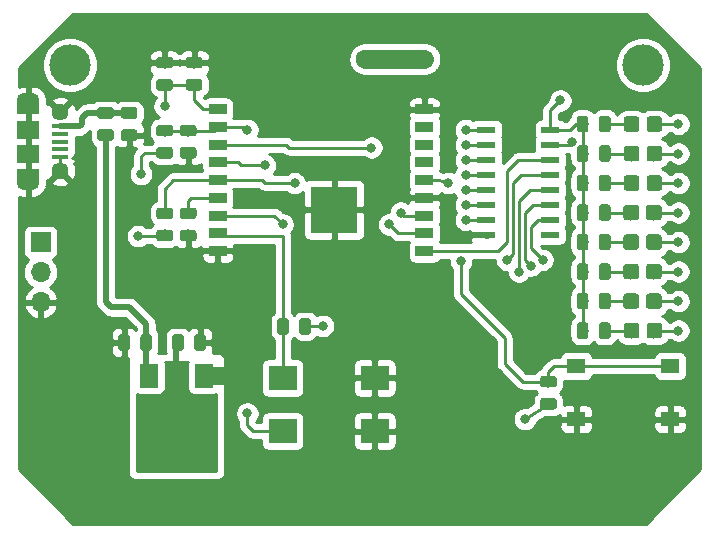
<source format=gbr>
G04 #@! TF.GenerationSoftware,KiCad,Pcbnew,(5.1.4)-1*
G04 #@! TF.CreationDate,2019-11-22T12:20:50+01:00*
G04 #@! TF.ProjectId,PacketVis,5061636b-6574-4566-9973-2e6b69636164,A01*
G04 #@! TF.SameCoordinates,Original*
G04 #@! TF.FileFunction,Copper,L1,Top*
G04 #@! TF.FilePolarity,Positive*
%FSLAX46Y46*%
G04 Gerber Fmt 4.6, Leading zero omitted, Abs format (unit mm)*
G04 Created by KiCad (PCBNEW (5.1.4)-1) date 2019-11-22 12:20:50*
%MOMM*%
%LPD*%
G04 APERTURE LIST*
%ADD10R,4.000000X4.000000*%
%ADD11R,1.500000X0.900000*%
%ADD12R,1.550000X0.600000*%
%ADD13R,2.400000X2.100000*%
%ADD14R,1.550000X1.300000*%
%ADD15C,0.100000*%
%ADD16C,0.975000*%
%ADD17R,1.500000X2.000000*%
%ADD18R,3.800000X2.000000*%
%ADD19O,1.700000X1.700000*%
%ADD20R,1.700000X1.700000*%
%ADD21R,1.900000X1.200000*%
%ADD22O,1.900000X1.200000*%
%ADD23R,1.900000X1.500000*%
%ADD24C,1.450000*%
%ADD25R,1.350000X0.400000*%
%ADD26C,1.300000*%
%ADD27C,3.500000*%
%ADD28C,0.800000*%
%ADD29C,1.600000*%
%ADD30C,1.500000*%
%ADD31C,0.250000*%
%ADD32C,0.500000*%
%ADD33C,1.600000*%
%ADD34C,0.254000*%
G04 APERTURE END LIST*
D10*
X209530000Y-91260000D03*
D11*
X217180000Y-82750000D03*
X217180000Y-84250000D03*
X217180000Y-85750000D03*
X217180000Y-87250000D03*
X217180000Y-88750000D03*
X217180000Y-90250000D03*
X217180000Y-91750000D03*
X217180000Y-93250000D03*
X217180000Y-94750000D03*
X199680000Y-94750000D03*
X199680000Y-93250000D03*
X199680000Y-91750000D03*
X199680000Y-90250000D03*
X199680000Y-88750000D03*
X199680000Y-87250000D03*
X199680000Y-85750000D03*
X199680000Y-84250000D03*
X199680000Y-82750000D03*
D12*
X227830000Y-84500000D03*
X227830000Y-85770000D03*
X227830000Y-87040000D03*
X227830000Y-88310000D03*
X227830000Y-89580000D03*
X227830000Y-90850000D03*
X227830000Y-92120000D03*
X227830000Y-93390000D03*
X222430000Y-93390000D03*
X222430000Y-92120000D03*
X222430000Y-90850000D03*
X222430000Y-89580000D03*
X222430000Y-88310000D03*
X222430000Y-87040000D03*
X222430000Y-85770000D03*
X222430000Y-84500000D03*
D13*
X205180000Y-105500000D03*
X212980000Y-105500000D03*
X205180000Y-110000000D03*
X212980000Y-110000000D03*
D14*
X237975000Y-104500000D03*
X237975000Y-109000000D03*
X230025000Y-109000000D03*
X230025000Y-104500000D03*
D15*
G36*
X190660142Y-84451174D02*
G01*
X190683803Y-84454684D01*
X190707007Y-84460496D01*
X190729529Y-84468554D01*
X190751153Y-84478782D01*
X190771670Y-84491079D01*
X190790883Y-84505329D01*
X190808607Y-84521393D01*
X190824671Y-84539117D01*
X190838921Y-84558330D01*
X190851218Y-84578847D01*
X190861446Y-84600471D01*
X190869504Y-84622993D01*
X190875316Y-84646197D01*
X190878826Y-84669858D01*
X190880000Y-84693750D01*
X190880000Y-85181250D01*
X190878826Y-85205142D01*
X190875316Y-85228803D01*
X190869504Y-85252007D01*
X190861446Y-85274529D01*
X190851218Y-85296153D01*
X190838921Y-85316670D01*
X190824671Y-85335883D01*
X190808607Y-85353607D01*
X190790883Y-85369671D01*
X190771670Y-85383921D01*
X190751153Y-85396218D01*
X190729529Y-85406446D01*
X190707007Y-85414504D01*
X190683803Y-85420316D01*
X190660142Y-85423826D01*
X190636250Y-85425000D01*
X189723750Y-85425000D01*
X189699858Y-85423826D01*
X189676197Y-85420316D01*
X189652993Y-85414504D01*
X189630471Y-85406446D01*
X189608847Y-85396218D01*
X189588330Y-85383921D01*
X189569117Y-85369671D01*
X189551393Y-85353607D01*
X189535329Y-85335883D01*
X189521079Y-85316670D01*
X189508782Y-85296153D01*
X189498554Y-85274529D01*
X189490496Y-85252007D01*
X189484684Y-85228803D01*
X189481174Y-85205142D01*
X189480000Y-85181250D01*
X189480000Y-84693750D01*
X189481174Y-84669858D01*
X189484684Y-84646197D01*
X189490496Y-84622993D01*
X189498554Y-84600471D01*
X189508782Y-84578847D01*
X189521079Y-84558330D01*
X189535329Y-84539117D01*
X189551393Y-84521393D01*
X189569117Y-84505329D01*
X189588330Y-84491079D01*
X189608847Y-84478782D01*
X189630471Y-84468554D01*
X189652993Y-84460496D01*
X189676197Y-84454684D01*
X189699858Y-84451174D01*
X189723750Y-84450000D01*
X190636250Y-84450000D01*
X190660142Y-84451174D01*
X190660142Y-84451174D01*
G37*
D16*
X190180000Y-84937500D03*
D15*
G36*
X190660142Y-82576174D02*
G01*
X190683803Y-82579684D01*
X190707007Y-82585496D01*
X190729529Y-82593554D01*
X190751153Y-82603782D01*
X190771670Y-82616079D01*
X190790883Y-82630329D01*
X190808607Y-82646393D01*
X190824671Y-82664117D01*
X190838921Y-82683330D01*
X190851218Y-82703847D01*
X190861446Y-82725471D01*
X190869504Y-82747993D01*
X190875316Y-82771197D01*
X190878826Y-82794858D01*
X190880000Y-82818750D01*
X190880000Y-83306250D01*
X190878826Y-83330142D01*
X190875316Y-83353803D01*
X190869504Y-83377007D01*
X190861446Y-83399529D01*
X190851218Y-83421153D01*
X190838921Y-83441670D01*
X190824671Y-83460883D01*
X190808607Y-83478607D01*
X190790883Y-83494671D01*
X190771670Y-83508921D01*
X190751153Y-83521218D01*
X190729529Y-83531446D01*
X190707007Y-83539504D01*
X190683803Y-83545316D01*
X190660142Y-83548826D01*
X190636250Y-83550000D01*
X189723750Y-83550000D01*
X189699858Y-83548826D01*
X189676197Y-83545316D01*
X189652993Y-83539504D01*
X189630471Y-83531446D01*
X189608847Y-83521218D01*
X189588330Y-83508921D01*
X189569117Y-83494671D01*
X189551393Y-83478607D01*
X189535329Y-83460883D01*
X189521079Y-83441670D01*
X189508782Y-83421153D01*
X189498554Y-83399529D01*
X189490496Y-83377007D01*
X189484684Y-83353803D01*
X189481174Y-83330142D01*
X189480000Y-83306250D01*
X189480000Y-82818750D01*
X189481174Y-82794858D01*
X189484684Y-82771197D01*
X189490496Y-82747993D01*
X189498554Y-82725471D01*
X189508782Y-82703847D01*
X189521079Y-82683330D01*
X189535329Y-82664117D01*
X189551393Y-82646393D01*
X189569117Y-82630329D01*
X189588330Y-82616079D01*
X189608847Y-82603782D01*
X189630471Y-82593554D01*
X189652993Y-82585496D01*
X189676197Y-82579684D01*
X189699858Y-82576174D01*
X189723750Y-82575000D01*
X190636250Y-82575000D01*
X190660142Y-82576174D01*
X190660142Y-82576174D01*
G37*
D16*
X190180000Y-83062500D03*
D17*
X198480000Y-105350000D03*
X193880000Y-105350000D03*
X196180000Y-105350000D03*
D18*
X196180000Y-111650000D03*
D15*
G36*
X195660142Y-91076174D02*
G01*
X195683803Y-91079684D01*
X195707007Y-91085496D01*
X195729529Y-91093554D01*
X195751153Y-91103782D01*
X195771670Y-91116079D01*
X195790883Y-91130329D01*
X195808607Y-91146393D01*
X195824671Y-91164117D01*
X195838921Y-91183330D01*
X195851218Y-91203847D01*
X195861446Y-91225471D01*
X195869504Y-91247993D01*
X195875316Y-91271197D01*
X195878826Y-91294858D01*
X195880000Y-91318750D01*
X195880000Y-91806250D01*
X195878826Y-91830142D01*
X195875316Y-91853803D01*
X195869504Y-91877007D01*
X195861446Y-91899529D01*
X195851218Y-91921153D01*
X195838921Y-91941670D01*
X195824671Y-91960883D01*
X195808607Y-91978607D01*
X195790883Y-91994671D01*
X195771670Y-92008921D01*
X195751153Y-92021218D01*
X195729529Y-92031446D01*
X195707007Y-92039504D01*
X195683803Y-92045316D01*
X195660142Y-92048826D01*
X195636250Y-92050000D01*
X194723750Y-92050000D01*
X194699858Y-92048826D01*
X194676197Y-92045316D01*
X194652993Y-92039504D01*
X194630471Y-92031446D01*
X194608847Y-92021218D01*
X194588330Y-92008921D01*
X194569117Y-91994671D01*
X194551393Y-91978607D01*
X194535329Y-91960883D01*
X194521079Y-91941670D01*
X194508782Y-91921153D01*
X194498554Y-91899529D01*
X194490496Y-91877007D01*
X194484684Y-91853803D01*
X194481174Y-91830142D01*
X194480000Y-91806250D01*
X194480000Y-91318750D01*
X194481174Y-91294858D01*
X194484684Y-91271197D01*
X194490496Y-91247993D01*
X194498554Y-91225471D01*
X194508782Y-91203847D01*
X194521079Y-91183330D01*
X194535329Y-91164117D01*
X194551393Y-91146393D01*
X194569117Y-91130329D01*
X194588330Y-91116079D01*
X194608847Y-91103782D01*
X194630471Y-91093554D01*
X194652993Y-91085496D01*
X194676197Y-91079684D01*
X194699858Y-91076174D01*
X194723750Y-91075000D01*
X195636250Y-91075000D01*
X195660142Y-91076174D01*
X195660142Y-91076174D01*
G37*
D16*
X195180000Y-91562500D03*
D15*
G36*
X195660142Y-92951174D02*
G01*
X195683803Y-92954684D01*
X195707007Y-92960496D01*
X195729529Y-92968554D01*
X195751153Y-92978782D01*
X195771670Y-92991079D01*
X195790883Y-93005329D01*
X195808607Y-93021393D01*
X195824671Y-93039117D01*
X195838921Y-93058330D01*
X195851218Y-93078847D01*
X195861446Y-93100471D01*
X195869504Y-93122993D01*
X195875316Y-93146197D01*
X195878826Y-93169858D01*
X195880000Y-93193750D01*
X195880000Y-93681250D01*
X195878826Y-93705142D01*
X195875316Y-93728803D01*
X195869504Y-93752007D01*
X195861446Y-93774529D01*
X195851218Y-93796153D01*
X195838921Y-93816670D01*
X195824671Y-93835883D01*
X195808607Y-93853607D01*
X195790883Y-93869671D01*
X195771670Y-93883921D01*
X195751153Y-93896218D01*
X195729529Y-93906446D01*
X195707007Y-93914504D01*
X195683803Y-93920316D01*
X195660142Y-93923826D01*
X195636250Y-93925000D01*
X194723750Y-93925000D01*
X194699858Y-93923826D01*
X194676197Y-93920316D01*
X194652993Y-93914504D01*
X194630471Y-93906446D01*
X194608847Y-93896218D01*
X194588330Y-93883921D01*
X194569117Y-93869671D01*
X194551393Y-93853607D01*
X194535329Y-93835883D01*
X194521079Y-93816670D01*
X194508782Y-93796153D01*
X194498554Y-93774529D01*
X194490496Y-93752007D01*
X194484684Y-93728803D01*
X194481174Y-93705142D01*
X194480000Y-93681250D01*
X194480000Y-93193750D01*
X194481174Y-93169858D01*
X194484684Y-93146197D01*
X194490496Y-93122993D01*
X194498554Y-93100471D01*
X194508782Y-93078847D01*
X194521079Y-93058330D01*
X194535329Y-93039117D01*
X194551393Y-93021393D01*
X194569117Y-93005329D01*
X194588330Y-92991079D01*
X194608847Y-92978782D01*
X194630471Y-92968554D01*
X194652993Y-92960496D01*
X194676197Y-92954684D01*
X194699858Y-92951174D01*
X194723750Y-92950000D01*
X195636250Y-92950000D01*
X195660142Y-92951174D01*
X195660142Y-92951174D01*
G37*
D16*
X195180000Y-93437500D03*
D15*
G36*
X228160142Y-105326174D02*
G01*
X228183803Y-105329684D01*
X228207007Y-105335496D01*
X228229529Y-105343554D01*
X228251153Y-105353782D01*
X228271670Y-105366079D01*
X228290883Y-105380329D01*
X228308607Y-105396393D01*
X228324671Y-105414117D01*
X228338921Y-105433330D01*
X228351218Y-105453847D01*
X228361446Y-105475471D01*
X228369504Y-105497993D01*
X228375316Y-105521197D01*
X228378826Y-105544858D01*
X228380000Y-105568750D01*
X228380000Y-106056250D01*
X228378826Y-106080142D01*
X228375316Y-106103803D01*
X228369504Y-106127007D01*
X228361446Y-106149529D01*
X228351218Y-106171153D01*
X228338921Y-106191670D01*
X228324671Y-106210883D01*
X228308607Y-106228607D01*
X228290883Y-106244671D01*
X228271670Y-106258921D01*
X228251153Y-106271218D01*
X228229529Y-106281446D01*
X228207007Y-106289504D01*
X228183803Y-106295316D01*
X228160142Y-106298826D01*
X228136250Y-106300000D01*
X227223750Y-106300000D01*
X227199858Y-106298826D01*
X227176197Y-106295316D01*
X227152993Y-106289504D01*
X227130471Y-106281446D01*
X227108847Y-106271218D01*
X227088330Y-106258921D01*
X227069117Y-106244671D01*
X227051393Y-106228607D01*
X227035329Y-106210883D01*
X227021079Y-106191670D01*
X227008782Y-106171153D01*
X226998554Y-106149529D01*
X226990496Y-106127007D01*
X226984684Y-106103803D01*
X226981174Y-106080142D01*
X226980000Y-106056250D01*
X226980000Y-105568750D01*
X226981174Y-105544858D01*
X226984684Y-105521197D01*
X226990496Y-105497993D01*
X226998554Y-105475471D01*
X227008782Y-105453847D01*
X227021079Y-105433330D01*
X227035329Y-105414117D01*
X227051393Y-105396393D01*
X227069117Y-105380329D01*
X227088330Y-105366079D01*
X227108847Y-105353782D01*
X227130471Y-105343554D01*
X227152993Y-105335496D01*
X227176197Y-105329684D01*
X227199858Y-105326174D01*
X227223750Y-105325000D01*
X228136250Y-105325000D01*
X228160142Y-105326174D01*
X228160142Y-105326174D01*
G37*
D16*
X227680000Y-105812500D03*
D15*
G36*
X228160142Y-107201174D02*
G01*
X228183803Y-107204684D01*
X228207007Y-107210496D01*
X228229529Y-107218554D01*
X228251153Y-107228782D01*
X228271670Y-107241079D01*
X228290883Y-107255329D01*
X228308607Y-107271393D01*
X228324671Y-107289117D01*
X228338921Y-107308330D01*
X228351218Y-107328847D01*
X228361446Y-107350471D01*
X228369504Y-107372993D01*
X228375316Y-107396197D01*
X228378826Y-107419858D01*
X228380000Y-107443750D01*
X228380000Y-107931250D01*
X228378826Y-107955142D01*
X228375316Y-107978803D01*
X228369504Y-108002007D01*
X228361446Y-108024529D01*
X228351218Y-108046153D01*
X228338921Y-108066670D01*
X228324671Y-108085883D01*
X228308607Y-108103607D01*
X228290883Y-108119671D01*
X228271670Y-108133921D01*
X228251153Y-108146218D01*
X228229529Y-108156446D01*
X228207007Y-108164504D01*
X228183803Y-108170316D01*
X228160142Y-108173826D01*
X228136250Y-108175000D01*
X227223750Y-108175000D01*
X227199858Y-108173826D01*
X227176197Y-108170316D01*
X227152993Y-108164504D01*
X227130471Y-108156446D01*
X227108847Y-108146218D01*
X227088330Y-108133921D01*
X227069117Y-108119671D01*
X227051393Y-108103607D01*
X227035329Y-108085883D01*
X227021079Y-108066670D01*
X227008782Y-108046153D01*
X226998554Y-108024529D01*
X226990496Y-108002007D01*
X226984684Y-107978803D01*
X226981174Y-107955142D01*
X226980000Y-107931250D01*
X226980000Y-107443750D01*
X226981174Y-107419858D01*
X226984684Y-107396197D01*
X226990496Y-107372993D01*
X226998554Y-107350471D01*
X227008782Y-107328847D01*
X227021079Y-107308330D01*
X227035329Y-107289117D01*
X227051393Y-107271393D01*
X227069117Y-107255329D01*
X227088330Y-107241079D01*
X227108847Y-107228782D01*
X227130471Y-107218554D01*
X227152993Y-107210496D01*
X227176197Y-107204684D01*
X227199858Y-107201174D01*
X227223750Y-107200000D01*
X228136250Y-107200000D01*
X228160142Y-107201174D01*
X228160142Y-107201174D01*
G37*
D16*
X227680000Y-107687500D03*
D15*
G36*
X195660142Y-84076174D02*
G01*
X195683803Y-84079684D01*
X195707007Y-84085496D01*
X195729529Y-84093554D01*
X195751153Y-84103782D01*
X195771670Y-84116079D01*
X195790883Y-84130329D01*
X195808607Y-84146393D01*
X195824671Y-84164117D01*
X195838921Y-84183330D01*
X195851218Y-84203847D01*
X195861446Y-84225471D01*
X195869504Y-84247993D01*
X195875316Y-84271197D01*
X195878826Y-84294858D01*
X195880000Y-84318750D01*
X195880000Y-84806250D01*
X195878826Y-84830142D01*
X195875316Y-84853803D01*
X195869504Y-84877007D01*
X195861446Y-84899529D01*
X195851218Y-84921153D01*
X195838921Y-84941670D01*
X195824671Y-84960883D01*
X195808607Y-84978607D01*
X195790883Y-84994671D01*
X195771670Y-85008921D01*
X195751153Y-85021218D01*
X195729529Y-85031446D01*
X195707007Y-85039504D01*
X195683803Y-85045316D01*
X195660142Y-85048826D01*
X195636250Y-85050000D01*
X194723750Y-85050000D01*
X194699858Y-85048826D01*
X194676197Y-85045316D01*
X194652993Y-85039504D01*
X194630471Y-85031446D01*
X194608847Y-85021218D01*
X194588330Y-85008921D01*
X194569117Y-84994671D01*
X194551393Y-84978607D01*
X194535329Y-84960883D01*
X194521079Y-84941670D01*
X194508782Y-84921153D01*
X194498554Y-84899529D01*
X194490496Y-84877007D01*
X194484684Y-84853803D01*
X194481174Y-84830142D01*
X194480000Y-84806250D01*
X194480000Y-84318750D01*
X194481174Y-84294858D01*
X194484684Y-84271197D01*
X194490496Y-84247993D01*
X194498554Y-84225471D01*
X194508782Y-84203847D01*
X194521079Y-84183330D01*
X194535329Y-84164117D01*
X194551393Y-84146393D01*
X194569117Y-84130329D01*
X194588330Y-84116079D01*
X194608847Y-84103782D01*
X194630471Y-84093554D01*
X194652993Y-84085496D01*
X194676197Y-84079684D01*
X194699858Y-84076174D01*
X194723750Y-84075000D01*
X195636250Y-84075000D01*
X195660142Y-84076174D01*
X195660142Y-84076174D01*
G37*
D16*
X195180000Y-84562500D03*
D15*
G36*
X195660142Y-85951174D02*
G01*
X195683803Y-85954684D01*
X195707007Y-85960496D01*
X195729529Y-85968554D01*
X195751153Y-85978782D01*
X195771670Y-85991079D01*
X195790883Y-86005329D01*
X195808607Y-86021393D01*
X195824671Y-86039117D01*
X195838921Y-86058330D01*
X195851218Y-86078847D01*
X195861446Y-86100471D01*
X195869504Y-86122993D01*
X195875316Y-86146197D01*
X195878826Y-86169858D01*
X195880000Y-86193750D01*
X195880000Y-86681250D01*
X195878826Y-86705142D01*
X195875316Y-86728803D01*
X195869504Y-86752007D01*
X195861446Y-86774529D01*
X195851218Y-86796153D01*
X195838921Y-86816670D01*
X195824671Y-86835883D01*
X195808607Y-86853607D01*
X195790883Y-86869671D01*
X195771670Y-86883921D01*
X195751153Y-86896218D01*
X195729529Y-86906446D01*
X195707007Y-86914504D01*
X195683803Y-86920316D01*
X195660142Y-86923826D01*
X195636250Y-86925000D01*
X194723750Y-86925000D01*
X194699858Y-86923826D01*
X194676197Y-86920316D01*
X194652993Y-86914504D01*
X194630471Y-86906446D01*
X194608847Y-86896218D01*
X194588330Y-86883921D01*
X194569117Y-86869671D01*
X194551393Y-86853607D01*
X194535329Y-86835883D01*
X194521079Y-86816670D01*
X194508782Y-86796153D01*
X194498554Y-86774529D01*
X194490496Y-86752007D01*
X194484684Y-86728803D01*
X194481174Y-86705142D01*
X194480000Y-86681250D01*
X194480000Y-86193750D01*
X194481174Y-86169858D01*
X194484684Y-86146197D01*
X194490496Y-86122993D01*
X194498554Y-86100471D01*
X194508782Y-86078847D01*
X194521079Y-86058330D01*
X194535329Y-86039117D01*
X194551393Y-86021393D01*
X194569117Y-86005329D01*
X194588330Y-85991079D01*
X194608847Y-85978782D01*
X194630471Y-85968554D01*
X194652993Y-85960496D01*
X194676197Y-85954684D01*
X194699858Y-85951174D01*
X194723750Y-85950000D01*
X195636250Y-85950000D01*
X195660142Y-85951174D01*
X195660142Y-85951174D01*
G37*
D16*
X195180000Y-86437500D03*
D15*
G36*
X197660142Y-92951174D02*
G01*
X197683803Y-92954684D01*
X197707007Y-92960496D01*
X197729529Y-92968554D01*
X197751153Y-92978782D01*
X197771670Y-92991079D01*
X197790883Y-93005329D01*
X197808607Y-93021393D01*
X197824671Y-93039117D01*
X197838921Y-93058330D01*
X197851218Y-93078847D01*
X197861446Y-93100471D01*
X197869504Y-93122993D01*
X197875316Y-93146197D01*
X197878826Y-93169858D01*
X197880000Y-93193750D01*
X197880000Y-93681250D01*
X197878826Y-93705142D01*
X197875316Y-93728803D01*
X197869504Y-93752007D01*
X197861446Y-93774529D01*
X197851218Y-93796153D01*
X197838921Y-93816670D01*
X197824671Y-93835883D01*
X197808607Y-93853607D01*
X197790883Y-93869671D01*
X197771670Y-93883921D01*
X197751153Y-93896218D01*
X197729529Y-93906446D01*
X197707007Y-93914504D01*
X197683803Y-93920316D01*
X197660142Y-93923826D01*
X197636250Y-93925000D01*
X196723750Y-93925000D01*
X196699858Y-93923826D01*
X196676197Y-93920316D01*
X196652993Y-93914504D01*
X196630471Y-93906446D01*
X196608847Y-93896218D01*
X196588330Y-93883921D01*
X196569117Y-93869671D01*
X196551393Y-93853607D01*
X196535329Y-93835883D01*
X196521079Y-93816670D01*
X196508782Y-93796153D01*
X196498554Y-93774529D01*
X196490496Y-93752007D01*
X196484684Y-93728803D01*
X196481174Y-93705142D01*
X196480000Y-93681250D01*
X196480000Y-93193750D01*
X196481174Y-93169858D01*
X196484684Y-93146197D01*
X196490496Y-93122993D01*
X196498554Y-93100471D01*
X196508782Y-93078847D01*
X196521079Y-93058330D01*
X196535329Y-93039117D01*
X196551393Y-93021393D01*
X196569117Y-93005329D01*
X196588330Y-92991079D01*
X196608847Y-92978782D01*
X196630471Y-92968554D01*
X196652993Y-92960496D01*
X196676197Y-92954684D01*
X196699858Y-92951174D01*
X196723750Y-92950000D01*
X197636250Y-92950000D01*
X197660142Y-92951174D01*
X197660142Y-92951174D01*
G37*
D16*
X197180000Y-93437500D03*
D15*
G36*
X197660142Y-91076174D02*
G01*
X197683803Y-91079684D01*
X197707007Y-91085496D01*
X197729529Y-91093554D01*
X197751153Y-91103782D01*
X197771670Y-91116079D01*
X197790883Y-91130329D01*
X197808607Y-91146393D01*
X197824671Y-91164117D01*
X197838921Y-91183330D01*
X197851218Y-91203847D01*
X197861446Y-91225471D01*
X197869504Y-91247993D01*
X197875316Y-91271197D01*
X197878826Y-91294858D01*
X197880000Y-91318750D01*
X197880000Y-91806250D01*
X197878826Y-91830142D01*
X197875316Y-91853803D01*
X197869504Y-91877007D01*
X197861446Y-91899529D01*
X197851218Y-91921153D01*
X197838921Y-91941670D01*
X197824671Y-91960883D01*
X197808607Y-91978607D01*
X197790883Y-91994671D01*
X197771670Y-92008921D01*
X197751153Y-92021218D01*
X197729529Y-92031446D01*
X197707007Y-92039504D01*
X197683803Y-92045316D01*
X197660142Y-92048826D01*
X197636250Y-92050000D01*
X196723750Y-92050000D01*
X196699858Y-92048826D01*
X196676197Y-92045316D01*
X196652993Y-92039504D01*
X196630471Y-92031446D01*
X196608847Y-92021218D01*
X196588330Y-92008921D01*
X196569117Y-91994671D01*
X196551393Y-91978607D01*
X196535329Y-91960883D01*
X196521079Y-91941670D01*
X196508782Y-91921153D01*
X196498554Y-91899529D01*
X196490496Y-91877007D01*
X196484684Y-91853803D01*
X196481174Y-91830142D01*
X196480000Y-91806250D01*
X196480000Y-91318750D01*
X196481174Y-91294858D01*
X196484684Y-91271197D01*
X196490496Y-91247993D01*
X196498554Y-91225471D01*
X196508782Y-91203847D01*
X196521079Y-91183330D01*
X196535329Y-91164117D01*
X196551393Y-91146393D01*
X196569117Y-91130329D01*
X196588330Y-91116079D01*
X196608847Y-91103782D01*
X196630471Y-91093554D01*
X196652993Y-91085496D01*
X196676197Y-91079684D01*
X196699858Y-91076174D01*
X196723750Y-91075000D01*
X197636250Y-91075000D01*
X197660142Y-91076174D01*
X197660142Y-91076174D01*
G37*
D16*
X197180000Y-91562500D03*
D15*
G36*
X205460142Y-100431174D02*
G01*
X205483803Y-100434684D01*
X205507007Y-100440496D01*
X205529529Y-100448554D01*
X205551153Y-100458782D01*
X205571670Y-100471079D01*
X205590883Y-100485329D01*
X205608607Y-100501393D01*
X205624671Y-100519117D01*
X205638921Y-100538330D01*
X205651218Y-100558847D01*
X205661446Y-100580471D01*
X205669504Y-100602993D01*
X205675316Y-100626197D01*
X205678826Y-100649858D01*
X205680000Y-100673750D01*
X205680000Y-101586250D01*
X205678826Y-101610142D01*
X205675316Y-101633803D01*
X205669504Y-101657007D01*
X205661446Y-101679529D01*
X205651218Y-101701153D01*
X205638921Y-101721670D01*
X205624671Y-101740883D01*
X205608607Y-101758607D01*
X205590883Y-101774671D01*
X205571670Y-101788921D01*
X205551153Y-101801218D01*
X205529529Y-101811446D01*
X205507007Y-101819504D01*
X205483803Y-101825316D01*
X205460142Y-101828826D01*
X205436250Y-101830000D01*
X204948750Y-101830000D01*
X204924858Y-101828826D01*
X204901197Y-101825316D01*
X204877993Y-101819504D01*
X204855471Y-101811446D01*
X204833847Y-101801218D01*
X204813330Y-101788921D01*
X204794117Y-101774671D01*
X204776393Y-101758607D01*
X204760329Y-101740883D01*
X204746079Y-101721670D01*
X204733782Y-101701153D01*
X204723554Y-101679529D01*
X204715496Y-101657007D01*
X204709684Y-101633803D01*
X204706174Y-101610142D01*
X204705000Y-101586250D01*
X204705000Y-100673750D01*
X204706174Y-100649858D01*
X204709684Y-100626197D01*
X204715496Y-100602993D01*
X204723554Y-100580471D01*
X204733782Y-100558847D01*
X204746079Y-100538330D01*
X204760329Y-100519117D01*
X204776393Y-100501393D01*
X204794117Y-100485329D01*
X204813330Y-100471079D01*
X204833847Y-100458782D01*
X204855471Y-100448554D01*
X204877993Y-100440496D01*
X204901197Y-100434684D01*
X204924858Y-100431174D01*
X204948750Y-100430000D01*
X205436250Y-100430000D01*
X205460142Y-100431174D01*
X205460142Y-100431174D01*
G37*
D16*
X205192500Y-101130000D03*
D15*
G36*
X207335142Y-100431174D02*
G01*
X207358803Y-100434684D01*
X207382007Y-100440496D01*
X207404529Y-100448554D01*
X207426153Y-100458782D01*
X207446670Y-100471079D01*
X207465883Y-100485329D01*
X207483607Y-100501393D01*
X207499671Y-100519117D01*
X207513921Y-100538330D01*
X207526218Y-100558847D01*
X207536446Y-100580471D01*
X207544504Y-100602993D01*
X207550316Y-100626197D01*
X207553826Y-100649858D01*
X207555000Y-100673750D01*
X207555000Y-101586250D01*
X207553826Y-101610142D01*
X207550316Y-101633803D01*
X207544504Y-101657007D01*
X207536446Y-101679529D01*
X207526218Y-101701153D01*
X207513921Y-101721670D01*
X207499671Y-101740883D01*
X207483607Y-101758607D01*
X207465883Y-101774671D01*
X207446670Y-101788921D01*
X207426153Y-101801218D01*
X207404529Y-101811446D01*
X207382007Y-101819504D01*
X207358803Y-101825316D01*
X207335142Y-101828826D01*
X207311250Y-101830000D01*
X206823750Y-101830000D01*
X206799858Y-101828826D01*
X206776197Y-101825316D01*
X206752993Y-101819504D01*
X206730471Y-101811446D01*
X206708847Y-101801218D01*
X206688330Y-101788921D01*
X206669117Y-101774671D01*
X206651393Y-101758607D01*
X206635329Y-101740883D01*
X206621079Y-101721670D01*
X206608782Y-101701153D01*
X206598554Y-101679529D01*
X206590496Y-101657007D01*
X206584684Y-101633803D01*
X206581174Y-101610142D01*
X206580000Y-101586250D01*
X206580000Y-100673750D01*
X206581174Y-100649858D01*
X206584684Y-100626197D01*
X206590496Y-100602993D01*
X206598554Y-100580471D01*
X206608782Y-100558847D01*
X206621079Y-100538330D01*
X206635329Y-100519117D01*
X206651393Y-100501393D01*
X206669117Y-100485329D01*
X206688330Y-100471079D01*
X206708847Y-100458782D01*
X206730471Y-100448554D01*
X206752993Y-100440496D01*
X206776197Y-100434684D01*
X206799858Y-100431174D01*
X206823750Y-100430000D01*
X207311250Y-100430000D01*
X207335142Y-100431174D01*
X207335142Y-100431174D01*
G37*
D16*
X207067500Y-101130000D03*
D19*
X184680000Y-99080000D03*
X184680000Y-96540000D03*
D20*
X184680000Y-94000000D03*
D21*
X183642500Y-82600000D03*
X183642500Y-88400000D03*
D22*
X183642500Y-89000000D03*
X183642500Y-82000000D03*
D23*
X183642500Y-84500000D03*
D24*
X186342500Y-88000000D03*
D25*
X186342500Y-85500000D03*
X186342500Y-86150000D03*
X186342500Y-86800000D03*
X186342500Y-84200000D03*
X186342500Y-84850000D03*
D24*
X186342500Y-83000000D03*
D23*
X183642500Y-86500000D03*
D15*
G36*
X198447642Y-101801174D02*
G01*
X198471303Y-101804684D01*
X198494507Y-101810496D01*
X198517029Y-101818554D01*
X198538653Y-101828782D01*
X198559170Y-101841079D01*
X198578383Y-101855329D01*
X198596107Y-101871393D01*
X198612171Y-101889117D01*
X198626421Y-101908330D01*
X198638718Y-101928847D01*
X198648946Y-101950471D01*
X198657004Y-101972993D01*
X198662816Y-101996197D01*
X198666326Y-102019858D01*
X198667500Y-102043750D01*
X198667500Y-102956250D01*
X198666326Y-102980142D01*
X198662816Y-103003803D01*
X198657004Y-103027007D01*
X198648946Y-103049529D01*
X198638718Y-103071153D01*
X198626421Y-103091670D01*
X198612171Y-103110883D01*
X198596107Y-103128607D01*
X198578383Y-103144671D01*
X198559170Y-103158921D01*
X198538653Y-103171218D01*
X198517029Y-103181446D01*
X198494507Y-103189504D01*
X198471303Y-103195316D01*
X198447642Y-103198826D01*
X198423750Y-103200000D01*
X197936250Y-103200000D01*
X197912358Y-103198826D01*
X197888697Y-103195316D01*
X197865493Y-103189504D01*
X197842971Y-103181446D01*
X197821347Y-103171218D01*
X197800830Y-103158921D01*
X197781617Y-103144671D01*
X197763893Y-103128607D01*
X197747829Y-103110883D01*
X197733579Y-103091670D01*
X197721282Y-103071153D01*
X197711054Y-103049529D01*
X197702996Y-103027007D01*
X197697184Y-103003803D01*
X197693674Y-102980142D01*
X197692500Y-102956250D01*
X197692500Y-102043750D01*
X197693674Y-102019858D01*
X197697184Y-101996197D01*
X197702996Y-101972993D01*
X197711054Y-101950471D01*
X197721282Y-101928847D01*
X197733579Y-101908330D01*
X197747829Y-101889117D01*
X197763893Y-101871393D01*
X197781617Y-101855329D01*
X197800830Y-101841079D01*
X197821347Y-101828782D01*
X197842971Y-101818554D01*
X197865493Y-101810496D01*
X197888697Y-101804684D01*
X197912358Y-101801174D01*
X197936250Y-101800000D01*
X198423750Y-101800000D01*
X198447642Y-101801174D01*
X198447642Y-101801174D01*
G37*
D16*
X198180000Y-102500000D03*
D15*
G36*
X196572642Y-101801174D02*
G01*
X196596303Y-101804684D01*
X196619507Y-101810496D01*
X196642029Y-101818554D01*
X196663653Y-101828782D01*
X196684170Y-101841079D01*
X196703383Y-101855329D01*
X196721107Y-101871393D01*
X196737171Y-101889117D01*
X196751421Y-101908330D01*
X196763718Y-101928847D01*
X196773946Y-101950471D01*
X196782004Y-101972993D01*
X196787816Y-101996197D01*
X196791326Y-102019858D01*
X196792500Y-102043750D01*
X196792500Y-102956250D01*
X196791326Y-102980142D01*
X196787816Y-103003803D01*
X196782004Y-103027007D01*
X196773946Y-103049529D01*
X196763718Y-103071153D01*
X196751421Y-103091670D01*
X196737171Y-103110883D01*
X196721107Y-103128607D01*
X196703383Y-103144671D01*
X196684170Y-103158921D01*
X196663653Y-103171218D01*
X196642029Y-103181446D01*
X196619507Y-103189504D01*
X196596303Y-103195316D01*
X196572642Y-103198826D01*
X196548750Y-103200000D01*
X196061250Y-103200000D01*
X196037358Y-103198826D01*
X196013697Y-103195316D01*
X195990493Y-103189504D01*
X195967971Y-103181446D01*
X195946347Y-103171218D01*
X195925830Y-103158921D01*
X195906617Y-103144671D01*
X195888893Y-103128607D01*
X195872829Y-103110883D01*
X195858579Y-103091670D01*
X195846282Y-103071153D01*
X195836054Y-103049529D01*
X195827996Y-103027007D01*
X195822184Y-103003803D01*
X195818674Y-102980142D01*
X195817500Y-102956250D01*
X195817500Y-102043750D01*
X195818674Y-102019858D01*
X195822184Y-101996197D01*
X195827996Y-101972993D01*
X195836054Y-101950471D01*
X195846282Y-101928847D01*
X195858579Y-101908330D01*
X195872829Y-101889117D01*
X195888893Y-101871393D01*
X195906617Y-101855329D01*
X195925830Y-101841079D01*
X195946347Y-101828782D01*
X195967971Y-101818554D01*
X195990493Y-101810496D01*
X196013697Y-101804684D01*
X196037358Y-101801174D01*
X196061250Y-101800000D01*
X196548750Y-101800000D01*
X196572642Y-101801174D01*
X196572642Y-101801174D01*
G37*
D16*
X196305000Y-102500000D03*
D15*
G36*
X197660142Y-85951174D02*
G01*
X197683803Y-85954684D01*
X197707007Y-85960496D01*
X197729529Y-85968554D01*
X197751153Y-85978782D01*
X197771670Y-85991079D01*
X197790883Y-86005329D01*
X197808607Y-86021393D01*
X197824671Y-86039117D01*
X197838921Y-86058330D01*
X197851218Y-86078847D01*
X197861446Y-86100471D01*
X197869504Y-86122993D01*
X197875316Y-86146197D01*
X197878826Y-86169858D01*
X197880000Y-86193750D01*
X197880000Y-86681250D01*
X197878826Y-86705142D01*
X197875316Y-86728803D01*
X197869504Y-86752007D01*
X197861446Y-86774529D01*
X197851218Y-86796153D01*
X197838921Y-86816670D01*
X197824671Y-86835883D01*
X197808607Y-86853607D01*
X197790883Y-86869671D01*
X197771670Y-86883921D01*
X197751153Y-86896218D01*
X197729529Y-86906446D01*
X197707007Y-86914504D01*
X197683803Y-86920316D01*
X197660142Y-86923826D01*
X197636250Y-86925000D01*
X196723750Y-86925000D01*
X196699858Y-86923826D01*
X196676197Y-86920316D01*
X196652993Y-86914504D01*
X196630471Y-86906446D01*
X196608847Y-86896218D01*
X196588330Y-86883921D01*
X196569117Y-86869671D01*
X196551393Y-86853607D01*
X196535329Y-86835883D01*
X196521079Y-86816670D01*
X196508782Y-86796153D01*
X196498554Y-86774529D01*
X196490496Y-86752007D01*
X196484684Y-86728803D01*
X196481174Y-86705142D01*
X196480000Y-86681250D01*
X196480000Y-86193750D01*
X196481174Y-86169858D01*
X196484684Y-86146197D01*
X196490496Y-86122993D01*
X196498554Y-86100471D01*
X196508782Y-86078847D01*
X196521079Y-86058330D01*
X196535329Y-86039117D01*
X196551393Y-86021393D01*
X196569117Y-86005329D01*
X196588330Y-85991079D01*
X196608847Y-85978782D01*
X196630471Y-85968554D01*
X196652993Y-85960496D01*
X196676197Y-85954684D01*
X196699858Y-85951174D01*
X196723750Y-85950000D01*
X197636250Y-85950000D01*
X197660142Y-85951174D01*
X197660142Y-85951174D01*
G37*
D16*
X197180000Y-86437500D03*
D15*
G36*
X197660142Y-84076174D02*
G01*
X197683803Y-84079684D01*
X197707007Y-84085496D01*
X197729529Y-84093554D01*
X197751153Y-84103782D01*
X197771670Y-84116079D01*
X197790883Y-84130329D01*
X197808607Y-84146393D01*
X197824671Y-84164117D01*
X197838921Y-84183330D01*
X197851218Y-84203847D01*
X197861446Y-84225471D01*
X197869504Y-84247993D01*
X197875316Y-84271197D01*
X197878826Y-84294858D01*
X197880000Y-84318750D01*
X197880000Y-84806250D01*
X197878826Y-84830142D01*
X197875316Y-84853803D01*
X197869504Y-84877007D01*
X197861446Y-84899529D01*
X197851218Y-84921153D01*
X197838921Y-84941670D01*
X197824671Y-84960883D01*
X197808607Y-84978607D01*
X197790883Y-84994671D01*
X197771670Y-85008921D01*
X197751153Y-85021218D01*
X197729529Y-85031446D01*
X197707007Y-85039504D01*
X197683803Y-85045316D01*
X197660142Y-85048826D01*
X197636250Y-85050000D01*
X196723750Y-85050000D01*
X196699858Y-85048826D01*
X196676197Y-85045316D01*
X196652993Y-85039504D01*
X196630471Y-85031446D01*
X196608847Y-85021218D01*
X196588330Y-85008921D01*
X196569117Y-84994671D01*
X196551393Y-84978607D01*
X196535329Y-84960883D01*
X196521079Y-84941670D01*
X196508782Y-84921153D01*
X196498554Y-84899529D01*
X196490496Y-84877007D01*
X196484684Y-84853803D01*
X196481174Y-84830142D01*
X196480000Y-84806250D01*
X196480000Y-84318750D01*
X196481174Y-84294858D01*
X196484684Y-84271197D01*
X196490496Y-84247993D01*
X196498554Y-84225471D01*
X196508782Y-84203847D01*
X196521079Y-84183330D01*
X196535329Y-84164117D01*
X196551393Y-84146393D01*
X196569117Y-84130329D01*
X196588330Y-84116079D01*
X196608847Y-84103782D01*
X196630471Y-84093554D01*
X196652993Y-84085496D01*
X196676197Y-84079684D01*
X196699858Y-84076174D01*
X196723750Y-84075000D01*
X197636250Y-84075000D01*
X197660142Y-84076174D01*
X197660142Y-84076174D01*
G37*
D16*
X197180000Y-84562500D03*
D15*
G36*
X192010142Y-101801174D02*
G01*
X192033803Y-101804684D01*
X192057007Y-101810496D01*
X192079529Y-101818554D01*
X192101153Y-101828782D01*
X192121670Y-101841079D01*
X192140883Y-101855329D01*
X192158607Y-101871393D01*
X192174671Y-101889117D01*
X192188921Y-101908330D01*
X192201218Y-101928847D01*
X192211446Y-101950471D01*
X192219504Y-101972993D01*
X192225316Y-101996197D01*
X192228826Y-102019858D01*
X192230000Y-102043750D01*
X192230000Y-102956250D01*
X192228826Y-102980142D01*
X192225316Y-103003803D01*
X192219504Y-103027007D01*
X192211446Y-103049529D01*
X192201218Y-103071153D01*
X192188921Y-103091670D01*
X192174671Y-103110883D01*
X192158607Y-103128607D01*
X192140883Y-103144671D01*
X192121670Y-103158921D01*
X192101153Y-103171218D01*
X192079529Y-103181446D01*
X192057007Y-103189504D01*
X192033803Y-103195316D01*
X192010142Y-103198826D01*
X191986250Y-103200000D01*
X191498750Y-103200000D01*
X191474858Y-103198826D01*
X191451197Y-103195316D01*
X191427993Y-103189504D01*
X191405471Y-103181446D01*
X191383847Y-103171218D01*
X191363330Y-103158921D01*
X191344117Y-103144671D01*
X191326393Y-103128607D01*
X191310329Y-103110883D01*
X191296079Y-103091670D01*
X191283782Y-103071153D01*
X191273554Y-103049529D01*
X191265496Y-103027007D01*
X191259684Y-103003803D01*
X191256174Y-102980142D01*
X191255000Y-102956250D01*
X191255000Y-102043750D01*
X191256174Y-102019858D01*
X191259684Y-101996197D01*
X191265496Y-101972993D01*
X191273554Y-101950471D01*
X191283782Y-101928847D01*
X191296079Y-101908330D01*
X191310329Y-101889117D01*
X191326393Y-101871393D01*
X191344117Y-101855329D01*
X191363330Y-101841079D01*
X191383847Y-101828782D01*
X191405471Y-101818554D01*
X191427993Y-101810496D01*
X191451197Y-101804684D01*
X191474858Y-101801174D01*
X191498750Y-101800000D01*
X191986250Y-101800000D01*
X192010142Y-101801174D01*
X192010142Y-101801174D01*
G37*
D16*
X191742500Y-102500000D03*
D15*
G36*
X193885142Y-101801174D02*
G01*
X193908803Y-101804684D01*
X193932007Y-101810496D01*
X193954529Y-101818554D01*
X193976153Y-101828782D01*
X193996670Y-101841079D01*
X194015883Y-101855329D01*
X194033607Y-101871393D01*
X194049671Y-101889117D01*
X194063921Y-101908330D01*
X194076218Y-101928847D01*
X194086446Y-101950471D01*
X194094504Y-101972993D01*
X194100316Y-101996197D01*
X194103826Y-102019858D01*
X194105000Y-102043750D01*
X194105000Y-102956250D01*
X194103826Y-102980142D01*
X194100316Y-103003803D01*
X194094504Y-103027007D01*
X194086446Y-103049529D01*
X194076218Y-103071153D01*
X194063921Y-103091670D01*
X194049671Y-103110883D01*
X194033607Y-103128607D01*
X194015883Y-103144671D01*
X193996670Y-103158921D01*
X193976153Y-103171218D01*
X193954529Y-103181446D01*
X193932007Y-103189504D01*
X193908803Y-103195316D01*
X193885142Y-103198826D01*
X193861250Y-103200000D01*
X193373750Y-103200000D01*
X193349858Y-103198826D01*
X193326197Y-103195316D01*
X193302993Y-103189504D01*
X193280471Y-103181446D01*
X193258847Y-103171218D01*
X193238330Y-103158921D01*
X193219117Y-103144671D01*
X193201393Y-103128607D01*
X193185329Y-103110883D01*
X193171079Y-103091670D01*
X193158782Y-103071153D01*
X193148554Y-103049529D01*
X193140496Y-103027007D01*
X193134684Y-103003803D01*
X193131174Y-102980142D01*
X193130000Y-102956250D01*
X193130000Y-102043750D01*
X193131174Y-102019858D01*
X193134684Y-101996197D01*
X193140496Y-101972993D01*
X193148554Y-101950471D01*
X193158782Y-101928847D01*
X193171079Y-101908330D01*
X193185329Y-101889117D01*
X193201393Y-101871393D01*
X193219117Y-101855329D01*
X193238330Y-101841079D01*
X193258847Y-101828782D01*
X193280471Y-101818554D01*
X193302993Y-101810496D01*
X193326197Y-101804684D01*
X193349858Y-101801174D01*
X193373750Y-101800000D01*
X193861250Y-101800000D01*
X193885142Y-101801174D01*
X193885142Y-101801174D01*
G37*
D16*
X193617500Y-102500000D03*
D15*
G36*
X192660142Y-84451174D02*
G01*
X192683803Y-84454684D01*
X192707007Y-84460496D01*
X192729529Y-84468554D01*
X192751153Y-84478782D01*
X192771670Y-84491079D01*
X192790883Y-84505329D01*
X192808607Y-84521393D01*
X192824671Y-84539117D01*
X192838921Y-84558330D01*
X192851218Y-84578847D01*
X192861446Y-84600471D01*
X192869504Y-84622993D01*
X192875316Y-84646197D01*
X192878826Y-84669858D01*
X192880000Y-84693750D01*
X192880000Y-85181250D01*
X192878826Y-85205142D01*
X192875316Y-85228803D01*
X192869504Y-85252007D01*
X192861446Y-85274529D01*
X192851218Y-85296153D01*
X192838921Y-85316670D01*
X192824671Y-85335883D01*
X192808607Y-85353607D01*
X192790883Y-85369671D01*
X192771670Y-85383921D01*
X192751153Y-85396218D01*
X192729529Y-85406446D01*
X192707007Y-85414504D01*
X192683803Y-85420316D01*
X192660142Y-85423826D01*
X192636250Y-85425000D01*
X191723750Y-85425000D01*
X191699858Y-85423826D01*
X191676197Y-85420316D01*
X191652993Y-85414504D01*
X191630471Y-85406446D01*
X191608847Y-85396218D01*
X191588330Y-85383921D01*
X191569117Y-85369671D01*
X191551393Y-85353607D01*
X191535329Y-85335883D01*
X191521079Y-85316670D01*
X191508782Y-85296153D01*
X191498554Y-85274529D01*
X191490496Y-85252007D01*
X191484684Y-85228803D01*
X191481174Y-85205142D01*
X191480000Y-85181250D01*
X191480000Y-84693750D01*
X191481174Y-84669858D01*
X191484684Y-84646197D01*
X191490496Y-84622993D01*
X191498554Y-84600471D01*
X191508782Y-84578847D01*
X191521079Y-84558330D01*
X191535329Y-84539117D01*
X191551393Y-84521393D01*
X191569117Y-84505329D01*
X191588330Y-84491079D01*
X191608847Y-84478782D01*
X191630471Y-84468554D01*
X191652993Y-84460496D01*
X191676197Y-84454684D01*
X191699858Y-84451174D01*
X191723750Y-84450000D01*
X192636250Y-84450000D01*
X192660142Y-84451174D01*
X192660142Y-84451174D01*
G37*
D16*
X192180000Y-84937500D03*
D15*
G36*
X192660142Y-82576174D02*
G01*
X192683803Y-82579684D01*
X192707007Y-82585496D01*
X192729529Y-82593554D01*
X192751153Y-82603782D01*
X192771670Y-82616079D01*
X192790883Y-82630329D01*
X192808607Y-82646393D01*
X192824671Y-82664117D01*
X192838921Y-82683330D01*
X192851218Y-82703847D01*
X192861446Y-82725471D01*
X192869504Y-82747993D01*
X192875316Y-82771197D01*
X192878826Y-82794858D01*
X192880000Y-82818750D01*
X192880000Y-83306250D01*
X192878826Y-83330142D01*
X192875316Y-83353803D01*
X192869504Y-83377007D01*
X192861446Y-83399529D01*
X192851218Y-83421153D01*
X192838921Y-83441670D01*
X192824671Y-83460883D01*
X192808607Y-83478607D01*
X192790883Y-83494671D01*
X192771670Y-83508921D01*
X192751153Y-83521218D01*
X192729529Y-83531446D01*
X192707007Y-83539504D01*
X192683803Y-83545316D01*
X192660142Y-83548826D01*
X192636250Y-83550000D01*
X191723750Y-83550000D01*
X191699858Y-83548826D01*
X191676197Y-83545316D01*
X191652993Y-83539504D01*
X191630471Y-83531446D01*
X191608847Y-83521218D01*
X191588330Y-83508921D01*
X191569117Y-83494671D01*
X191551393Y-83478607D01*
X191535329Y-83460883D01*
X191521079Y-83441670D01*
X191508782Y-83421153D01*
X191498554Y-83399529D01*
X191490496Y-83377007D01*
X191484684Y-83353803D01*
X191481174Y-83330142D01*
X191480000Y-83306250D01*
X191480000Y-82818750D01*
X191481174Y-82794858D01*
X191484684Y-82771197D01*
X191490496Y-82747993D01*
X191498554Y-82725471D01*
X191508782Y-82703847D01*
X191521079Y-82683330D01*
X191535329Y-82664117D01*
X191551393Y-82646393D01*
X191569117Y-82630329D01*
X191588330Y-82616079D01*
X191608847Y-82603782D01*
X191630471Y-82593554D01*
X191652993Y-82585496D01*
X191676197Y-82579684D01*
X191699858Y-82576174D01*
X191723750Y-82575000D01*
X192636250Y-82575000D01*
X192660142Y-82576174D01*
X192660142Y-82576174D01*
G37*
D16*
X192180000Y-83062500D03*
D15*
G36*
X198160142Y-78326174D02*
G01*
X198183803Y-78329684D01*
X198207007Y-78335496D01*
X198229529Y-78343554D01*
X198251153Y-78353782D01*
X198271670Y-78366079D01*
X198290883Y-78380329D01*
X198308607Y-78396393D01*
X198324671Y-78414117D01*
X198338921Y-78433330D01*
X198351218Y-78453847D01*
X198361446Y-78475471D01*
X198369504Y-78497993D01*
X198375316Y-78521197D01*
X198378826Y-78544858D01*
X198380000Y-78568750D01*
X198380000Y-79056250D01*
X198378826Y-79080142D01*
X198375316Y-79103803D01*
X198369504Y-79127007D01*
X198361446Y-79149529D01*
X198351218Y-79171153D01*
X198338921Y-79191670D01*
X198324671Y-79210883D01*
X198308607Y-79228607D01*
X198290883Y-79244671D01*
X198271670Y-79258921D01*
X198251153Y-79271218D01*
X198229529Y-79281446D01*
X198207007Y-79289504D01*
X198183803Y-79295316D01*
X198160142Y-79298826D01*
X198136250Y-79300000D01*
X197223750Y-79300000D01*
X197199858Y-79298826D01*
X197176197Y-79295316D01*
X197152993Y-79289504D01*
X197130471Y-79281446D01*
X197108847Y-79271218D01*
X197088330Y-79258921D01*
X197069117Y-79244671D01*
X197051393Y-79228607D01*
X197035329Y-79210883D01*
X197021079Y-79191670D01*
X197008782Y-79171153D01*
X196998554Y-79149529D01*
X196990496Y-79127007D01*
X196984684Y-79103803D01*
X196981174Y-79080142D01*
X196980000Y-79056250D01*
X196980000Y-78568750D01*
X196981174Y-78544858D01*
X196984684Y-78521197D01*
X196990496Y-78497993D01*
X196998554Y-78475471D01*
X197008782Y-78453847D01*
X197021079Y-78433330D01*
X197035329Y-78414117D01*
X197051393Y-78396393D01*
X197069117Y-78380329D01*
X197088330Y-78366079D01*
X197108847Y-78353782D01*
X197130471Y-78343554D01*
X197152993Y-78335496D01*
X197176197Y-78329684D01*
X197199858Y-78326174D01*
X197223750Y-78325000D01*
X198136250Y-78325000D01*
X198160142Y-78326174D01*
X198160142Y-78326174D01*
G37*
D16*
X197680000Y-78812500D03*
D15*
G36*
X198160142Y-80201174D02*
G01*
X198183803Y-80204684D01*
X198207007Y-80210496D01*
X198229529Y-80218554D01*
X198251153Y-80228782D01*
X198271670Y-80241079D01*
X198290883Y-80255329D01*
X198308607Y-80271393D01*
X198324671Y-80289117D01*
X198338921Y-80308330D01*
X198351218Y-80328847D01*
X198361446Y-80350471D01*
X198369504Y-80372993D01*
X198375316Y-80396197D01*
X198378826Y-80419858D01*
X198380000Y-80443750D01*
X198380000Y-80931250D01*
X198378826Y-80955142D01*
X198375316Y-80978803D01*
X198369504Y-81002007D01*
X198361446Y-81024529D01*
X198351218Y-81046153D01*
X198338921Y-81066670D01*
X198324671Y-81085883D01*
X198308607Y-81103607D01*
X198290883Y-81119671D01*
X198271670Y-81133921D01*
X198251153Y-81146218D01*
X198229529Y-81156446D01*
X198207007Y-81164504D01*
X198183803Y-81170316D01*
X198160142Y-81173826D01*
X198136250Y-81175000D01*
X197223750Y-81175000D01*
X197199858Y-81173826D01*
X197176197Y-81170316D01*
X197152993Y-81164504D01*
X197130471Y-81156446D01*
X197108847Y-81146218D01*
X197088330Y-81133921D01*
X197069117Y-81119671D01*
X197051393Y-81103607D01*
X197035329Y-81085883D01*
X197021079Y-81066670D01*
X197008782Y-81046153D01*
X196998554Y-81024529D01*
X196990496Y-81002007D01*
X196984684Y-80978803D01*
X196981174Y-80955142D01*
X196980000Y-80931250D01*
X196980000Y-80443750D01*
X196981174Y-80419858D01*
X196984684Y-80396197D01*
X196990496Y-80372993D01*
X196998554Y-80350471D01*
X197008782Y-80328847D01*
X197021079Y-80308330D01*
X197035329Y-80289117D01*
X197051393Y-80271393D01*
X197069117Y-80255329D01*
X197088330Y-80241079D01*
X197108847Y-80228782D01*
X197130471Y-80218554D01*
X197152993Y-80210496D01*
X197176197Y-80204684D01*
X197199858Y-80201174D01*
X197223750Y-80200000D01*
X198136250Y-80200000D01*
X198160142Y-80201174D01*
X198160142Y-80201174D01*
G37*
D16*
X197680000Y-80687500D03*
D15*
G36*
X195660142Y-78326174D02*
G01*
X195683803Y-78329684D01*
X195707007Y-78335496D01*
X195729529Y-78343554D01*
X195751153Y-78353782D01*
X195771670Y-78366079D01*
X195790883Y-78380329D01*
X195808607Y-78396393D01*
X195824671Y-78414117D01*
X195838921Y-78433330D01*
X195851218Y-78453847D01*
X195861446Y-78475471D01*
X195869504Y-78497993D01*
X195875316Y-78521197D01*
X195878826Y-78544858D01*
X195880000Y-78568750D01*
X195880000Y-79056250D01*
X195878826Y-79080142D01*
X195875316Y-79103803D01*
X195869504Y-79127007D01*
X195861446Y-79149529D01*
X195851218Y-79171153D01*
X195838921Y-79191670D01*
X195824671Y-79210883D01*
X195808607Y-79228607D01*
X195790883Y-79244671D01*
X195771670Y-79258921D01*
X195751153Y-79271218D01*
X195729529Y-79281446D01*
X195707007Y-79289504D01*
X195683803Y-79295316D01*
X195660142Y-79298826D01*
X195636250Y-79300000D01*
X194723750Y-79300000D01*
X194699858Y-79298826D01*
X194676197Y-79295316D01*
X194652993Y-79289504D01*
X194630471Y-79281446D01*
X194608847Y-79271218D01*
X194588330Y-79258921D01*
X194569117Y-79244671D01*
X194551393Y-79228607D01*
X194535329Y-79210883D01*
X194521079Y-79191670D01*
X194508782Y-79171153D01*
X194498554Y-79149529D01*
X194490496Y-79127007D01*
X194484684Y-79103803D01*
X194481174Y-79080142D01*
X194480000Y-79056250D01*
X194480000Y-78568750D01*
X194481174Y-78544858D01*
X194484684Y-78521197D01*
X194490496Y-78497993D01*
X194498554Y-78475471D01*
X194508782Y-78453847D01*
X194521079Y-78433330D01*
X194535329Y-78414117D01*
X194551393Y-78396393D01*
X194569117Y-78380329D01*
X194588330Y-78366079D01*
X194608847Y-78353782D01*
X194630471Y-78343554D01*
X194652993Y-78335496D01*
X194676197Y-78329684D01*
X194699858Y-78326174D01*
X194723750Y-78325000D01*
X195636250Y-78325000D01*
X195660142Y-78326174D01*
X195660142Y-78326174D01*
G37*
D16*
X195180000Y-78812500D03*
D15*
G36*
X195660142Y-80201174D02*
G01*
X195683803Y-80204684D01*
X195707007Y-80210496D01*
X195729529Y-80218554D01*
X195751153Y-80228782D01*
X195771670Y-80241079D01*
X195790883Y-80255329D01*
X195808607Y-80271393D01*
X195824671Y-80289117D01*
X195838921Y-80308330D01*
X195851218Y-80328847D01*
X195861446Y-80350471D01*
X195869504Y-80372993D01*
X195875316Y-80396197D01*
X195878826Y-80419858D01*
X195880000Y-80443750D01*
X195880000Y-80931250D01*
X195878826Y-80955142D01*
X195875316Y-80978803D01*
X195869504Y-81002007D01*
X195861446Y-81024529D01*
X195851218Y-81046153D01*
X195838921Y-81066670D01*
X195824671Y-81085883D01*
X195808607Y-81103607D01*
X195790883Y-81119671D01*
X195771670Y-81133921D01*
X195751153Y-81146218D01*
X195729529Y-81156446D01*
X195707007Y-81164504D01*
X195683803Y-81170316D01*
X195660142Y-81173826D01*
X195636250Y-81175000D01*
X194723750Y-81175000D01*
X194699858Y-81173826D01*
X194676197Y-81170316D01*
X194652993Y-81164504D01*
X194630471Y-81156446D01*
X194608847Y-81146218D01*
X194588330Y-81133921D01*
X194569117Y-81119671D01*
X194551393Y-81103607D01*
X194535329Y-81085883D01*
X194521079Y-81066670D01*
X194508782Y-81046153D01*
X194498554Y-81024529D01*
X194490496Y-81002007D01*
X194484684Y-80978803D01*
X194481174Y-80955142D01*
X194480000Y-80931250D01*
X194480000Y-80443750D01*
X194481174Y-80419858D01*
X194484684Y-80396197D01*
X194490496Y-80372993D01*
X194498554Y-80350471D01*
X194508782Y-80328847D01*
X194521079Y-80308330D01*
X194535329Y-80289117D01*
X194551393Y-80271393D01*
X194569117Y-80255329D01*
X194588330Y-80241079D01*
X194608847Y-80228782D01*
X194630471Y-80218554D01*
X194652993Y-80210496D01*
X194676197Y-80204684D01*
X194699858Y-80201174D01*
X194723750Y-80200000D01*
X195636250Y-80200000D01*
X195660142Y-80201174D01*
X195660142Y-80201174D01*
G37*
D16*
X195180000Y-80687500D03*
D15*
G36*
X232715142Y-100801174D02*
G01*
X232738803Y-100804684D01*
X232762007Y-100810496D01*
X232784529Y-100818554D01*
X232806153Y-100828782D01*
X232826670Y-100841079D01*
X232845883Y-100855329D01*
X232863607Y-100871393D01*
X232879671Y-100889117D01*
X232893921Y-100908330D01*
X232906218Y-100928847D01*
X232916446Y-100950471D01*
X232924504Y-100972993D01*
X232930316Y-100996197D01*
X232933826Y-101019858D01*
X232935000Y-101043750D01*
X232935000Y-101956250D01*
X232933826Y-101980142D01*
X232930316Y-102003803D01*
X232924504Y-102027007D01*
X232916446Y-102049529D01*
X232906218Y-102071153D01*
X232893921Y-102091670D01*
X232879671Y-102110883D01*
X232863607Y-102128607D01*
X232845883Y-102144671D01*
X232826670Y-102158921D01*
X232806153Y-102171218D01*
X232784529Y-102181446D01*
X232762007Y-102189504D01*
X232738803Y-102195316D01*
X232715142Y-102198826D01*
X232691250Y-102200000D01*
X232203750Y-102200000D01*
X232179858Y-102198826D01*
X232156197Y-102195316D01*
X232132993Y-102189504D01*
X232110471Y-102181446D01*
X232088847Y-102171218D01*
X232068330Y-102158921D01*
X232049117Y-102144671D01*
X232031393Y-102128607D01*
X232015329Y-102110883D01*
X232001079Y-102091670D01*
X231988782Y-102071153D01*
X231978554Y-102049529D01*
X231970496Y-102027007D01*
X231964684Y-102003803D01*
X231961174Y-101980142D01*
X231960000Y-101956250D01*
X231960000Y-101043750D01*
X231961174Y-101019858D01*
X231964684Y-100996197D01*
X231970496Y-100972993D01*
X231978554Y-100950471D01*
X231988782Y-100928847D01*
X232001079Y-100908330D01*
X232015329Y-100889117D01*
X232031393Y-100871393D01*
X232049117Y-100855329D01*
X232068330Y-100841079D01*
X232088847Y-100828782D01*
X232110471Y-100818554D01*
X232132993Y-100810496D01*
X232156197Y-100804684D01*
X232179858Y-100801174D01*
X232203750Y-100800000D01*
X232691250Y-100800000D01*
X232715142Y-100801174D01*
X232715142Y-100801174D01*
G37*
D16*
X232447500Y-101500000D03*
D15*
G36*
X230840142Y-100801174D02*
G01*
X230863803Y-100804684D01*
X230887007Y-100810496D01*
X230909529Y-100818554D01*
X230931153Y-100828782D01*
X230951670Y-100841079D01*
X230970883Y-100855329D01*
X230988607Y-100871393D01*
X231004671Y-100889117D01*
X231018921Y-100908330D01*
X231031218Y-100928847D01*
X231041446Y-100950471D01*
X231049504Y-100972993D01*
X231055316Y-100996197D01*
X231058826Y-101019858D01*
X231060000Y-101043750D01*
X231060000Y-101956250D01*
X231058826Y-101980142D01*
X231055316Y-102003803D01*
X231049504Y-102027007D01*
X231041446Y-102049529D01*
X231031218Y-102071153D01*
X231018921Y-102091670D01*
X231004671Y-102110883D01*
X230988607Y-102128607D01*
X230970883Y-102144671D01*
X230951670Y-102158921D01*
X230931153Y-102171218D01*
X230909529Y-102181446D01*
X230887007Y-102189504D01*
X230863803Y-102195316D01*
X230840142Y-102198826D01*
X230816250Y-102200000D01*
X230328750Y-102200000D01*
X230304858Y-102198826D01*
X230281197Y-102195316D01*
X230257993Y-102189504D01*
X230235471Y-102181446D01*
X230213847Y-102171218D01*
X230193330Y-102158921D01*
X230174117Y-102144671D01*
X230156393Y-102128607D01*
X230140329Y-102110883D01*
X230126079Y-102091670D01*
X230113782Y-102071153D01*
X230103554Y-102049529D01*
X230095496Y-102027007D01*
X230089684Y-102003803D01*
X230086174Y-101980142D01*
X230085000Y-101956250D01*
X230085000Y-101043750D01*
X230086174Y-101019858D01*
X230089684Y-100996197D01*
X230095496Y-100972993D01*
X230103554Y-100950471D01*
X230113782Y-100928847D01*
X230126079Y-100908330D01*
X230140329Y-100889117D01*
X230156393Y-100871393D01*
X230174117Y-100855329D01*
X230193330Y-100841079D01*
X230213847Y-100828782D01*
X230235471Y-100818554D01*
X230257993Y-100810496D01*
X230281197Y-100804684D01*
X230304858Y-100801174D01*
X230328750Y-100800000D01*
X230816250Y-100800000D01*
X230840142Y-100801174D01*
X230840142Y-100801174D01*
G37*
D16*
X230572500Y-101500000D03*
D15*
G36*
X232715142Y-98301174D02*
G01*
X232738803Y-98304684D01*
X232762007Y-98310496D01*
X232784529Y-98318554D01*
X232806153Y-98328782D01*
X232826670Y-98341079D01*
X232845883Y-98355329D01*
X232863607Y-98371393D01*
X232879671Y-98389117D01*
X232893921Y-98408330D01*
X232906218Y-98428847D01*
X232916446Y-98450471D01*
X232924504Y-98472993D01*
X232930316Y-98496197D01*
X232933826Y-98519858D01*
X232935000Y-98543750D01*
X232935000Y-99456250D01*
X232933826Y-99480142D01*
X232930316Y-99503803D01*
X232924504Y-99527007D01*
X232916446Y-99549529D01*
X232906218Y-99571153D01*
X232893921Y-99591670D01*
X232879671Y-99610883D01*
X232863607Y-99628607D01*
X232845883Y-99644671D01*
X232826670Y-99658921D01*
X232806153Y-99671218D01*
X232784529Y-99681446D01*
X232762007Y-99689504D01*
X232738803Y-99695316D01*
X232715142Y-99698826D01*
X232691250Y-99700000D01*
X232203750Y-99700000D01*
X232179858Y-99698826D01*
X232156197Y-99695316D01*
X232132993Y-99689504D01*
X232110471Y-99681446D01*
X232088847Y-99671218D01*
X232068330Y-99658921D01*
X232049117Y-99644671D01*
X232031393Y-99628607D01*
X232015329Y-99610883D01*
X232001079Y-99591670D01*
X231988782Y-99571153D01*
X231978554Y-99549529D01*
X231970496Y-99527007D01*
X231964684Y-99503803D01*
X231961174Y-99480142D01*
X231960000Y-99456250D01*
X231960000Y-98543750D01*
X231961174Y-98519858D01*
X231964684Y-98496197D01*
X231970496Y-98472993D01*
X231978554Y-98450471D01*
X231988782Y-98428847D01*
X232001079Y-98408330D01*
X232015329Y-98389117D01*
X232031393Y-98371393D01*
X232049117Y-98355329D01*
X232068330Y-98341079D01*
X232088847Y-98328782D01*
X232110471Y-98318554D01*
X232132993Y-98310496D01*
X232156197Y-98304684D01*
X232179858Y-98301174D01*
X232203750Y-98300000D01*
X232691250Y-98300000D01*
X232715142Y-98301174D01*
X232715142Y-98301174D01*
G37*
D16*
X232447500Y-99000000D03*
D15*
G36*
X230840142Y-98301174D02*
G01*
X230863803Y-98304684D01*
X230887007Y-98310496D01*
X230909529Y-98318554D01*
X230931153Y-98328782D01*
X230951670Y-98341079D01*
X230970883Y-98355329D01*
X230988607Y-98371393D01*
X231004671Y-98389117D01*
X231018921Y-98408330D01*
X231031218Y-98428847D01*
X231041446Y-98450471D01*
X231049504Y-98472993D01*
X231055316Y-98496197D01*
X231058826Y-98519858D01*
X231060000Y-98543750D01*
X231060000Y-99456250D01*
X231058826Y-99480142D01*
X231055316Y-99503803D01*
X231049504Y-99527007D01*
X231041446Y-99549529D01*
X231031218Y-99571153D01*
X231018921Y-99591670D01*
X231004671Y-99610883D01*
X230988607Y-99628607D01*
X230970883Y-99644671D01*
X230951670Y-99658921D01*
X230931153Y-99671218D01*
X230909529Y-99681446D01*
X230887007Y-99689504D01*
X230863803Y-99695316D01*
X230840142Y-99698826D01*
X230816250Y-99700000D01*
X230328750Y-99700000D01*
X230304858Y-99698826D01*
X230281197Y-99695316D01*
X230257993Y-99689504D01*
X230235471Y-99681446D01*
X230213847Y-99671218D01*
X230193330Y-99658921D01*
X230174117Y-99644671D01*
X230156393Y-99628607D01*
X230140329Y-99610883D01*
X230126079Y-99591670D01*
X230113782Y-99571153D01*
X230103554Y-99549529D01*
X230095496Y-99527007D01*
X230089684Y-99503803D01*
X230086174Y-99480142D01*
X230085000Y-99456250D01*
X230085000Y-98543750D01*
X230086174Y-98519858D01*
X230089684Y-98496197D01*
X230095496Y-98472993D01*
X230103554Y-98450471D01*
X230113782Y-98428847D01*
X230126079Y-98408330D01*
X230140329Y-98389117D01*
X230156393Y-98371393D01*
X230174117Y-98355329D01*
X230193330Y-98341079D01*
X230213847Y-98328782D01*
X230235471Y-98318554D01*
X230257993Y-98310496D01*
X230281197Y-98304684D01*
X230304858Y-98301174D01*
X230328750Y-98300000D01*
X230816250Y-98300000D01*
X230840142Y-98301174D01*
X230840142Y-98301174D01*
G37*
D16*
X230572500Y-99000000D03*
D15*
G36*
X232715142Y-95801174D02*
G01*
X232738803Y-95804684D01*
X232762007Y-95810496D01*
X232784529Y-95818554D01*
X232806153Y-95828782D01*
X232826670Y-95841079D01*
X232845883Y-95855329D01*
X232863607Y-95871393D01*
X232879671Y-95889117D01*
X232893921Y-95908330D01*
X232906218Y-95928847D01*
X232916446Y-95950471D01*
X232924504Y-95972993D01*
X232930316Y-95996197D01*
X232933826Y-96019858D01*
X232935000Y-96043750D01*
X232935000Y-96956250D01*
X232933826Y-96980142D01*
X232930316Y-97003803D01*
X232924504Y-97027007D01*
X232916446Y-97049529D01*
X232906218Y-97071153D01*
X232893921Y-97091670D01*
X232879671Y-97110883D01*
X232863607Y-97128607D01*
X232845883Y-97144671D01*
X232826670Y-97158921D01*
X232806153Y-97171218D01*
X232784529Y-97181446D01*
X232762007Y-97189504D01*
X232738803Y-97195316D01*
X232715142Y-97198826D01*
X232691250Y-97200000D01*
X232203750Y-97200000D01*
X232179858Y-97198826D01*
X232156197Y-97195316D01*
X232132993Y-97189504D01*
X232110471Y-97181446D01*
X232088847Y-97171218D01*
X232068330Y-97158921D01*
X232049117Y-97144671D01*
X232031393Y-97128607D01*
X232015329Y-97110883D01*
X232001079Y-97091670D01*
X231988782Y-97071153D01*
X231978554Y-97049529D01*
X231970496Y-97027007D01*
X231964684Y-97003803D01*
X231961174Y-96980142D01*
X231960000Y-96956250D01*
X231960000Y-96043750D01*
X231961174Y-96019858D01*
X231964684Y-95996197D01*
X231970496Y-95972993D01*
X231978554Y-95950471D01*
X231988782Y-95928847D01*
X232001079Y-95908330D01*
X232015329Y-95889117D01*
X232031393Y-95871393D01*
X232049117Y-95855329D01*
X232068330Y-95841079D01*
X232088847Y-95828782D01*
X232110471Y-95818554D01*
X232132993Y-95810496D01*
X232156197Y-95804684D01*
X232179858Y-95801174D01*
X232203750Y-95800000D01*
X232691250Y-95800000D01*
X232715142Y-95801174D01*
X232715142Y-95801174D01*
G37*
D16*
X232447500Y-96500000D03*
D15*
G36*
X230840142Y-95801174D02*
G01*
X230863803Y-95804684D01*
X230887007Y-95810496D01*
X230909529Y-95818554D01*
X230931153Y-95828782D01*
X230951670Y-95841079D01*
X230970883Y-95855329D01*
X230988607Y-95871393D01*
X231004671Y-95889117D01*
X231018921Y-95908330D01*
X231031218Y-95928847D01*
X231041446Y-95950471D01*
X231049504Y-95972993D01*
X231055316Y-95996197D01*
X231058826Y-96019858D01*
X231060000Y-96043750D01*
X231060000Y-96956250D01*
X231058826Y-96980142D01*
X231055316Y-97003803D01*
X231049504Y-97027007D01*
X231041446Y-97049529D01*
X231031218Y-97071153D01*
X231018921Y-97091670D01*
X231004671Y-97110883D01*
X230988607Y-97128607D01*
X230970883Y-97144671D01*
X230951670Y-97158921D01*
X230931153Y-97171218D01*
X230909529Y-97181446D01*
X230887007Y-97189504D01*
X230863803Y-97195316D01*
X230840142Y-97198826D01*
X230816250Y-97200000D01*
X230328750Y-97200000D01*
X230304858Y-97198826D01*
X230281197Y-97195316D01*
X230257993Y-97189504D01*
X230235471Y-97181446D01*
X230213847Y-97171218D01*
X230193330Y-97158921D01*
X230174117Y-97144671D01*
X230156393Y-97128607D01*
X230140329Y-97110883D01*
X230126079Y-97091670D01*
X230113782Y-97071153D01*
X230103554Y-97049529D01*
X230095496Y-97027007D01*
X230089684Y-97003803D01*
X230086174Y-96980142D01*
X230085000Y-96956250D01*
X230085000Y-96043750D01*
X230086174Y-96019858D01*
X230089684Y-95996197D01*
X230095496Y-95972993D01*
X230103554Y-95950471D01*
X230113782Y-95928847D01*
X230126079Y-95908330D01*
X230140329Y-95889117D01*
X230156393Y-95871393D01*
X230174117Y-95855329D01*
X230193330Y-95841079D01*
X230213847Y-95828782D01*
X230235471Y-95818554D01*
X230257993Y-95810496D01*
X230281197Y-95804684D01*
X230304858Y-95801174D01*
X230328750Y-95800000D01*
X230816250Y-95800000D01*
X230840142Y-95801174D01*
X230840142Y-95801174D01*
G37*
D16*
X230572500Y-96500000D03*
D15*
G36*
X232715142Y-93301174D02*
G01*
X232738803Y-93304684D01*
X232762007Y-93310496D01*
X232784529Y-93318554D01*
X232806153Y-93328782D01*
X232826670Y-93341079D01*
X232845883Y-93355329D01*
X232863607Y-93371393D01*
X232879671Y-93389117D01*
X232893921Y-93408330D01*
X232906218Y-93428847D01*
X232916446Y-93450471D01*
X232924504Y-93472993D01*
X232930316Y-93496197D01*
X232933826Y-93519858D01*
X232935000Y-93543750D01*
X232935000Y-94456250D01*
X232933826Y-94480142D01*
X232930316Y-94503803D01*
X232924504Y-94527007D01*
X232916446Y-94549529D01*
X232906218Y-94571153D01*
X232893921Y-94591670D01*
X232879671Y-94610883D01*
X232863607Y-94628607D01*
X232845883Y-94644671D01*
X232826670Y-94658921D01*
X232806153Y-94671218D01*
X232784529Y-94681446D01*
X232762007Y-94689504D01*
X232738803Y-94695316D01*
X232715142Y-94698826D01*
X232691250Y-94700000D01*
X232203750Y-94700000D01*
X232179858Y-94698826D01*
X232156197Y-94695316D01*
X232132993Y-94689504D01*
X232110471Y-94681446D01*
X232088847Y-94671218D01*
X232068330Y-94658921D01*
X232049117Y-94644671D01*
X232031393Y-94628607D01*
X232015329Y-94610883D01*
X232001079Y-94591670D01*
X231988782Y-94571153D01*
X231978554Y-94549529D01*
X231970496Y-94527007D01*
X231964684Y-94503803D01*
X231961174Y-94480142D01*
X231960000Y-94456250D01*
X231960000Y-93543750D01*
X231961174Y-93519858D01*
X231964684Y-93496197D01*
X231970496Y-93472993D01*
X231978554Y-93450471D01*
X231988782Y-93428847D01*
X232001079Y-93408330D01*
X232015329Y-93389117D01*
X232031393Y-93371393D01*
X232049117Y-93355329D01*
X232068330Y-93341079D01*
X232088847Y-93328782D01*
X232110471Y-93318554D01*
X232132993Y-93310496D01*
X232156197Y-93304684D01*
X232179858Y-93301174D01*
X232203750Y-93300000D01*
X232691250Y-93300000D01*
X232715142Y-93301174D01*
X232715142Y-93301174D01*
G37*
D16*
X232447500Y-94000000D03*
D15*
G36*
X230840142Y-93301174D02*
G01*
X230863803Y-93304684D01*
X230887007Y-93310496D01*
X230909529Y-93318554D01*
X230931153Y-93328782D01*
X230951670Y-93341079D01*
X230970883Y-93355329D01*
X230988607Y-93371393D01*
X231004671Y-93389117D01*
X231018921Y-93408330D01*
X231031218Y-93428847D01*
X231041446Y-93450471D01*
X231049504Y-93472993D01*
X231055316Y-93496197D01*
X231058826Y-93519858D01*
X231060000Y-93543750D01*
X231060000Y-94456250D01*
X231058826Y-94480142D01*
X231055316Y-94503803D01*
X231049504Y-94527007D01*
X231041446Y-94549529D01*
X231031218Y-94571153D01*
X231018921Y-94591670D01*
X231004671Y-94610883D01*
X230988607Y-94628607D01*
X230970883Y-94644671D01*
X230951670Y-94658921D01*
X230931153Y-94671218D01*
X230909529Y-94681446D01*
X230887007Y-94689504D01*
X230863803Y-94695316D01*
X230840142Y-94698826D01*
X230816250Y-94700000D01*
X230328750Y-94700000D01*
X230304858Y-94698826D01*
X230281197Y-94695316D01*
X230257993Y-94689504D01*
X230235471Y-94681446D01*
X230213847Y-94671218D01*
X230193330Y-94658921D01*
X230174117Y-94644671D01*
X230156393Y-94628607D01*
X230140329Y-94610883D01*
X230126079Y-94591670D01*
X230113782Y-94571153D01*
X230103554Y-94549529D01*
X230095496Y-94527007D01*
X230089684Y-94503803D01*
X230086174Y-94480142D01*
X230085000Y-94456250D01*
X230085000Y-93543750D01*
X230086174Y-93519858D01*
X230089684Y-93496197D01*
X230095496Y-93472993D01*
X230103554Y-93450471D01*
X230113782Y-93428847D01*
X230126079Y-93408330D01*
X230140329Y-93389117D01*
X230156393Y-93371393D01*
X230174117Y-93355329D01*
X230193330Y-93341079D01*
X230213847Y-93328782D01*
X230235471Y-93318554D01*
X230257993Y-93310496D01*
X230281197Y-93304684D01*
X230304858Y-93301174D01*
X230328750Y-93300000D01*
X230816250Y-93300000D01*
X230840142Y-93301174D01*
X230840142Y-93301174D01*
G37*
D16*
X230572500Y-94000000D03*
D15*
G36*
X232715142Y-90801174D02*
G01*
X232738803Y-90804684D01*
X232762007Y-90810496D01*
X232784529Y-90818554D01*
X232806153Y-90828782D01*
X232826670Y-90841079D01*
X232845883Y-90855329D01*
X232863607Y-90871393D01*
X232879671Y-90889117D01*
X232893921Y-90908330D01*
X232906218Y-90928847D01*
X232916446Y-90950471D01*
X232924504Y-90972993D01*
X232930316Y-90996197D01*
X232933826Y-91019858D01*
X232935000Y-91043750D01*
X232935000Y-91956250D01*
X232933826Y-91980142D01*
X232930316Y-92003803D01*
X232924504Y-92027007D01*
X232916446Y-92049529D01*
X232906218Y-92071153D01*
X232893921Y-92091670D01*
X232879671Y-92110883D01*
X232863607Y-92128607D01*
X232845883Y-92144671D01*
X232826670Y-92158921D01*
X232806153Y-92171218D01*
X232784529Y-92181446D01*
X232762007Y-92189504D01*
X232738803Y-92195316D01*
X232715142Y-92198826D01*
X232691250Y-92200000D01*
X232203750Y-92200000D01*
X232179858Y-92198826D01*
X232156197Y-92195316D01*
X232132993Y-92189504D01*
X232110471Y-92181446D01*
X232088847Y-92171218D01*
X232068330Y-92158921D01*
X232049117Y-92144671D01*
X232031393Y-92128607D01*
X232015329Y-92110883D01*
X232001079Y-92091670D01*
X231988782Y-92071153D01*
X231978554Y-92049529D01*
X231970496Y-92027007D01*
X231964684Y-92003803D01*
X231961174Y-91980142D01*
X231960000Y-91956250D01*
X231960000Y-91043750D01*
X231961174Y-91019858D01*
X231964684Y-90996197D01*
X231970496Y-90972993D01*
X231978554Y-90950471D01*
X231988782Y-90928847D01*
X232001079Y-90908330D01*
X232015329Y-90889117D01*
X232031393Y-90871393D01*
X232049117Y-90855329D01*
X232068330Y-90841079D01*
X232088847Y-90828782D01*
X232110471Y-90818554D01*
X232132993Y-90810496D01*
X232156197Y-90804684D01*
X232179858Y-90801174D01*
X232203750Y-90800000D01*
X232691250Y-90800000D01*
X232715142Y-90801174D01*
X232715142Y-90801174D01*
G37*
D16*
X232447500Y-91500000D03*
D15*
G36*
X230840142Y-90801174D02*
G01*
X230863803Y-90804684D01*
X230887007Y-90810496D01*
X230909529Y-90818554D01*
X230931153Y-90828782D01*
X230951670Y-90841079D01*
X230970883Y-90855329D01*
X230988607Y-90871393D01*
X231004671Y-90889117D01*
X231018921Y-90908330D01*
X231031218Y-90928847D01*
X231041446Y-90950471D01*
X231049504Y-90972993D01*
X231055316Y-90996197D01*
X231058826Y-91019858D01*
X231060000Y-91043750D01*
X231060000Y-91956250D01*
X231058826Y-91980142D01*
X231055316Y-92003803D01*
X231049504Y-92027007D01*
X231041446Y-92049529D01*
X231031218Y-92071153D01*
X231018921Y-92091670D01*
X231004671Y-92110883D01*
X230988607Y-92128607D01*
X230970883Y-92144671D01*
X230951670Y-92158921D01*
X230931153Y-92171218D01*
X230909529Y-92181446D01*
X230887007Y-92189504D01*
X230863803Y-92195316D01*
X230840142Y-92198826D01*
X230816250Y-92200000D01*
X230328750Y-92200000D01*
X230304858Y-92198826D01*
X230281197Y-92195316D01*
X230257993Y-92189504D01*
X230235471Y-92181446D01*
X230213847Y-92171218D01*
X230193330Y-92158921D01*
X230174117Y-92144671D01*
X230156393Y-92128607D01*
X230140329Y-92110883D01*
X230126079Y-92091670D01*
X230113782Y-92071153D01*
X230103554Y-92049529D01*
X230095496Y-92027007D01*
X230089684Y-92003803D01*
X230086174Y-91980142D01*
X230085000Y-91956250D01*
X230085000Y-91043750D01*
X230086174Y-91019858D01*
X230089684Y-90996197D01*
X230095496Y-90972993D01*
X230103554Y-90950471D01*
X230113782Y-90928847D01*
X230126079Y-90908330D01*
X230140329Y-90889117D01*
X230156393Y-90871393D01*
X230174117Y-90855329D01*
X230193330Y-90841079D01*
X230213847Y-90828782D01*
X230235471Y-90818554D01*
X230257993Y-90810496D01*
X230281197Y-90804684D01*
X230304858Y-90801174D01*
X230328750Y-90800000D01*
X230816250Y-90800000D01*
X230840142Y-90801174D01*
X230840142Y-90801174D01*
G37*
D16*
X230572500Y-91500000D03*
D15*
G36*
X232715142Y-88301174D02*
G01*
X232738803Y-88304684D01*
X232762007Y-88310496D01*
X232784529Y-88318554D01*
X232806153Y-88328782D01*
X232826670Y-88341079D01*
X232845883Y-88355329D01*
X232863607Y-88371393D01*
X232879671Y-88389117D01*
X232893921Y-88408330D01*
X232906218Y-88428847D01*
X232916446Y-88450471D01*
X232924504Y-88472993D01*
X232930316Y-88496197D01*
X232933826Y-88519858D01*
X232935000Y-88543750D01*
X232935000Y-89456250D01*
X232933826Y-89480142D01*
X232930316Y-89503803D01*
X232924504Y-89527007D01*
X232916446Y-89549529D01*
X232906218Y-89571153D01*
X232893921Y-89591670D01*
X232879671Y-89610883D01*
X232863607Y-89628607D01*
X232845883Y-89644671D01*
X232826670Y-89658921D01*
X232806153Y-89671218D01*
X232784529Y-89681446D01*
X232762007Y-89689504D01*
X232738803Y-89695316D01*
X232715142Y-89698826D01*
X232691250Y-89700000D01*
X232203750Y-89700000D01*
X232179858Y-89698826D01*
X232156197Y-89695316D01*
X232132993Y-89689504D01*
X232110471Y-89681446D01*
X232088847Y-89671218D01*
X232068330Y-89658921D01*
X232049117Y-89644671D01*
X232031393Y-89628607D01*
X232015329Y-89610883D01*
X232001079Y-89591670D01*
X231988782Y-89571153D01*
X231978554Y-89549529D01*
X231970496Y-89527007D01*
X231964684Y-89503803D01*
X231961174Y-89480142D01*
X231960000Y-89456250D01*
X231960000Y-88543750D01*
X231961174Y-88519858D01*
X231964684Y-88496197D01*
X231970496Y-88472993D01*
X231978554Y-88450471D01*
X231988782Y-88428847D01*
X232001079Y-88408330D01*
X232015329Y-88389117D01*
X232031393Y-88371393D01*
X232049117Y-88355329D01*
X232068330Y-88341079D01*
X232088847Y-88328782D01*
X232110471Y-88318554D01*
X232132993Y-88310496D01*
X232156197Y-88304684D01*
X232179858Y-88301174D01*
X232203750Y-88300000D01*
X232691250Y-88300000D01*
X232715142Y-88301174D01*
X232715142Y-88301174D01*
G37*
D16*
X232447500Y-89000000D03*
D15*
G36*
X230840142Y-88301174D02*
G01*
X230863803Y-88304684D01*
X230887007Y-88310496D01*
X230909529Y-88318554D01*
X230931153Y-88328782D01*
X230951670Y-88341079D01*
X230970883Y-88355329D01*
X230988607Y-88371393D01*
X231004671Y-88389117D01*
X231018921Y-88408330D01*
X231031218Y-88428847D01*
X231041446Y-88450471D01*
X231049504Y-88472993D01*
X231055316Y-88496197D01*
X231058826Y-88519858D01*
X231060000Y-88543750D01*
X231060000Y-89456250D01*
X231058826Y-89480142D01*
X231055316Y-89503803D01*
X231049504Y-89527007D01*
X231041446Y-89549529D01*
X231031218Y-89571153D01*
X231018921Y-89591670D01*
X231004671Y-89610883D01*
X230988607Y-89628607D01*
X230970883Y-89644671D01*
X230951670Y-89658921D01*
X230931153Y-89671218D01*
X230909529Y-89681446D01*
X230887007Y-89689504D01*
X230863803Y-89695316D01*
X230840142Y-89698826D01*
X230816250Y-89700000D01*
X230328750Y-89700000D01*
X230304858Y-89698826D01*
X230281197Y-89695316D01*
X230257993Y-89689504D01*
X230235471Y-89681446D01*
X230213847Y-89671218D01*
X230193330Y-89658921D01*
X230174117Y-89644671D01*
X230156393Y-89628607D01*
X230140329Y-89610883D01*
X230126079Y-89591670D01*
X230113782Y-89571153D01*
X230103554Y-89549529D01*
X230095496Y-89527007D01*
X230089684Y-89503803D01*
X230086174Y-89480142D01*
X230085000Y-89456250D01*
X230085000Y-88543750D01*
X230086174Y-88519858D01*
X230089684Y-88496197D01*
X230095496Y-88472993D01*
X230103554Y-88450471D01*
X230113782Y-88428847D01*
X230126079Y-88408330D01*
X230140329Y-88389117D01*
X230156393Y-88371393D01*
X230174117Y-88355329D01*
X230193330Y-88341079D01*
X230213847Y-88328782D01*
X230235471Y-88318554D01*
X230257993Y-88310496D01*
X230281197Y-88304684D01*
X230304858Y-88301174D01*
X230328750Y-88300000D01*
X230816250Y-88300000D01*
X230840142Y-88301174D01*
X230840142Y-88301174D01*
G37*
D16*
X230572500Y-89000000D03*
D15*
G36*
X232715142Y-85801174D02*
G01*
X232738803Y-85804684D01*
X232762007Y-85810496D01*
X232784529Y-85818554D01*
X232806153Y-85828782D01*
X232826670Y-85841079D01*
X232845883Y-85855329D01*
X232863607Y-85871393D01*
X232879671Y-85889117D01*
X232893921Y-85908330D01*
X232906218Y-85928847D01*
X232916446Y-85950471D01*
X232924504Y-85972993D01*
X232930316Y-85996197D01*
X232933826Y-86019858D01*
X232935000Y-86043750D01*
X232935000Y-86956250D01*
X232933826Y-86980142D01*
X232930316Y-87003803D01*
X232924504Y-87027007D01*
X232916446Y-87049529D01*
X232906218Y-87071153D01*
X232893921Y-87091670D01*
X232879671Y-87110883D01*
X232863607Y-87128607D01*
X232845883Y-87144671D01*
X232826670Y-87158921D01*
X232806153Y-87171218D01*
X232784529Y-87181446D01*
X232762007Y-87189504D01*
X232738803Y-87195316D01*
X232715142Y-87198826D01*
X232691250Y-87200000D01*
X232203750Y-87200000D01*
X232179858Y-87198826D01*
X232156197Y-87195316D01*
X232132993Y-87189504D01*
X232110471Y-87181446D01*
X232088847Y-87171218D01*
X232068330Y-87158921D01*
X232049117Y-87144671D01*
X232031393Y-87128607D01*
X232015329Y-87110883D01*
X232001079Y-87091670D01*
X231988782Y-87071153D01*
X231978554Y-87049529D01*
X231970496Y-87027007D01*
X231964684Y-87003803D01*
X231961174Y-86980142D01*
X231960000Y-86956250D01*
X231960000Y-86043750D01*
X231961174Y-86019858D01*
X231964684Y-85996197D01*
X231970496Y-85972993D01*
X231978554Y-85950471D01*
X231988782Y-85928847D01*
X232001079Y-85908330D01*
X232015329Y-85889117D01*
X232031393Y-85871393D01*
X232049117Y-85855329D01*
X232068330Y-85841079D01*
X232088847Y-85828782D01*
X232110471Y-85818554D01*
X232132993Y-85810496D01*
X232156197Y-85804684D01*
X232179858Y-85801174D01*
X232203750Y-85800000D01*
X232691250Y-85800000D01*
X232715142Y-85801174D01*
X232715142Y-85801174D01*
G37*
D16*
X232447500Y-86500000D03*
D15*
G36*
X230840142Y-85801174D02*
G01*
X230863803Y-85804684D01*
X230887007Y-85810496D01*
X230909529Y-85818554D01*
X230931153Y-85828782D01*
X230951670Y-85841079D01*
X230970883Y-85855329D01*
X230988607Y-85871393D01*
X231004671Y-85889117D01*
X231018921Y-85908330D01*
X231031218Y-85928847D01*
X231041446Y-85950471D01*
X231049504Y-85972993D01*
X231055316Y-85996197D01*
X231058826Y-86019858D01*
X231060000Y-86043750D01*
X231060000Y-86956250D01*
X231058826Y-86980142D01*
X231055316Y-87003803D01*
X231049504Y-87027007D01*
X231041446Y-87049529D01*
X231031218Y-87071153D01*
X231018921Y-87091670D01*
X231004671Y-87110883D01*
X230988607Y-87128607D01*
X230970883Y-87144671D01*
X230951670Y-87158921D01*
X230931153Y-87171218D01*
X230909529Y-87181446D01*
X230887007Y-87189504D01*
X230863803Y-87195316D01*
X230840142Y-87198826D01*
X230816250Y-87200000D01*
X230328750Y-87200000D01*
X230304858Y-87198826D01*
X230281197Y-87195316D01*
X230257993Y-87189504D01*
X230235471Y-87181446D01*
X230213847Y-87171218D01*
X230193330Y-87158921D01*
X230174117Y-87144671D01*
X230156393Y-87128607D01*
X230140329Y-87110883D01*
X230126079Y-87091670D01*
X230113782Y-87071153D01*
X230103554Y-87049529D01*
X230095496Y-87027007D01*
X230089684Y-87003803D01*
X230086174Y-86980142D01*
X230085000Y-86956250D01*
X230085000Y-86043750D01*
X230086174Y-86019858D01*
X230089684Y-85996197D01*
X230095496Y-85972993D01*
X230103554Y-85950471D01*
X230113782Y-85928847D01*
X230126079Y-85908330D01*
X230140329Y-85889117D01*
X230156393Y-85871393D01*
X230174117Y-85855329D01*
X230193330Y-85841079D01*
X230213847Y-85828782D01*
X230235471Y-85818554D01*
X230257993Y-85810496D01*
X230281197Y-85804684D01*
X230304858Y-85801174D01*
X230328750Y-85800000D01*
X230816250Y-85800000D01*
X230840142Y-85801174D01*
X230840142Y-85801174D01*
G37*
D16*
X230572500Y-86500000D03*
D15*
G36*
X232715142Y-83301174D02*
G01*
X232738803Y-83304684D01*
X232762007Y-83310496D01*
X232784529Y-83318554D01*
X232806153Y-83328782D01*
X232826670Y-83341079D01*
X232845883Y-83355329D01*
X232863607Y-83371393D01*
X232879671Y-83389117D01*
X232893921Y-83408330D01*
X232906218Y-83428847D01*
X232916446Y-83450471D01*
X232924504Y-83472993D01*
X232930316Y-83496197D01*
X232933826Y-83519858D01*
X232935000Y-83543750D01*
X232935000Y-84456250D01*
X232933826Y-84480142D01*
X232930316Y-84503803D01*
X232924504Y-84527007D01*
X232916446Y-84549529D01*
X232906218Y-84571153D01*
X232893921Y-84591670D01*
X232879671Y-84610883D01*
X232863607Y-84628607D01*
X232845883Y-84644671D01*
X232826670Y-84658921D01*
X232806153Y-84671218D01*
X232784529Y-84681446D01*
X232762007Y-84689504D01*
X232738803Y-84695316D01*
X232715142Y-84698826D01*
X232691250Y-84700000D01*
X232203750Y-84700000D01*
X232179858Y-84698826D01*
X232156197Y-84695316D01*
X232132993Y-84689504D01*
X232110471Y-84681446D01*
X232088847Y-84671218D01*
X232068330Y-84658921D01*
X232049117Y-84644671D01*
X232031393Y-84628607D01*
X232015329Y-84610883D01*
X232001079Y-84591670D01*
X231988782Y-84571153D01*
X231978554Y-84549529D01*
X231970496Y-84527007D01*
X231964684Y-84503803D01*
X231961174Y-84480142D01*
X231960000Y-84456250D01*
X231960000Y-83543750D01*
X231961174Y-83519858D01*
X231964684Y-83496197D01*
X231970496Y-83472993D01*
X231978554Y-83450471D01*
X231988782Y-83428847D01*
X232001079Y-83408330D01*
X232015329Y-83389117D01*
X232031393Y-83371393D01*
X232049117Y-83355329D01*
X232068330Y-83341079D01*
X232088847Y-83328782D01*
X232110471Y-83318554D01*
X232132993Y-83310496D01*
X232156197Y-83304684D01*
X232179858Y-83301174D01*
X232203750Y-83300000D01*
X232691250Y-83300000D01*
X232715142Y-83301174D01*
X232715142Y-83301174D01*
G37*
D16*
X232447500Y-84000000D03*
D15*
G36*
X230840142Y-83301174D02*
G01*
X230863803Y-83304684D01*
X230887007Y-83310496D01*
X230909529Y-83318554D01*
X230931153Y-83328782D01*
X230951670Y-83341079D01*
X230970883Y-83355329D01*
X230988607Y-83371393D01*
X231004671Y-83389117D01*
X231018921Y-83408330D01*
X231031218Y-83428847D01*
X231041446Y-83450471D01*
X231049504Y-83472993D01*
X231055316Y-83496197D01*
X231058826Y-83519858D01*
X231060000Y-83543750D01*
X231060000Y-84456250D01*
X231058826Y-84480142D01*
X231055316Y-84503803D01*
X231049504Y-84527007D01*
X231041446Y-84549529D01*
X231031218Y-84571153D01*
X231018921Y-84591670D01*
X231004671Y-84610883D01*
X230988607Y-84628607D01*
X230970883Y-84644671D01*
X230951670Y-84658921D01*
X230931153Y-84671218D01*
X230909529Y-84681446D01*
X230887007Y-84689504D01*
X230863803Y-84695316D01*
X230840142Y-84698826D01*
X230816250Y-84700000D01*
X230328750Y-84700000D01*
X230304858Y-84698826D01*
X230281197Y-84695316D01*
X230257993Y-84689504D01*
X230235471Y-84681446D01*
X230213847Y-84671218D01*
X230193330Y-84658921D01*
X230174117Y-84644671D01*
X230156393Y-84628607D01*
X230140329Y-84610883D01*
X230126079Y-84591670D01*
X230113782Y-84571153D01*
X230103554Y-84549529D01*
X230095496Y-84527007D01*
X230089684Y-84503803D01*
X230086174Y-84480142D01*
X230085000Y-84456250D01*
X230085000Y-83543750D01*
X230086174Y-83519858D01*
X230089684Y-83496197D01*
X230095496Y-83472993D01*
X230103554Y-83450471D01*
X230113782Y-83428847D01*
X230126079Y-83408330D01*
X230140329Y-83389117D01*
X230156393Y-83371393D01*
X230174117Y-83355329D01*
X230193330Y-83341079D01*
X230213847Y-83328782D01*
X230235471Y-83318554D01*
X230257993Y-83310496D01*
X230281197Y-83304684D01*
X230304858Y-83301174D01*
X230328750Y-83300000D01*
X230816250Y-83300000D01*
X230840142Y-83301174D01*
X230840142Y-83301174D01*
G37*
D16*
X230572500Y-84000000D03*
D15*
G36*
X235154504Y-83351204D02*
G01*
X235178773Y-83354804D01*
X235202571Y-83360765D01*
X235225671Y-83369030D01*
X235247849Y-83379520D01*
X235268893Y-83392133D01*
X235288598Y-83406747D01*
X235306777Y-83423223D01*
X235323253Y-83441402D01*
X235337867Y-83461107D01*
X235350480Y-83482151D01*
X235360970Y-83504329D01*
X235369235Y-83527429D01*
X235375196Y-83551227D01*
X235378796Y-83575496D01*
X235380000Y-83600000D01*
X235380000Y-84400000D01*
X235378796Y-84424504D01*
X235375196Y-84448773D01*
X235369235Y-84472571D01*
X235360970Y-84495671D01*
X235350480Y-84517849D01*
X235337867Y-84538893D01*
X235323253Y-84558598D01*
X235306777Y-84576777D01*
X235288598Y-84593253D01*
X235268893Y-84607867D01*
X235247849Y-84620480D01*
X235225671Y-84630970D01*
X235202571Y-84639235D01*
X235178773Y-84645196D01*
X235154504Y-84648796D01*
X235130000Y-84650000D01*
X234305000Y-84650000D01*
X234280496Y-84648796D01*
X234256227Y-84645196D01*
X234232429Y-84639235D01*
X234209329Y-84630970D01*
X234187151Y-84620480D01*
X234166107Y-84607867D01*
X234146402Y-84593253D01*
X234128223Y-84576777D01*
X234111747Y-84558598D01*
X234097133Y-84538893D01*
X234084520Y-84517849D01*
X234074030Y-84495671D01*
X234065765Y-84472571D01*
X234059804Y-84448773D01*
X234056204Y-84424504D01*
X234055000Y-84400000D01*
X234055000Y-83600000D01*
X234056204Y-83575496D01*
X234059804Y-83551227D01*
X234065765Y-83527429D01*
X234074030Y-83504329D01*
X234084520Y-83482151D01*
X234097133Y-83461107D01*
X234111747Y-83441402D01*
X234128223Y-83423223D01*
X234146402Y-83406747D01*
X234166107Y-83392133D01*
X234187151Y-83379520D01*
X234209329Y-83369030D01*
X234232429Y-83360765D01*
X234256227Y-83354804D01*
X234280496Y-83351204D01*
X234305000Y-83350000D01*
X235130000Y-83350000D01*
X235154504Y-83351204D01*
X235154504Y-83351204D01*
G37*
D26*
X234717500Y-84000000D03*
D15*
G36*
X237079504Y-83351204D02*
G01*
X237103773Y-83354804D01*
X237127571Y-83360765D01*
X237150671Y-83369030D01*
X237172849Y-83379520D01*
X237193893Y-83392133D01*
X237213598Y-83406747D01*
X237231777Y-83423223D01*
X237248253Y-83441402D01*
X237262867Y-83461107D01*
X237275480Y-83482151D01*
X237285970Y-83504329D01*
X237294235Y-83527429D01*
X237300196Y-83551227D01*
X237303796Y-83575496D01*
X237305000Y-83600000D01*
X237305000Y-84400000D01*
X237303796Y-84424504D01*
X237300196Y-84448773D01*
X237294235Y-84472571D01*
X237285970Y-84495671D01*
X237275480Y-84517849D01*
X237262867Y-84538893D01*
X237248253Y-84558598D01*
X237231777Y-84576777D01*
X237213598Y-84593253D01*
X237193893Y-84607867D01*
X237172849Y-84620480D01*
X237150671Y-84630970D01*
X237127571Y-84639235D01*
X237103773Y-84645196D01*
X237079504Y-84648796D01*
X237055000Y-84650000D01*
X236230000Y-84650000D01*
X236205496Y-84648796D01*
X236181227Y-84645196D01*
X236157429Y-84639235D01*
X236134329Y-84630970D01*
X236112151Y-84620480D01*
X236091107Y-84607867D01*
X236071402Y-84593253D01*
X236053223Y-84576777D01*
X236036747Y-84558598D01*
X236022133Y-84538893D01*
X236009520Y-84517849D01*
X235999030Y-84495671D01*
X235990765Y-84472571D01*
X235984804Y-84448773D01*
X235981204Y-84424504D01*
X235980000Y-84400000D01*
X235980000Y-83600000D01*
X235981204Y-83575496D01*
X235984804Y-83551227D01*
X235990765Y-83527429D01*
X235999030Y-83504329D01*
X236009520Y-83482151D01*
X236022133Y-83461107D01*
X236036747Y-83441402D01*
X236053223Y-83423223D01*
X236071402Y-83406747D01*
X236091107Y-83392133D01*
X236112151Y-83379520D01*
X236134329Y-83369030D01*
X236157429Y-83360765D01*
X236181227Y-83354804D01*
X236205496Y-83351204D01*
X236230000Y-83350000D01*
X237055000Y-83350000D01*
X237079504Y-83351204D01*
X237079504Y-83351204D01*
G37*
D26*
X236642500Y-84000000D03*
D15*
G36*
X235154504Y-100851204D02*
G01*
X235178773Y-100854804D01*
X235202571Y-100860765D01*
X235225671Y-100869030D01*
X235247849Y-100879520D01*
X235268893Y-100892133D01*
X235288598Y-100906747D01*
X235306777Y-100923223D01*
X235323253Y-100941402D01*
X235337867Y-100961107D01*
X235350480Y-100982151D01*
X235360970Y-101004329D01*
X235369235Y-101027429D01*
X235375196Y-101051227D01*
X235378796Y-101075496D01*
X235380000Y-101100000D01*
X235380000Y-101900000D01*
X235378796Y-101924504D01*
X235375196Y-101948773D01*
X235369235Y-101972571D01*
X235360970Y-101995671D01*
X235350480Y-102017849D01*
X235337867Y-102038893D01*
X235323253Y-102058598D01*
X235306777Y-102076777D01*
X235288598Y-102093253D01*
X235268893Y-102107867D01*
X235247849Y-102120480D01*
X235225671Y-102130970D01*
X235202571Y-102139235D01*
X235178773Y-102145196D01*
X235154504Y-102148796D01*
X235130000Y-102150000D01*
X234305000Y-102150000D01*
X234280496Y-102148796D01*
X234256227Y-102145196D01*
X234232429Y-102139235D01*
X234209329Y-102130970D01*
X234187151Y-102120480D01*
X234166107Y-102107867D01*
X234146402Y-102093253D01*
X234128223Y-102076777D01*
X234111747Y-102058598D01*
X234097133Y-102038893D01*
X234084520Y-102017849D01*
X234074030Y-101995671D01*
X234065765Y-101972571D01*
X234059804Y-101948773D01*
X234056204Y-101924504D01*
X234055000Y-101900000D01*
X234055000Y-101100000D01*
X234056204Y-101075496D01*
X234059804Y-101051227D01*
X234065765Y-101027429D01*
X234074030Y-101004329D01*
X234084520Y-100982151D01*
X234097133Y-100961107D01*
X234111747Y-100941402D01*
X234128223Y-100923223D01*
X234146402Y-100906747D01*
X234166107Y-100892133D01*
X234187151Y-100879520D01*
X234209329Y-100869030D01*
X234232429Y-100860765D01*
X234256227Y-100854804D01*
X234280496Y-100851204D01*
X234305000Y-100850000D01*
X235130000Y-100850000D01*
X235154504Y-100851204D01*
X235154504Y-100851204D01*
G37*
D26*
X234717500Y-101500000D03*
D15*
G36*
X237079504Y-100851204D02*
G01*
X237103773Y-100854804D01*
X237127571Y-100860765D01*
X237150671Y-100869030D01*
X237172849Y-100879520D01*
X237193893Y-100892133D01*
X237213598Y-100906747D01*
X237231777Y-100923223D01*
X237248253Y-100941402D01*
X237262867Y-100961107D01*
X237275480Y-100982151D01*
X237285970Y-101004329D01*
X237294235Y-101027429D01*
X237300196Y-101051227D01*
X237303796Y-101075496D01*
X237305000Y-101100000D01*
X237305000Y-101900000D01*
X237303796Y-101924504D01*
X237300196Y-101948773D01*
X237294235Y-101972571D01*
X237285970Y-101995671D01*
X237275480Y-102017849D01*
X237262867Y-102038893D01*
X237248253Y-102058598D01*
X237231777Y-102076777D01*
X237213598Y-102093253D01*
X237193893Y-102107867D01*
X237172849Y-102120480D01*
X237150671Y-102130970D01*
X237127571Y-102139235D01*
X237103773Y-102145196D01*
X237079504Y-102148796D01*
X237055000Y-102150000D01*
X236230000Y-102150000D01*
X236205496Y-102148796D01*
X236181227Y-102145196D01*
X236157429Y-102139235D01*
X236134329Y-102130970D01*
X236112151Y-102120480D01*
X236091107Y-102107867D01*
X236071402Y-102093253D01*
X236053223Y-102076777D01*
X236036747Y-102058598D01*
X236022133Y-102038893D01*
X236009520Y-102017849D01*
X235999030Y-101995671D01*
X235990765Y-101972571D01*
X235984804Y-101948773D01*
X235981204Y-101924504D01*
X235980000Y-101900000D01*
X235980000Y-101100000D01*
X235981204Y-101075496D01*
X235984804Y-101051227D01*
X235990765Y-101027429D01*
X235999030Y-101004329D01*
X236009520Y-100982151D01*
X236022133Y-100961107D01*
X236036747Y-100941402D01*
X236053223Y-100923223D01*
X236071402Y-100906747D01*
X236091107Y-100892133D01*
X236112151Y-100879520D01*
X236134329Y-100869030D01*
X236157429Y-100860765D01*
X236181227Y-100854804D01*
X236205496Y-100851204D01*
X236230000Y-100850000D01*
X237055000Y-100850000D01*
X237079504Y-100851204D01*
X237079504Y-100851204D01*
G37*
D26*
X236642500Y-101500000D03*
D15*
G36*
X235117004Y-98351204D02*
G01*
X235141273Y-98354804D01*
X235165071Y-98360765D01*
X235188171Y-98369030D01*
X235210349Y-98379520D01*
X235231393Y-98392133D01*
X235251098Y-98406747D01*
X235269277Y-98423223D01*
X235285753Y-98441402D01*
X235300367Y-98461107D01*
X235312980Y-98482151D01*
X235323470Y-98504329D01*
X235331735Y-98527429D01*
X235337696Y-98551227D01*
X235341296Y-98575496D01*
X235342500Y-98600000D01*
X235342500Y-99400000D01*
X235341296Y-99424504D01*
X235337696Y-99448773D01*
X235331735Y-99472571D01*
X235323470Y-99495671D01*
X235312980Y-99517849D01*
X235300367Y-99538893D01*
X235285753Y-99558598D01*
X235269277Y-99576777D01*
X235251098Y-99593253D01*
X235231393Y-99607867D01*
X235210349Y-99620480D01*
X235188171Y-99630970D01*
X235165071Y-99639235D01*
X235141273Y-99645196D01*
X235117004Y-99648796D01*
X235092500Y-99650000D01*
X234267500Y-99650000D01*
X234242996Y-99648796D01*
X234218727Y-99645196D01*
X234194929Y-99639235D01*
X234171829Y-99630970D01*
X234149651Y-99620480D01*
X234128607Y-99607867D01*
X234108902Y-99593253D01*
X234090723Y-99576777D01*
X234074247Y-99558598D01*
X234059633Y-99538893D01*
X234047020Y-99517849D01*
X234036530Y-99495671D01*
X234028265Y-99472571D01*
X234022304Y-99448773D01*
X234018704Y-99424504D01*
X234017500Y-99400000D01*
X234017500Y-98600000D01*
X234018704Y-98575496D01*
X234022304Y-98551227D01*
X234028265Y-98527429D01*
X234036530Y-98504329D01*
X234047020Y-98482151D01*
X234059633Y-98461107D01*
X234074247Y-98441402D01*
X234090723Y-98423223D01*
X234108902Y-98406747D01*
X234128607Y-98392133D01*
X234149651Y-98379520D01*
X234171829Y-98369030D01*
X234194929Y-98360765D01*
X234218727Y-98354804D01*
X234242996Y-98351204D01*
X234267500Y-98350000D01*
X235092500Y-98350000D01*
X235117004Y-98351204D01*
X235117004Y-98351204D01*
G37*
D26*
X234680000Y-99000000D03*
D15*
G36*
X237042004Y-98351204D02*
G01*
X237066273Y-98354804D01*
X237090071Y-98360765D01*
X237113171Y-98369030D01*
X237135349Y-98379520D01*
X237156393Y-98392133D01*
X237176098Y-98406747D01*
X237194277Y-98423223D01*
X237210753Y-98441402D01*
X237225367Y-98461107D01*
X237237980Y-98482151D01*
X237248470Y-98504329D01*
X237256735Y-98527429D01*
X237262696Y-98551227D01*
X237266296Y-98575496D01*
X237267500Y-98600000D01*
X237267500Y-99400000D01*
X237266296Y-99424504D01*
X237262696Y-99448773D01*
X237256735Y-99472571D01*
X237248470Y-99495671D01*
X237237980Y-99517849D01*
X237225367Y-99538893D01*
X237210753Y-99558598D01*
X237194277Y-99576777D01*
X237176098Y-99593253D01*
X237156393Y-99607867D01*
X237135349Y-99620480D01*
X237113171Y-99630970D01*
X237090071Y-99639235D01*
X237066273Y-99645196D01*
X237042004Y-99648796D01*
X237017500Y-99650000D01*
X236192500Y-99650000D01*
X236167996Y-99648796D01*
X236143727Y-99645196D01*
X236119929Y-99639235D01*
X236096829Y-99630970D01*
X236074651Y-99620480D01*
X236053607Y-99607867D01*
X236033902Y-99593253D01*
X236015723Y-99576777D01*
X235999247Y-99558598D01*
X235984633Y-99538893D01*
X235972020Y-99517849D01*
X235961530Y-99495671D01*
X235953265Y-99472571D01*
X235947304Y-99448773D01*
X235943704Y-99424504D01*
X235942500Y-99400000D01*
X235942500Y-98600000D01*
X235943704Y-98575496D01*
X235947304Y-98551227D01*
X235953265Y-98527429D01*
X235961530Y-98504329D01*
X235972020Y-98482151D01*
X235984633Y-98461107D01*
X235999247Y-98441402D01*
X236015723Y-98423223D01*
X236033902Y-98406747D01*
X236053607Y-98392133D01*
X236074651Y-98379520D01*
X236096829Y-98369030D01*
X236119929Y-98360765D01*
X236143727Y-98354804D01*
X236167996Y-98351204D01*
X236192500Y-98350000D01*
X237017500Y-98350000D01*
X237042004Y-98351204D01*
X237042004Y-98351204D01*
G37*
D26*
X236605000Y-99000000D03*
D15*
G36*
X235117004Y-95851204D02*
G01*
X235141273Y-95854804D01*
X235165071Y-95860765D01*
X235188171Y-95869030D01*
X235210349Y-95879520D01*
X235231393Y-95892133D01*
X235251098Y-95906747D01*
X235269277Y-95923223D01*
X235285753Y-95941402D01*
X235300367Y-95961107D01*
X235312980Y-95982151D01*
X235323470Y-96004329D01*
X235331735Y-96027429D01*
X235337696Y-96051227D01*
X235341296Y-96075496D01*
X235342500Y-96100000D01*
X235342500Y-96900000D01*
X235341296Y-96924504D01*
X235337696Y-96948773D01*
X235331735Y-96972571D01*
X235323470Y-96995671D01*
X235312980Y-97017849D01*
X235300367Y-97038893D01*
X235285753Y-97058598D01*
X235269277Y-97076777D01*
X235251098Y-97093253D01*
X235231393Y-97107867D01*
X235210349Y-97120480D01*
X235188171Y-97130970D01*
X235165071Y-97139235D01*
X235141273Y-97145196D01*
X235117004Y-97148796D01*
X235092500Y-97150000D01*
X234267500Y-97150000D01*
X234242996Y-97148796D01*
X234218727Y-97145196D01*
X234194929Y-97139235D01*
X234171829Y-97130970D01*
X234149651Y-97120480D01*
X234128607Y-97107867D01*
X234108902Y-97093253D01*
X234090723Y-97076777D01*
X234074247Y-97058598D01*
X234059633Y-97038893D01*
X234047020Y-97017849D01*
X234036530Y-96995671D01*
X234028265Y-96972571D01*
X234022304Y-96948773D01*
X234018704Y-96924504D01*
X234017500Y-96900000D01*
X234017500Y-96100000D01*
X234018704Y-96075496D01*
X234022304Y-96051227D01*
X234028265Y-96027429D01*
X234036530Y-96004329D01*
X234047020Y-95982151D01*
X234059633Y-95961107D01*
X234074247Y-95941402D01*
X234090723Y-95923223D01*
X234108902Y-95906747D01*
X234128607Y-95892133D01*
X234149651Y-95879520D01*
X234171829Y-95869030D01*
X234194929Y-95860765D01*
X234218727Y-95854804D01*
X234242996Y-95851204D01*
X234267500Y-95850000D01*
X235092500Y-95850000D01*
X235117004Y-95851204D01*
X235117004Y-95851204D01*
G37*
D26*
X234680000Y-96500000D03*
D15*
G36*
X237042004Y-95851204D02*
G01*
X237066273Y-95854804D01*
X237090071Y-95860765D01*
X237113171Y-95869030D01*
X237135349Y-95879520D01*
X237156393Y-95892133D01*
X237176098Y-95906747D01*
X237194277Y-95923223D01*
X237210753Y-95941402D01*
X237225367Y-95961107D01*
X237237980Y-95982151D01*
X237248470Y-96004329D01*
X237256735Y-96027429D01*
X237262696Y-96051227D01*
X237266296Y-96075496D01*
X237267500Y-96100000D01*
X237267500Y-96900000D01*
X237266296Y-96924504D01*
X237262696Y-96948773D01*
X237256735Y-96972571D01*
X237248470Y-96995671D01*
X237237980Y-97017849D01*
X237225367Y-97038893D01*
X237210753Y-97058598D01*
X237194277Y-97076777D01*
X237176098Y-97093253D01*
X237156393Y-97107867D01*
X237135349Y-97120480D01*
X237113171Y-97130970D01*
X237090071Y-97139235D01*
X237066273Y-97145196D01*
X237042004Y-97148796D01*
X237017500Y-97150000D01*
X236192500Y-97150000D01*
X236167996Y-97148796D01*
X236143727Y-97145196D01*
X236119929Y-97139235D01*
X236096829Y-97130970D01*
X236074651Y-97120480D01*
X236053607Y-97107867D01*
X236033902Y-97093253D01*
X236015723Y-97076777D01*
X235999247Y-97058598D01*
X235984633Y-97038893D01*
X235972020Y-97017849D01*
X235961530Y-96995671D01*
X235953265Y-96972571D01*
X235947304Y-96948773D01*
X235943704Y-96924504D01*
X235942500Y-96900000D01*
X235942500Y-96100000D01*
X235943704Y-96075496D01*
X235947304Y-96051227D01*
X235953265Y-96027429D01*
X235961530Y-96004329D01*
X235972020Y-95982151D01*
X235984633Y-95961107D01*
X235999247Y-95941402D01*
X236015723Y-95923223D01*
X236033902Y-95906747D01*
X236053607Y-95892133D01*
X236074651Y-95879520D01*
X236096829Y-95869030D01*
X236119929Y-95860765D01*
X236143727Y-95854804D01*
X236167996Y-95851204D01*
X236192500Y-95850000D01*
X237017500Y-95850000D01*
X237042004Y-95851204D01*
X237042004Y-95851204D01*
G37*
D26*
X236605000Y-96500000D03*
D15*
G36*
X235117004Y-93351204D02*
G01*
X235141273Y-93354804D01*
X235165071Y-93360765D01*
X235188171Y-93369030D01*
X235210349Y-93379520D01*
X235231393Y-93392133D01*
X235251098Y-93406747D01*
X235269277Y-93423223D01*
X235285753Y-93441402D01*
X235300367Y-93461107D01*
X235312980Y-93482151D01*
X235323470Y-93504329D01*
X235331735Y-93527429D01*
X235337696Y-93551227D01*
X235341296Y-93575496D01*
X235342500Y-93600000D01*
X235342500Y-94400000D01*
X235341296Y-94424504D01*
X235337696Y-94448773D01*
X235331735Y-94472571D01*
X235323470Y-94495671D01*
X235312980Y-94517849D01*
X235300367Y-94538893D01*
X235285753Y-94558598D01*
X235269277Y-94576777D01*
X235251098Y-94593253D01*
X235231393Y-94607867D01*
X235210349Y-94620480D01*
X235188171Y-94630970D01*
X235165071Y-94639235D01*
X235141273Y-94645196D01*
X235117004Y-94648796D01*
X235092500Y-94650000D01*
X234267500Y-94650000D01*
X234242996Y-94648796D01*
X234218727Y-94645196D01*
X234194929Y-94639235D01*
X234171829Y-94630970D01*
X234149651Y-94620480D01*
X234128607Y-94607867D01*
X234108902Y-94593253D01*
X234090723Y-94576777D01*
X234074247Y-94558598D01*
X234059633Y-94538893D01*
X234047020Y-94517849D01*
X234036530Y-94495671D01*
X234028265Y-94472571D01*
X234022304Y-94448773D01*
X234018704Y-94424504D01*
X234017500Y-94400000D01*
X234017500Y-93600000D01*
X234018704Y-93575496D01*
X234022304Y-93551227D01*
X234028265Y-93527429D01*
X234036530Y-93504329D01*
X234047020Y-93482151D01*
X234059633Y-93461107D01*
X234074247Y-93441402D01*
X234090723Y-93423223D01*
X234108902Y-93406747D01*
X234128607Y-93392133D01*
X234149651Y-93379520D01*
X234171829Y-93369030D01*
X234194929Y-93360765D01*
X234218727Y-93354804D01*
X234242996Y-93351204D01*
X234267500Y-93350000D01*
X235092500Y-93350000D01*
X235117004Y-93351204D01*
X235117004Y-93351204D01*
G37*
D26*
X234680000Y-94000000D03*
D15*
G36*
X237042004Y-93351204D02*
G01*
X237066273Y-93354804D01*
X237090071Y-93360765D01*
X237113171Y-93369030D01*
X237135349Y-93379520D01*
X237156393Y-93392133D01*
X237176098Y-93406747D01*
X237194277Y-93423223D01*
X237210753Y-93441402D01*
X237225367Y-93461107D01*
X237237980Y-93482151D01*
X237248470Y-93504329D01*
X237256735Y-93527429D01*
X237262696Y-93551227D01*
X237266296Y-93575496D01*
X237267500Y-93600000D01*
X237267500Y-94400000D01*
X237266296Y-94424504D01*
X237262696Y-94448773D01*
X237256735Y-94472571D01*
X237248470Y-94495671D01*
X237237980Y-94517849D01*
X237225367Y-94538893D01*
X237210753Y-94558598D01*
X237194277Y-94576777D01*
X237176098Y-94593253D01*
X237156393Y-94607867D01*
X237135349Y-94620480D01*
X237113171Y-94630970D01*
X237090071Y-94639235D01*
X237066273Y-94645196D01*
X237042004Y-94648796D01*
X237017500Y-94650000D01*
X236192500Y-94650000D01*
X236167996Y-94648796D01*
X236143727Y-94645196D01*
X236119929Y-94639235D01*
X236096829Y-94630970D01*
X236074651Y-94620480D01*
X236053607Y-94607867D01*
X236033902Y-94593253D01*
X236015723Y-94576777D01*
X235999247Y-94558598D01*
X235984633Y-94538893D01*
X235972020Y-94517849D01*
X235961530Y-94495671D01*
X235953265Y-94472571D01*
X235947304Y-94448773D01*
X235943704Y-94424504D01*
X235942500Y-94400000D01*
X235942500Y-93600000D01*
X235943704Y-93575496D01*
X235947304Y-93551227D01*
X235953265Y-93527429D01*
X235961530Y-93504329D01*
X235972020Y-93482151D01*
X235984633Y-93461107D01*
X235999247Y-93441402D01*
X236015723Y-93423223D01*
X236033902Y-93406747D01*
X236053607Y-93392133D01*
X236074651Y-93379520D01*
X236096829Y-93369030D01*
X236119929Y-93360765D01*
X236143727Y-93354804D01*
X236167996Y-93351204D01*
X236192500Y-93350000D01*
X237017500Y-93350000D01*
X237042004Y-93351204D01*
X237042004Y-93351204D01*
G37*
D26*
X236605000Y-94000000D03*
D15*
G36*
X235117004Y-90851204D02*
G01*
X235141273Y-90854804D01*
X235165071Y-90860765D01*
X235188171Y-90869030D01*
X235210349Y-90879520D01*
X235231393Y-90892133D01*
X235251098Y-90906747D01*
X235269277Y-90923223D01*
X235285753Y-90941402D01*
X235300367Y-90961107D01*
X235312980Y-90982151D01*
X235323470Y-91004329D01*
X235331735Y-91027429D01*
X235337696Y-91051227D01*
X235341296Y-91075496D01*
X235342500Y-91100000D01*
X235342500Y-91900000D01*
X235341296Y-91924504D01*
X235337696Y-91948773D01*
X235331735Y-91972571D01*
X235323470Y-91995671D01*
X235312980Y-92017849D01*
X235300367Y-92038893D01*
X235285753Y-92058598D01*
X235269277Y-92076777D01*
X235251098Y-92093253D01*
X235231393Y-92107867D01*
X235210349Y-92120480D01*
X235188171Y-92130970D01*
X235165071Y-92139235D01*
X235141273Y-92145196D01*
X235117004Y-92148796D01*
X235092500Y-92150000D01*
X234267500Y-92150000D01*
X234242996Y-92148796D01*
X234218727Y-92145196D01*
X234194929Y-92139235D01*
X234171829Y-92130970D01*
X234149651Y-92120480D01*
X234128607Y-92107867D01*
X234108902Y-92093253D01*
X234090723Y-92076777D01*
X234074247Y-92058598D01*
X234059633Y-92038893D01*
X234047020Y-92017849D01*
X234036530Y-91995671D01*
X234028265Y-91972571D01*
X234022304Y-91948773D01*
X234018704Y-91924504D01*
X234017500Y-91900000D01*
X234017500Y-91100000D01*
X234018704Y-91075496D01*
X234022304Y-91051227D01*
X234028265Y-91027429D01*
X234036530Y-91004329D01*
X234047020Y-90982151D01*
X234059633Y-90961107D01*
X234074247Y-90941402D01*
X234090723Y-90923223D01*
X234108902Y-90906747D01*
X234128607Y-90892133D01*
X234149651Y-90879520D01*
X234171829Y-90869030D01*
X234194929Y-90860765D01*
X234218727Y-90854804D01*
X234242996Y-90851204D01*
X234267500Y-90850000D01*
X235092500Y-90850000D01*
X235117004Y-90851204D01*
X235117004Y-90851204D01*
G37*
D26*
X234680000Y-91500000D03*
D15*
G36*
X237042004Y-90851204D02*
G01*
X237066273Y-90854804D01*
X237090071Y-90860765D01*
X237113171Y-90869030D01*
X237135349Y-90879520D01*
X237156393Y-90892133D01*
X237176098Y-90906747D01*
X237194277Y-90923223D01*
X237210753Y-90941402D01*
X237225367Y-90961107D01*
X237237980Y-90982151D01*
X237248470Y-91004329D01*
X237256735Y-91027429D01*
X237262696Y-91051227D01*
X237266296Y-91075496D01*
X237267500Y-91100000D01*
X237267500Y-91900000D01*
X237266296Y-91924504D01*
X237262696Y-91948773D01*
X237256735Y-91972571D01*
X237248470Y-91995671D01*
X237237980Y-92017849D01*
X237225367Y-92038893D01*
X237210753Y-92058598D01*
X237194277Y-92076777D01*
X237176098Y-92093253D01*
X237156393Y-92107867D01*
X237135349Y-92120480D01*
X237113171Y-92130970D01*
X237090071Y-92139235D01*
X237066273Y-92145196D01*
X237042004Y-92148796D01*
X237017500Y-92150000D01*
X236192500Y-92150000D01*
X236167996Y-92148796D01*
X236143727Y-92145196D01*
X236119929Y-92139235D01*
X236096829Y-92130970D01*
X236074651Y-92120480D01*
X236053607Y-92107867D01*
X236033902Y-92093253D01*
X236015723Y-92076777D01*
X235999247Y-92058598D01*
X235984633Y-92038893D01*
X235972020Y-92017849D01*
X235961530Y-91995671D01*
X235953265Y-91972571D01*
X235947304Y-91948773D01*
X235943704Y-91924504D01*
X235942500Y-91900000D01*
X235942500Y-91100000D01*
X235943704Y-91075496D01*
X235947304Y-91051227D01*
X235953265Y-91027429D01*
X235961530Y-91004329D01*
X235972020Y-90982151D01*
X235984633Y-90961107D01*
X235999247Y-90941402D01*
X236015723Y-90923223D01*
X236033902Y-90906747D01*
X236053607Y-90892133D01*
X236074651Y-90879520D01*
X236096829Y-90869030D01*
X236119929Y-90860765D01*
X236143727Y-90854804D01*
X236167996Y-90851204D01*
X236192500Y-90850000D01*
X237017500Y-90850000D01*
X237042004Y-90851204D01*
X237042004Y-90851204D01*
G37*
D26*
X236605000Y-91500000D03*
D15*
G36*
X235154504Y-88351204D02*
G01*
X235178773Y-88354804D01*
X235202571Y-88360765D01*
X235225671Y-88369030D01*
X235247849Y-88379520D01*
X235268893Y-88392133D01*
X235288598Y-88406747D01*
X235306777Y-88423223D01*
X235323253Y-88441402D01*
X235337867Y-88461107D01*
X235350480Y-88482151D01*
X235360970Y-88504329D01*
X235369235Y-88527429D01*
X235375196Y-88551227D01*
X235378796Y-88575496D01*
X235380000Y-88600000D01*
X235380000Y-89400000D01*
X235378796Y-89424504D01*
X235375196Y-89448773D01*
X235369235Y-89472571D01*
X235360970Y-89495671D01*
X235350480Y-89517849D01*
X235337867Y-89538893D01*
X235323253Y-89558598D01*
X235306777Y-89576777D01*
X235288598Y-89593253D01*
X235268893Y-89607867D01*
X235247849Y-89620480D01*
X235225671Y-89630970D01*
X235202571Y-89639235D01*
X235178773Y-89645196D01*
X235154504Y-89648796D01*
X235130000Y-89650000D01*
X234305000Y-89650000D01*
X234280496Y-89648796D01*
X234256227Y-89645196D01*
X234232429Y-89639235D01*
X234209329Y-89630970D01*
X234187151Y-89620480D01*
X234166107Y-89607867D01*
X234146402Y-89593253D01*
X234128223Y-89576777D01*
X234111747Y-89558598D01*
X234097133Y-89538893D01*
X234084520Y-89517849D01*
X234074030Y-89495671D01*
X234065765Y-89472571D01*
X234059804Y-89448773D01*
X234056204Y-89424504D01*
X234055000Y-89400000D01*
X234055000Y-88600000D01*
X234056204Y-88575496D01*
X234059804Y-88551227D01*
X234065765Y-88527429D01*
X234074030Y-88504329D01*
X234084520Y-88482151D01*
X234097133Y-88461107D01*
X234111747Y-88441402D01*
X234128223Y-88423223D01*
X234146402Y-88406747D01*
X234166107Y-88392133D01*
X234187151Y-88379520D01*
X234209329Y-88369030D01*
X234232429Y-88360765D01*
X234256227Y-88354804D01*
X234280496Y-88351204D01*
X234305000Y-88350000D01*
X235130000Y-88350000D01*
X235154504Y-88351204D01*
X235154504Y-88351204D01*
G37*
D26*
X234717500Y-89000000D03*
D15*
G36*
X237079504Y-88351204D02*
G01*
X237103773Y-88354804D01*
X237127571Y-88360765D01*
X237150671Y-88369030D01*
X237172849Y-88379520D01*
X237193893Y-88392133D01*
X237213598Y-88406747D01*
X237231777Y-88423223D01*
X237248253Y-88441402D01*
X237262867Y-88461107D01*
X237275480Y-88482151D01*
X237285970Y-88504329D01*
X237294235Y-88527429D01*
X237300196Y-88551227D01*
X237303796Y-88575496D01*
X237305000Y-88600000D01*
X237305000Y-89400000D01*
X237303796Y-89424504D01*
X237300196Y-89448773D01*
X237294235Y-89472571D01*
X237285970Y-89495671D01*
X237275480Y-89517849D01*
X237262867Y-89538893D01*
X237248253Y-89558598D01*
X237231777Y-89576777D01*
X237213598Y-89593253D01*
X237193893Y-89607867D01*
X237172849Y-89620480D01*
X237150671Y-89630970D01*
X237127571Y-89639235D01*
X237103773Y-89645196D01*
X237079504Y-89648796D01*
X237055000Y-89650000D01*
X236230000Y-89650000D01*
X236205496Y-89648796D01*
X236181227Y-89645196D01*
X236157429Y-89639235D01*
X236134329Y-89630970D01*
X236112151Y-89620480D01*
X236091107Y-89607867D01*
X236071402Y-89593253D01*
X236053223Y-89576777D01*
X236036747Y-89558598D01*
X236022133Y-89538893D01*
X236009520Y-89517849D01*
X235999030Y-89495671D01*
X235990765Y-89472571D01*
X235984804Y-89448773D01*
X235981204Y-89424504D01*
X235980000Y-89400000D01*
X235980000Y-88600000D01*
X235981204Y-88575496D01*
X235984804Y-88551227D01*
X235990765Y-88527429D01*
X235999030Y-88504329D01*
X236009520Y-88482151D01*
X236022133Y-88461107D01*
X236036747Y-88441402D01*
X236053223Y-88423223D01*
X236071402Y-88406747D01*
X236091107Y-88392133D01*
X236112151Y-88379520D01*
X236134329Y-88369030D01*
X236157429Y-88360765D01*
X236181227Y-88354804D01*
X236205496Y-88351204D01*
X236230000Y-88350000D01*
X237055000Y-88350000D01*
X237079504Y-88351204D01*
X237079504Y-88351204D01*
G37*
D26*
X236642500Y-89000000D03*
D15*
G36*
X235154504Y-85851204D02*
G01*
X235178773Y-85854804D01*
X235202571Y-85860765D01*
X235225671Y-85869030D01*
X235247849Y-85879520D01*
X235268893Y-85892133D01*
X235288598Y-85906747D01*
X235306777Y-85923223D01*
X235323253Y-85941402D01*
X235337867Y-85961107D01*
X235350480Y-85982151D01*
X235360970Y-86004329D01*
X235369235Y-86027429D01*
X235375196Y-86051227D01*
X235378796Y-86075496D01*
X235380000Y-86100000D01*
X235380000Y-86900000D01*
X235378796Y-86924504D01*
X235375196Y-86948773D01*
X235369235Y-86972571D01*
X235360970Y-86995671D01*
X235350480Y-87017849D01*
X235337867Y-87038893D01*
X235323253Y-87058598D01*
X235306777Y-87076777D01*
X235288598Y-87093253D01*
X235268893Y-87107867D01*
X235247849Y-87120480D01*
X235225671Y-87130970D01*
X235202571Y-87139235D01*
X235178773Y-87145196D01*
X235154504Y-87148796D01*
X235130000Y-87150000D01*
X234305000Y-87150000D01*
X234280496Y-87148796D01*
X234256227Y-87145196D01*
X234232429Y-87139235D01*
X234209329Y-87130970D01*
X234187151Y-87120480D01*
X234166107Y-87107867D01*
X234146402Y-87093253D01*
X234128223Y-87076777D01*
X234111747Y-87058598D01*
X234097133Y-87038893D01*
X234084520Y-87017849D01*
X234074030Y-86995671D01*
X234065765Y-86972571D01*
X234059804Y-86948773D01*
X234056204Y-86924504D01*
X234055000Y-86900000D01*
X234055000Y-86100000D01*
X234056204Y-86075496D01*
X234059804Y-86051227D01*
X234065765Y-86027429D01*
X234074030Y-86004329D01*
X234084520Y-85982151D01*
X234097133Y-85961107D01*
X234111747Y-85941402D01*
X234128223Y-85923223D01*
X234146402Y-85906747D01*
X234166107Y-85892133D01*
X234187151Y-85879520D01*
X234209329Y-85869030D01*
X234232429Y-85860765D01*
X234256227Y-85854804D01*
X234280496Y-85851204D01*
X234305000Y-85850000D01*
X235130000Y-85850000D01*
X235154504Y-85851204D01*
X235154504Y-85851204D01*
G37*
D26*
X234717500Y-86500000D03*
D15*
G36*
X237079504Y-85851204D02*
G01*
X237103773Y-85854804D01*
X237127571Y-85860765D01*
X237150671Y-85869030D01*
X237172849Y-85879520D01*
X237193893Y-85892133D01*
X237213598Y-85906747D01*
X237231777Y-85923223D01*
X237248253Y-85941402D01*
X237262867Y-85961107D01*
X237275480Y-85982151D01*
X237285970Y-86004329D01*
X237294235Y-86027429D01*
X237300196Y-86051227D01*
X237303796Y-86075496D01*
X237305000Y-86100000D01*
X237305000Y-86900000D01*
X237303796Y-86924504D01*
X237300196Y-86948773D01*
X237294235Y-86972571D01*
X237285970Y-86995671D01*
X237275480Y-87017849D01*
X237262867Y-87038893D01*
X237248253Y-87058598D01*
X237231777Y-87076777D01*
X237213598Y-87093253D01*
X237193893Y-87107867D01*
X237172849Y-87120480D01*
X237150671Y-87130970D01*
X237127571Y-87139235D01*
X237103773Y-87145196D01*
X237079504Y-87148796D01*
X237055000Y-87150000D01*
X236230000Y-87150000D01*
X236205496Y-87148796D01*
X236181227Y-87145196D01*
X236157429Y-87139235D01*
X236134329Y-87130970D01*
X236112151Y-87120480D01*
X236091107Y-87107867D01*
X236071402Y-87093253D01*
X236053223Y-87076777D01*
X236036747Y-87058598D01*
X236022133Y-87038893D01*
X236009520Y-87017849D01*
X235999030Y-86995671D01*
X235990765Y-86972571D01*
X235984804Y-86948773D01*
X235981204Y-86924504D01*
X235980000Y-86900000D01*
X235980000Y-86100000D01*
X235981204Y-86075496D01*
X235984804Y-86051227D01*
X235990765Y-86027429D01*
X235999030Y-86004329D01*
X236009520Y-85982151D01*
X236022133Y-85961107D01*
X236036747Y-85941402D01*
X236053223Y-85923223D01*
X236071402Y-85906747D01*
X236091107Y-85892133D01*
X236112151Y-85879520D01*
X236134329Y-85869030D01*
X236157429Y-85860765D01*
X236181227Y-85854804D01*
X236205496Y-85851204D01*
X236230000Y-85850000D01*
X237055000Y-85850000D01*
X237079504Y-85851204D01*
X237079504Y-85851204D01*
G37*
D26*
X236642500Y-86500000D03*
D27*
X187180000Y-79000000D03*
X235680000Y-79000000D03*
D28*
X202180000Y-108500000D03*
X202180000Y-84500000D03*
D29*
X212180000Y-78500000D03*
D28*
X193680000Y-108500000D03*
X194680000Y-108500000D03*
X195680000Y-108500000D03*
X196680000Y-108500000D03*
X197680000Y-108500000D03*
X198680000Y-108500000D03*
X195180000Y-82500000D03*
X208580000Y-101100000D03*
X228680000Y-82000000D03*
X225680000Y-109000000D03*
X192930000Y-93500000D03*
D29*
X217180000Y-78500000D03*
D28*
X193180000Y-88250000D03*
X212680000Y-86000000D03*
X220280000Y-95600000D03*
X206180000Y-89000000D03*
X224180000Y-95500000D03*
X219180000Y-89000000D03*
X225180000Y-96500000D03*
X215180000Y-91500000D03*
X214180000Y-92500000D03*
X205180000Y-92500000D03*
X226180000Y-96000000D03*
X203680000Y-87500000D03*
X227180000Y-95500000D03*
X229680000Y-85500000D03*
X238680000Y-84000000D03*
X220680000Y-84500000D03*
X238680000Y-86500000D03*
X220680000Y-85770000D03*
X238680000Y-89000000D03*
X220680000Y-87040000D03*
X238680000Y-91500000D03*
X220680000Y-88310000D03*
X238680000Y-94000000D03*
X220680000Y-89580000D03*
X238680000Y-96500000D03*
X220680000Y-90850000D03*
X238680000Y-99000000D03*
X220680000Y-92120000D03*
X238680000Y-101500000D03*
D30*
X198480000Y-105350000D02*
X201030000Y-105350000D01*
D31*
X186342500Y-86800000D02*
X186342500Y-88000000D01*
X199367500Y-84562500D02*
X199680000Y-84250000D01*
X197180000Y-84562500D02*
X199367500Y-84562500D01*
X197180000Y-84562500D02*
X195180000Y-84562500D01*
X201930000Y-84250000D02*
X202180000Y-84500000D01*
X199680000Y-84250000D02*
X201930000Y-84250000D01*
X205180000Y-110000000D02*
X202680000Y-110000000D01*
X202180000Y-109500000D02*
X202180000Y-108500000D01*
X202680000Y-110000000D02*
X202180000Y-109500000D01*
X230572500Y-84000000D02*
X230572500Y-101500000D01*
X199680000Y-82750000D02*
X198430000Y-82750000D01*
X198430000Y-82750000D02*
X197680000Y-82000000D01*
X197680000Y-82000000D02*
X197680000Y-80687500D01*
X196880000Y-80687500D02*
X195180000Y-80687500D01*
X197680000Y-80687500D02*
X196880000Y-80687500D01*
X196180000Y-102625000D02*
X196305000Y-102500000D01*
D32*
X196180000Y-105350000D02*
X196180000Y-102625000D01*
D31*
X195180000Y-80687500D02*
X195180000Y-82500000D01*
X229985000Y-84000000D02*
X229485000Y-84500000D01*
X230572500Y-84000000D02*
X229985000Y-84000000D01*
X229485000Y-84500000D02*
X227830000Y-84500000D01*
X227830000Y-84500000D02*
X227830000Y-82850000D01*
X227830000Y-82850000D02*
X228680000Y-82000000D01*
X227680000Y-107687500D02*
X225680000Y-109000000D01*
X195117500Y-93500000D02*
X195180000Y-93437500D01*
X192930000Y-93500000D02*
X195117500Y-93500000D01*
D33*
X213311370Y-78500000D02*
X217180000Y-78500000D01*
X212180000Y-78500000D02*
X213311370Y-78500000D01*
D31*
X195180000Y-86437500D02*
X193492500Y-86437500D01*
X193492500Y-86437500D02*
X193180000Y-86750000D01*
X193180000Y-86750000D02*
X193180000Y-88250000D01*
X207097500Y-101100000D02*
X207067500Y-101130000D01*
X208580000Y-101100000D02*
X207097500Y-101100000D01*
X228180000Y-104500000D02*
X230025000Y-104500000D01*
X227680000Y-105812500D02*
X227680000Y-105000000D01*
X227680000Y-105000000D02*
X228180000Y-104500000D01*
X227680000Y-105812500D02*
X225492500Y-105812500D01*
X199680000Y-85750000D02*
X205430000Y-85750000D01*
X205430000Y-85750000D02*
X205680000Y-86000000D01*
X205680000Y-86000000D02*
X212680000Y-86000000D01*
X230025000Y-104500000D02*
X237975000Y-104500000D01*
X220280000Y-98412500D02*
X223967500Y-102100000D01*
X220280000Y-95600000D02*
X220280000Y-98412500D01*
X223967500Y-104287500D02*
X225492500Y-105812500D01*
X223967500Y-102100000D02*
X223967500Y-104287500D01*
X206180000Y-89000000D02*
X203680000Y-89000000D01*
X203430000Y-88750000D02*
X199680000Y-88750000D01*
X203680000Y-89000000D02*
X203430000Y-88750000D01*
X199680000Y-88750000D02*
X195930000Y-88750000D01*
X195930000Y-88750000D02*
X195180000Y-89500000D01*
X195180000Y-89500000D02*
X195180000Y-91562500D01*
X227830000Y-88310000D02*
X227355000Y-88310000D01*
X225370000Y-88310000D02*
X227830000Y-88310000D01*
X224680000Y-95000000D02*
X224680000Y-89000000D01*
X224680000Y-89000000D02*
X225370000Y-88310000D01*
X224680000Y-95000000D02*
X224180000Y-95500000D01*
X234717500Y-89000000D02*
X232447500Y-89000000D01*
X232447500Y-91500000D02*
X234680000Y-91500000D01*
X234680000Y-94000000D02*
X232447500Y-94000000D01*
X232447500Y-96500000D02*
X234680000Y-96500000D01*
X234680000Y-99000000D02*
X232447500Y-99000000D01*
X232447500Y-101500000D02*
X234717500Y-101500000D01*
X218430000Y-88750000D02*
X217180000Y-88750000D01*
X219180000Y-89000000D02*
X218430000Y-88750000D01*
X226805000Y-89580000D02*
X227830000Y-89580000D01*
X226100000Y-89580000D02*
X226805000Y-89580000D01*
X225180000Y-95000000D02*
X225180000Y-90500000D01*
X225180000Y-90500000D02*
X226100000Y-89580000D01*
X225180000Y-95000000D02*
X225180000Y-96500000D01*
X217180000Y-91750000D02*
X215430000Y-91750000D01*
X215430000Y-91750000D02*
X215180000Y-91500000D01*
X214930000Y-93250000D02*
X214180000Y-92500000D01*
X217180000Y-93250000D02*
X214930000Y-93250000D01*
X224180000Y-94000000D02*
X224180000Y-88000000D01*
X217180000Y-94750000D02*
X223430000Y-94750000D01*
X223430000Y-94750000D02*
X224180000Y-94000000D01*
X225140000Y-87040000D02*
X227830000Y-87040000D01*
X224180000Y-88000000D02*
X225140000Y-87040000D01*
X199680000Y-93250000D02*
X199980000Y-93250000D01*
X199980000Y-93250000D02*
X200230000Y-93500000D01*
X205180000Y-105500000D02*
X205180000Y-93500000D01*
X200230000Y-93500000D02*
X205180000Y-93500000D01*
X204430000Y-91750000D02*
X199680000Y-91750000D01*
X205180000Y-92500000D02*
X204430000Y-91750000D01*
X226805000Y-90850000D02*
X227830000Y-90850000D01*
X226330000Y-90850000D02*
X226805000Y-90850000D01*
X225680000Y-95000000D02*
X225680000Y-91500000D01*
X225680000Y-91500000D02*
X226330000Y-90850000D01*
X225680000Y-95000000D02*
X225680000Y-95500000D01*
X225680000Y-95500000D02*
X226180000Y-96000000D01*
X199680000Y-87250000D02*
X201430000Y-87250000D01*
X201680000Y-87500000D02*
X203680000Y-87500000D01*
X201430000Y-87250000D02*
X201680000Y-87500000D01*
X226180000Y-92745000D02*
X226180000Y-94500000D01*
X227830000Y-92120000D02*
X226805000Y-92120000D01*
X226805000Y-92120000D02*
X226180000Y-92745000D01*
X226180000Y-94500000D02*
X227180000Y-95500000D01*
D32*
X193617500Y-105087500D02*
X193880000Y-105350000D01*
X193617500Y-102500000D02*
X193617500Y-105087500D01*
X190180000Y-84937500D02*
X190180000Y-99062500D01*
X190180000Y-99062500D02*
X190617500Y-99500000D01*
X193617500Y-102500000D02*
X193617500Y-100937500D01*
X192180000Y-99500000D02*
X190680000Y-99500000D01*
X193617500Y-100937500D02*
X192180000Y-99500000D01*
X190617500Y-99500000D02*
X190680000Y-99500000D01*
D31*
X227830000Y-85770000D02*
X229410000Y-85770000D01*
X229410000Y-85770000D02*
X229680000Y-85500000D01*
X238680000Y-84000000D02*
X236642500Y-84000000D01*
X222430000Y-84500000D02*
X220680000Y-84500000D01*
X238680000Y-86500000D02*
X236642500Y-86500000D01*
X222430000Y-85770000D02*
X220680000Y-85770000D01*
X238680000Y-89000000D02*
X236642500Y-89000000D01*
X222430000Y-87040000D02*
X220680000Y-87040000D01*
X238680000Y-91500000D02*
X236605000Y-91500000D01*
X222430000Y-88310000D02*
X220680000Y-88310000D01*
X238680000Y-94000000D02*
X236605000Y-94000000D01*
X222430000Y-89580000D02*
X220680000Y-89580000D01*
X238680000Y-96500000D02*
X236605000Y-96500000D01*
X222430000Y-90850000D02*
X220680000Y-90850000D01*
X238680000Y-99000000D02*
X236605000Y-99000000D01*
X222430000Y-92120000D02*
X220680000Y-92120000D01*
X238680000Y-101500000D02*
X236642500Y-101500000D01*
D32*
X186342500Y-84200000D02*
X187980000Y-84200000D01*
X187980000Y-84200000D02*
X188180000Y-84000000D01*
X188180000Y-84000000D02*
X188180000Y-83500000D01*
X188617500Y-83062500D02*
X190180000Y-83062500D01*
X188180000Y-83500000D02*
X188617500Y-83062500D01*
X190180000Y-83062500D02*
X192180000Y-83062500D01*
D31*
X232447500Y-84000000D02*
X234717500Y-84000000D01*
X232447500Y-86500000D02*
X234717500Y-86500000D01*
X197180000Y-91562500D02*
X197180000Y-90500000D01*
X198680000Y-90250000D02*
X199680000Y-90250000D01*
X197180000Y-90500000D02*
X197430000Y-90250000D01*
X197430000Y-90250000D02*
X198680000Y-90250000D01*
D34*
G36*
X240520001Y-79273382D02*
G01*
X240520000Y-113226619D01*
X235906620Y-117840000D01*
X187453381Y-117840000D01*
X182840000Y-113226620D01*
X182840000Y-103200000D01*
X190616928Y-103200000D01*
X190629188Y-103324482D01*
X190665498Y-103444180D01*
X190724463Y-103554494D01*
X190803815Y-103651185D01*
X190900506Y-103730537D01*
X191010820Y-103789502D01*
X191130518Y-103825812D01*
X191255000Y-103838072D01*
X191456750Y-103835000D01*
X191615500Y-103676250D01*
X191615500Y-102627000D01*
X190778750Y-102627000D01*
X190620000Y-102785750D01*
X190616928Y-103200000D01*
X182840000Y-103200000D01*
X182840000Y-101800000D01*
X190616928Y-101800000D01*
X190620000Y-102214250D01*
X190778750Y-102373000D01*
X191615500Y-102373000D01*
X191615500Y-101323750D01*
X191456750Y-101165000D01*
X191255000Y-101161928D01*
X191130518Y-101174188D01*
X191010820Y-101210498D01*
X190900506Y-101269463D01*
X190803815Y-101348815D01*
X190724463Y-101445506D01*
X190665498Y-101555820D01*
X190629188Y-101675518D01*
X190616928Y-101800000D01*
X182840000Y-101800000D01*
X182840000Y-99436890D01*
X183238524Y-99436890D01*
X183283175Y-99584099D01*
X183408359Y-99846920D01*
X183582412Y-100080269D01*
X183798645Y-100275178D01*
X184048748Y-100424157D01*
X184323109Y-100521481D01*
X184553000Y-100400814D01*
X184553000Y-99207000D01*
X184807000Y-99207000D01*
X184807000Y-100400814D01*
X185036891Y-100521481D01*
X185311252Y-100424157D01*
X185561355Y-100275178D01*
X185777588Y-100080269D01*
X185951641Y-99846920D01*
X186076825Y-99584099D01*
X186121476Y-99436890D01*
X186000155Y-99207000D01*
X184807000Y-99207000D01*
X184553000Y-99207000D01*
X183359845Y-99207000D01*
X183238524Y-99436890D01*
X182840000Y-99436890D01*
X182840000Y-96540000D01*
X183187815Y-96540000D01*
X183216487Y-96831111D01*
X183301401Y-97111034D01*
X183439294Y-97369014D01*
X183624866Y-97595134D01*
X183850986Y-97780706D01*
X183915523Y-97815201D01*
X183798645Y-97884822D01*
X183582412Y-98079731D01*
X183408359Y-98313080D01*
X183283175Y-98575901D01*
X183238524Y-98723110D01*
X183359845Y-98953000D01*
X184553000Y-98953000D01*
X184553000Y-98933000D01*
X184807000Y-98933000D01*
X184807000Y-98953000D01*
X186000155Y-98953000D01*
X186121476Y-98723110D01*
X186076825Y-98575901D01*
X185951641Y-98313080D01*
X185777588Y-98079731D01*
X185561355Y-97884822D01*
X185444477Y-97815201D01*
X185509014Y-97780706D01*
X185735134Y-97595134D01*
X185920706Y-97369014D01*
X186058599Y-97111034D01*
X186143513Y-96831111D01*
X186172185Y-96540000D01*
X186143513Y-96248889D01*
X186058599Y-95968966D01*
X185920706Y-95710986D01*
X185735134Y-95484866D01*
X185705313Y-95460393D01*
X185774180Y-95439502D01*
X185884494Y-95380537D01*
X185981185Y-95301185D01*
X186060537Y-95204494D01*
X186119502Y-95094180D01*
X186155812Y-94974482D01*
X186168072Y-94850000D01*
X186168072Y-93150000D01*
X186155812Y-93025518D01*
X186119502Y-92905820D01*
X186060537Y-92795506D01*
X185981185Y-92698815D01*
X185884494Y-92619463D01*
X185774180Y-92560498D01*
X185654482Y-92524188D01*
X185530000Y-92511928D01*
X183830000Y-92511928D01*
X183705518Y-92524188D01*
X183585820Y-92560498D01*
X183475506Y-92619463D01*
X183378815Y-92698815D01*
X183299463Y-92795506D01*
X183240498Y-92905820D01*
X183204188Y-93025518D01*
X183191928Y-93150000D01*
X183191928Y-94850000D01*
X183204188Y-94974482D01*
X183240498Y-95094180D01*
X183299463Y-95204494D01*
X183378815Y-95301185D01*
X183475506Y-95380537D01*
X183585820Y-95439502D01*
X183654687Y-95460393D01*
X183624866Y-95484866D01*
X183439294Y-95710986D01*
X183301401Y-95968966D01*
X183216487Y-96248889D01*
X183187815Y-96540000D01*
X182840000Y-96540000D01*
X182840000Y-90150016D01*
X182927004Y-90186493D01*
X183165500Y-90235000D01*
X183515500Y-90235000D01*
X183515500Y-86627000D01*
X183495500Y-86627000D01*
X183495500Y-86373000D01*
X183515500Y-86373000D01*
X183515500Y-84627000D01*
X183495500Y-84627000D01*
X183495500Y-84373000D01*
X183515500Y-84373000D01*
X183515500Y-80765000D01*
X183769500Y-80765000D01*
X183769500Y-84373000D01*
X183789500Y-84373000D01*
X183789500Y-84627000D01*
X183769500Y-84627000D01*
X183769500Y-86373000D01*
X183789500Y-86373000D01*
X183789500Y-86627000D01*
X183769500Y-86627000D01*
X183769500Y-90235000D01*
X184119500Y-90235000D01*
X184357996Y-90186493D01*
X184582446Y-90092390D01*
X184784225Y-89956307D01*
X184955578Y-89783474D01*
X185089921Y-89580533D01*
X185182091Y-89355282D01*
X185185962Y-89317609D01*
X185162179Y-89281265D01*
X185182002Y-89244180D01*
X185217548Y-89127002D01*
X185227500Y-89127002D01*
X185227500Y-89031192D01*
X185230572Y-89000000D01*
X185229977Y-88939133D01*
X185582972Y-88939133D01*
X185645465Y-89175450D01*
X185888178Y-89288850D01*
X186148349Y-89352719D01*
X186415982Y-89364604D01*
X186680791Y-89324048D01*
X186932600Y-89232609D01*
X187039535Y-89175450D01*
X187102028Y-88939133D01*
X186342500Y-88179605D01*
X185582972Y-88939133D01*
X185229977Y-88939133D01*
X185227767Y-88713091D01*
X185403367Y-88759528D01*
X186162895Y-88000000D01*
X186148753Y-87985858D01*
X186328358Y-87806253D01*
X186342500Y-87820395D01*
X186356643Y-87806253D01*
X186536248Y-87985858D01*
X186522105Y-88000000D01*
X187281633Y-88759528D01*
X187517950Y-88697035D01*
X187631350Y-88454322D01*
X187695219Y-88194151D01*
X187707104Y-87926518D01*
X187666548Y-87661709D01*
X187575109Y-87409900D01*
X187546225Y-87355864D01*
X187603021Y-87253576D01*
X187641241Y-87134474D01*
X187652500Y-87031750D01*
X187493750Y-86873000D01*
X187381178Y-86873000D01*
X187468685Y-86801185D01*
X187548037Y-86704494D01*
X187584532Y-86636218D01*
X187652500Y-86568250D01*
X187642512Y-86477120D01*
X187643312Y-86474482D01*
X187655572Y-86350000D01*
X187655572Y-85950000D01*
X187643312Y-85825518D01*
X187643155Y-85825000D01*
X187643312Y-85824482D01*
X187655572Y-85700000D01*
X187655572Y-85300000D01*
X187643312Y-85175518D01*
X187643155Y-85175000D01*
X187643312Y-85174482D01*
X187652125Y-85085000D01*
X187936531Y-85085000D01*
X187980000Y-85089281D01*
X188023469Y-85085000D01*
X188023477Y-85085000D01*
X188153490Y-85072195D01*
X188320313Y-85021589D01*
X188474059Y-84939411D01*
X188608817Y-84828817D01*
X188636534Y-84795044D01*
X188775045Y-84656533D01*
X188808817Y-84628817D01*
X188853711Y-84574114D01*
X188841928Y-84693750D01*
X188841928Y-85181250D01*
X188858872Y-85353285D01*
X188909053Y-85518709D01*
X188990542Y-85671164D01*
X189100208Y-85804792D01*
X189233836Y-85914458D01*
X189295000Y-85947151D01*
X189295001Y-99019021D01*
X189290719Y-99062500D01*
X189307805Y-99235990D01*
X189358412Y-99402813D01*
X189440590Y-99556559D01*
X189523468Y-99657546D01*
X189523471Y-99657549D01*
X189551184Y-99691317D01*
X189584952Y-99719030D01*
X189960966Y-100095044D01*
X189988683Y-100128817D01*
X190123441Y-100239411D01*
X190277187Y-100321589D01*
X190444010Y-100372195D01*
X190574023Y-100385000D01*
X190574033Y-100385000D01*
X190617499Y-100389281D01*
X190660965Y-100385000D01*
X191813422Y-100385000D01*
X192732501Y-101304080D01*
X192732501Y-101411344D01*
X192681185Y-101348815D01*
X192584494Y-101269463D01*
X192474180Y-101210498D01*
X192354482Y-101174188D01*
X192230000Y-101161928D01*
X192028250Y-101165000D01*
X191869500Y-101323750D01*
X191869500Y-102373000D01*
X191889500Y-102373000D01*
X191889500Y-102627000D01*
X191869500Y-102627000D01*
X191869500Y-103676250D01*
X192028250Y-103835000D01*
X192069483Y-103835628D01*
X192057201Y-103876118D01*
X192045000Y-104000000D01*
X192045000Y-113500000D01*
X192057201Y-113623882D01*
X192093336Y-113743004D01*
X192152017Y-113852787D01*
X192230987Y-113949013D01*
X192327213Y-114027983D01*
X192436996Y-114086664D01*
X192556118Y-114122799D01*
X192680000Y-114135000D01*
X199680000Y-114135000D01*
X199803882Y-114122799D01*
X199923004Y-114086664D01*
X200032787Y-114027983D01*
X200129013Y-113949013D01*
X200207983Y-113852787D01*
X200266664Y-113743004D01*
X200302799Y-113623882D01*
X200315000Y-113500000D01*
X200315000Y-108398061D01*
X201145000Y-108398061D01*
X201145000Y-108601939D01*
X201184774Y-108801898D01*
X201262795Y-108990256D01*
X201376063Y-109159774D01*
X201420000Y-109203711D01*
X201420000Y-109462677D01*
X201416324Y-109500000D01*
X201420000Y-109537322D01*
X201420000Y-109537332D01*
X201430997Y-109648985D01*
X201474454Y-109792246D01*
X201545026Y-109924276D01*
X201584871Y-109972826D01*
X201639999Y-110040001D01*
X201669003Y-110063804D01*
X202116196Y-110510997D01*
X202139999Y-110540001D01*
X202255724Y-110634974D01*
X202387753Y-110705546D01*
X202531014Y-110749003D01*
X202642667Y-110760000D01*
X202642675Y-110760000D01*
X202680000Y-110763676D01*
X202717325Y-110760000D01*
X203341928Y-110760000D01*
X203341928Y-111050000D01*
X203354188Y-111174482D01*
X203390498Y-111294180D01*
X203449463Y-111404494D01*
X203528815Y-111501185D01*
X203625506Y-111580537D01*
X203735820Y-111639502D01*
X203855518Y-111675812D01*
X203980000Y-111688072D01*
X206380000Y-111688072D01*
X206504482Y-111675812D01*
X206624180Y-111639502D01*
X206734494Y-111580537D01*
X206831185Y-111501185D01*
X206910537Y-111404494D01*
X206969502Y-111294180D01*
X207005812Y-111174482D01*
X207018072Y-111050000D01*
X211141928Y-111050000D01*
X211154188Y-111174482D01*
X211190498Y-111294180D01*
X211249463Y-111404494D01*
X211328815Y-111501185D01*
X211425506Y-111580537D01*
X211535820Y-111639502D01*
X211655518Y-111675812D01*
X211780000Y-111688072D01*
X212694250Y-111685000D01*
X212853000Y-111526250D01*
X212853000Y-110127000D01*
X213107000Y-110127000D01*
X213107000Y-111526250D01*
X213265750Y-111685000D01*
X214180000Y-111688072D01*
X214304482Y-111675812D01*
X214424180Y-111639502D01*
X214534494Y-111580537D01*
X214631185Y-111501185D01*
X214710537Y-111404494D01*
X214769502Y-111294180D01*
X214805812Y-111174482D01*
X214818072Y-111050000D01*
X214815000Y-110285750D01*
X214656250Y-110127000D01*
X213107000Y-110127000D01*
X212853000Y-110127000D01*
X211303750Y-110127000D01*
X211145000Y-110285750D01*
X211141928Y-111050000D01*
X207018072Y-111050000D01*
X207018072Y-108950000D01*
X211141928Y-108950000D01*
X211145000Y-109714250D01*
X211303750Y-109873000D01*
X212853000Y-109873000D01*
X212853000Y-108473750D01*
X213107000Y-108473750D01*
X213107000Y-109873000D01*
X214656250Y-109873000D01*
X214815000Y-109714250D01*
X214818072Y-108950000D01*
X214805812Y-108825518D01*
X214769502Y-108705820D01*
X214710537Y-108595506D01*
X214631185Y-108498815D01*
X214534494Y-108419463D01*
X214424180Y-108360498D01*
X214304482Y-108324188D01*
X214180000Y-108311928D01*
X213265750Y-108315000D01*
X213107000Y-108473750D01*
X212853000Y-108473750D01*
X212694250Y-108315000D01*
X211780000Y-108311928D01*
X211655518Y-108324188D01*
X211535820Y-108360498D01*
X211425506Y-108419463D01*
X211328815Y-108498815D01*
X211249463Y-108595506D01*
X211190498Y-108705820D01*
X211154188Y-108825518D01*
X211141928Y-108950000D01*
X207018072Y-108950000D01*
X207005812Y-108825518D01*
X206969502Y-108705820D01*
X206910537Y-108595506D01*
X206831185Y-108498815D01*
X206734494Y-108419463D01*
X206624180Y-108360498D01*
X206504482Y-108324188D01*
X206380000Y-108311928D01*
X203980000Y-108311928D01*
X203855518Y-108324188D01*
X203735820Y-108360498D01*
X203625506Y-108419463D01*
X203528815Y-108498815D01*
X203449463Y-108595506D01*
X203390498Y-108705820D01*
X203354188Y-108825518D01*
X203341928Y-108950000D01*
X203341928Y-109240000D01*
X202994801Y-109240000D01*
X202949256Y-109194455D01*
X202983937Y-109159774D01*
X203097205Y-108990256D01*
X203175226Y-108801898D01*
X203215000Y-108601939D01*
X203215000Y-108398061D01*
X203175226Y-108198102D01*
X203097205Y-108009744D01*
X202983937Y-107840226D01*
X202839774Y-107696063D01*
X202670256Y-107582795D01*
X202481898Y-107504774D01*
X202281939Y-107465000D01*
X202078061Y-107465000D01*
X201878102Y-107504774D01*
X201689744Y-107582795D01*
X201520226Y-107696063D01*
X201376063Y-107840226D01*
X201262795Y-108009744D01*
X201184774Y-108198102D01*
X201145000Y-108398061D01*
X200315000Y-108398061D01*
X200315000Y-104000000D01*
X200302799Y-103876118D01*
X200266664Y-103756996D01*
X200207983Y-103647213D01*
X200129013Y-103550987D01*
X200032787Y-103472017D01*
X199923004Y-103413336D01*
X199803882Y-103377201D01*
X199680000Y-103365000D01*
X199281021Y-103365000D01*
X199293312Y-103324482D01*
X199305572Y-103200000D01*
X199302500Y-102785750D01*
X199143750Y-102627000D01*
X198307000Y-102627000D01*
X198307000Y-102647000D01*
X198053000Y-102647000D01*
X198053000Y-102627000D01*
X198033000Y-102627000D01*
X198033000Y-102373000D01*
X198053000Y-102373000D01*
X198053000Y-101323750D01*
X198307000Y-101323750D01*
X198307000Y-102373000D01*
X199143750Y-102373000D01*
X199302500Y-102214250D01*
X199305572Y-101800000D01*
X199293312Y-101675518D01*
X199257002Y-101555820D01*
X199198037Y-101445506D01*
X199118685Y-101348815D01*
X199021994Y-101269463D01*
X198911680Y-101210498D01*
X198791982Y-101174188D01*
X198667500Y-101161928D01*
X198465750Y-101165000D01*
X198307000Y-101323750D01*
X198053000Y-101323750D01*
X197894250Y-101165000D01*
X197692500Y-101161928D01*
X197568018Y-101174188D01*
X197448320Y-101210498D01*
X197338006Y-101269463D01*
X197241315Y-101348815D01*
X197177508Y-101426564D01*
X197172292Y-101420208D01*
X197038664Y-101310542D01*
X196886209Y-101229053D01*
X196720785Y-101178872D01*
X196548750Y-101161928D01*
X196061250Y-101161928D01*
X195889215Y-101178872D01*
X195723791Y-101229053D01*
X195571336Y-101310542D01*
X195437708Y-101420208D01*
X195328042Y-101553836D01*
X195246553Y-101706291D01*
X195196372Y-101871715D01*
X195179428Y-102043750D01*
X195179428Y-102956250D01*
X195196372Y-103128285D01*
X195246553Y-103293709D01*
X195284659Y-103365000D01*
X194637841Y-103365000D01*
X194675947Y-103293709D01*
X194726128Y-103128285D01*
X194743072Y-102956250D01*
X194743072Y-102043750D01*
X194726128Y-101871715D01*
X194675947Y-101706291D01*
X194594458Y-101553836D01*
X194502500Y-101441785D01*
X194502500Y-100980969D01*
X194506781Y-100937500D01*
X194502500Y-100894031D01*
X194502500Y-100894023D01*
X194489695Y-100764010D01*
X194485748Y-100750997D01*
X194469083Y-100696063D01*
X194439089Y-100597187D01*
X194356911Y-100443441D01*
X194308949Y-100385000D01*
X194274032Y-100342453D01*
X194274030Y-100342451D01*
X194246317Y-100308683D01*
X194212549Y-100280970D01*
X192836532Y-98904954D01*
X192808817Y-98871183D01*
X192674059Y-98760589D01*
X192520313Y-98678411D01*
X192353490Y-98627805D01*
X192223477Y-98615000D01*
X192223469Y-98615000D01*
X192180000Y-98610719D01*
X192136531Y-98615000D01*
X191065000Y-98615000D01*
X191065000Y-95200000D01*
X198291928Y-95200000D01*
X198304188Y-95324482D01*
X198340498Y-95444180D01*
X198399463Y-95554494D01*
X198478815Y-95651185D01*
X198575506Y-95730537D01*
X198685820Y-95789502D01*
X198805518Y-95825812D01*
X198930000Y-95838072D01*
X199394250Y-95835000D01*
X199553000Y-95676250D01*
X199553000Y-94877000D01*
X199807000Y-94877000D01*
X199807000Y-95676250D01*
X199965750Y-95835000D01*
X200430000Y-95838072D01*
X200554482Y-95825812D01*
X200674180Y-95789502D01*
X200784494Y-95730537D01*
X200881185Y-95651185D01*
X200960537Y-95554494D01*
X201019502Y-95444180D01*
X201055812Y-95324482D01*
X201068072Y-95200000D01*
X201065000Y-95035750D01*
X200906250Y-94877000D01*
X199807000Y-94877000D01*
X199553000Y-94877000D01*
X198453750Y-94877000D01*
X198295000Y-95035750D01*
X198291928Y-95200000D01*
X191065000Y-95200000D01*
X191065000Y-93398061D01*
X191895000Y-93398061D01*
X191895000Y-93601939D01*
X191934774Y-93801898D01*
X192012795Y-93990256D01*
X192126063Y-94159774D01*
X192270226Y-94303937D01*
X192439744Y-94417205D01*
X192628102Y-94495226D01*
X192828061Y-94535000D01*
X193031939Y-94535000D01*
X193231898Y-94495226D01*
X193420256Y-94417205D01*
X193589774Y-94303937D01*
X193633711Y-94260000D01*
X194063448Y-94260000D01*
X194100208Y-94304792D01*
X194233836Y-94414458D01*
X194386291Y-94495947D01*
X194551715Y-94546128D01*
X194723750Y-94563072D01*
X195636250Y-94563072D01*
X195808285Y-94546128D01*
X195973709Y-94495947D01*
X196095453Y-94430873D01*
X196125506Y-94455537D01*
X196235820Y-94514502D01*
X196355518Y-94550812D01*
X196480000Y-94563072D01*
X196894250Y-94560000D01*
X197053000Y-94401250D01*
X197053000Y-93564500D01*
X197033000Y-93564500D01*
X197033000Y-93310500D01*
X197053000Y-93310500D01*
X197053000Y-93290500D01*
X197307000Y-93290500D01*
X197307000Y-93310500D01*
X197327000Y-93310500D01*
X197327000Y-93564500D01*
X197307000Y-93564500D01*
X197307000Y-94401250D01*
X197465750Y-94560000D01*
X197880000Y-94563072D01*
X198004482Y-94550812D01*
X198124180Y-94514502D01*
X198234494Y-94455537D01*
X198293925Y-94406764D01*
X198295000Y-94464250D01*
X198453750Y-94623000D01*
X199553000Y-94623000D01*
X199553000Y-94603000D01*
X199807000Y-94603000D01*
X199807000Y-94623000D01*
X200906250Y-94623000D01*
X201065000Y-94464250D01*
X201068072Y-94300000D01*
X201064132Y-94260000D01*
X204420001Y-94260000D01*
X204420000Y-99972414D01*
X204325208Y-100050208D01*
X204215542Y-100183836D01*
X204134053Y-100336291D01*
X204083872Y-100501715D01*
X204066928Y-100673750D01*
X204066928Y-101586250D01*
X204083872Y-101758285D01*
X204134053Y-101923709D01*
X204215542Y-102076164D01*
X204325208Y-102209792D01*
X204420000Y-102287586D01*
X204420000Y-103811928D01*
X203980000Y-103811928D01*
X203855518Y-103824188D01*
X203735820Y-103860498D01*
X203625506Y-103919463D01*
X203528815Y-103998815D01*
X203449463Y-104095506D01*
X203390498Y-104205820D01*
X203354188Y-104325518D01*
X203341928Y-104450000D01*
X203341928Y-106550000D01*
X203354188Y-106674482D01*
X203390498Y-106794180D01*
X203449463Y-106904494D01*
X203528815Y-107001185D01*
X203625506Y-107080537D01*
X203735820Y-107139502D01*
X203855518Y-107175812D01*
X203980000Y-107188072D01*
X206380000Y-107188072D01*
X206504482Y-107175812D01*
X206624180Y-107139502D01*
X206734494Y-107080537D01*
X206831185Y-107001185D01*
X206910537Y-106904494D01*
X206969502Y-106794180D01*
X207005812Y-106674482D01*
X207018072Y-106550000D01*
X211141928Y-106550000D01*
X211154188Y-106674482D01*
X211190498Y-106794180D01*
X211249463Y-106904494D01*
X211328815Y-107001185D01*
X211425506Y-107080537D01*
X211535820Y-107139502D01*
X211655518Y-107175812D01*
X211780000Y-107188072D01*
X212694250Y-107185000D01*
X212853000Y-107026250D01*
X212853000Y-105627000D01*
X213107000Y-105627000D01*
X213107000Y-107026250D01*
X213265750Y-107185000D01*
X214180000Y-107188072D01*
X214304482Y-107175812D01*
X214424180Y-107139502D01*
X214534494Y-107080537D01*
X214631185Y-107001185D01*
X214710537Y-106904494D01*
X214769502Y-106794180D01*
X214805812Y-106674482D01*
X214818072Y-106550000D01*
X214815000Y-105785750D01*
X214656250Y-105627000D01*
X213107000Y-105627000D01*
X212853000Y-105627000D01*
X211303750Y-105627000D01*
X211145000Y-105785750D01*
X211141928Y-106550000D01*
X207018072Y-106550000D01*
X207018072Y-104450000D01*
X211141928Y-104450000D01*
X211145000Y-105214250D01*
X211303750Y-105373000D01*
X212853000Y-105373000D01*
X212853000Y-103973750D01*
X213107000Y-103973750D01*
X213107000Y-105373000D01*
X214656250Y-105373000D01*
X214815000Y-105214250D01*
X214818072Y-104450000D01*
X214805812Y-104325518D01*
X214769502Y-104205820D01*
X214710537Y-104095506D01*
X214631185Y-103998815D01*
X214534494Y-103919463D01*
X214424180Y-103860498D01*
X214304482Y-103824188D01*
X214180000Y-103811928D01*
X213265750Y-103815000D01*
X213107000Y-103973750D01*
X212853000Y-103973750D01*
X212694250Y-103815000D01*
X211780000Y-103811928D01*
X211655518Y-103824188D01*
X211535820Y-103860498D01*
X211425506Y-103919463D01*
X211328815Y-103998815D01*
X211249463Y-104095506D01*
X211190498Y-104205820D01*
X211154188Y-104325518D01*
X211141928Y-104450000D01*
X207018072Y-104450000D01*
X207005812Y-104325518D01*
X206969502Y-104205820D01*
X206910537Y-104095506D01*
X206831185Y-103998815D01*
X206734494Y-103919463D01*
X206624180Y-103860498D01*
X206504482Y-103824188D01*
X206380000Y-103811928D01*
X205940000Y-103811928D01*
X205940000Y-102308103D01*
X206059792Y-102209792D01*
X206130000Y-102124244D01*
X206200208Y-102209792D01*
X206333836Y-102319458D01*
X206486291Y-102400947D01*
X206651715Y-102451128D01*
X206823750Y-102468072D01*
X207311250Y-102468072D01*
X207483285Y-102451128D01*
X207648709Y-102400947D01*
X207801164Y-102319458D01*
X207934792Y-102209792D01*
X208044458Y-102076164D01*
X208079596Y-102010425D01*
X208089744Y-102017205D01*
X208278102Y-102095226D01*
X208478061Y-102135000D01*
X208681939Y-102135000D01*
X208881898Y-102095226D01*
X209070256Y-102017205D01*
X209239774Y-101903937D01*
X209383937Y-101759774D01*
X209497205Y-101590256D01*
X209575226Y-101401898D01*
X209615000Y-101201939D01*
X209615000Y-100998061D01*
X209575226Y-100798102D01*
X209497205Y-100609744D01*
X209383937Y-100440226D01*
X209239774Y-100296063D01*
X209070256Y-100182795D01*
X208881898Y-100104774D01*
X208681939Y-100065000D01*
X208478061Y-100065000D01*
X208278102Y-100104774D01*
X208089744Y-100182795D01*
X208055966Y-100205365D01*
X208044458Y-100183836D01*
X207934792Y-100050208D01*
X207801164Y-99940542D01*
X207648709Y-99859053D01*
X207483285Y-99808872D01*
X207311250Y-99791928D01*
X206823750Y-99791928D01*
X206651715Y-99808872D01*
X206486291Y-99859053D01*
X206333836Y-99940542D01*
X206200208Y-100050208D01*
X206130000Y-100135756D01*
X206059792Y-100050208D01*
X205940000Y-99951897D01*
X205940000Y-93537333D01*
X205943677Y-93500000D01*
X205929003Y-93351014D01*
X205901395Y-93260000D01*
X206891928Y-93260000D01*
X206904188Y-93384482D01*
X206940498Y-93504180D01*
X206999463Y-93614494D01*
X207078815Y-93711185D01*
X207175506Y-93790537D01*
X207285820Y-93849502D01*
X207405518Y-93885812D01*
X207530000Y-93898072D01*
X209244250Y-93895000D01*
X209403000Y-93736250D01*
X209403000Y-91387000D01*
X209657000Y-91387000D01*
X209657000Y-93736250D01*
X209815750Y-93895000D01*
X211530000Y-93898072D01*
X211654482Y-93885812D01*
X211774180Y-93849502D01*
X211884494Y-93790537D01*
X211981185Y-93711185D01*
X212060537Y-93614494D01*
X212119502Y-93504180D01*
X212155812Y-93384482D01*
X212168072Y-93260000D01*
X212166528Y-92398061D01*
X213145000Y-92398061D01*
X213145000Y-92601939D01*
X213184774Y-92801898D01*
X213262795Y-92990256D01*
X213376063Y-93159774D01*
X213520226Y-93303937D01*
X213689744Y-93417205D01*
X213878102Y-93495226D01*
X214078061Y-93535000D01*
X214140198Y-93535000D01*
X214366201Y-93761002D01*
X214389999Y-93790001D01*
X214505724Y-93884974D01*
X214637753Y-93955546D01*
X214781014Y-93999003D01*
X214892667Y-94010000D01*
X214892676Y-94010000D01*
X214929999Y-94013676D01*
X214967322Y-94010000D01*
X215864990Y-94010000D01*
X215840498Y-94055820D01*
X215804188Y-94175518D01*
X215791928Y-94300000D01*
X215791928Y-95200000D01*
X215804188Y-95324482D01*
X215840498Y-95444180D01*
X215899463Y-95554494D01*
X215978815Y-95651185D01*
X216075506Y-95730537D01*
X216185820Y-95789502D01*
X216305518Y-95825812D01*
X216430000Y-95838072D01*
X217930000Y-95838072D01*
X218054482Y-95825812D01*
X218174180Y-95789502D01*
X218284494Y-95730537D01*
X218381185Y-95651185D01*
X218460537Y-95554494D01*
X218484320Y-95510000D01*
X219245000Y-95510000D01*
X219245000Y-95701939D01*
X219284774Y-95901898D01*
X219362795Y-96090256D01*
X219476063Y-96259774D01*
X219520000Y-96303711D01*
X219520001Y-98375168D01*
X219516324Y-98412500D01*
X219530998Y-98561485D01*
X219574454Y-98704746D01*
X219645026Y-98836776D01*
X219687894Y-98889010D01*
X219740000Y-98952501D01*
X219768998Y-98976299D01*
X223207500Y-102414802D01*
X223207501Y-104250168D01*
X223203824Y-104287500D01*
X223207501Y-104324833D01*
X223218498Y-104436486D01*
X223231680Y-104479942D01*
X223261954Y-104579746D01*
X223332526Y-104711776D01*
X223367962Y-104754954D01*
X223427500Y-104827501D01*
X223456498Y-104851299D01*
X224928701Y-106323503D01*
X224952499Y-106352501D01*
X225068224Y-106447474D01*
X225200253Y-106518046D01*
X225343514Y-106561503D01*
X225455167Y-106572500D01*
X225455175Y-106572500D01*
X225492500Y-106576176D01*
X225529825Y-106572500D01*
X226512155Y-106572500D01*
X226600208Y-106679792D01*
X226685756Y-106750000D01*
X226600208Y-106820208D01*
X226490542Y-106953836D01*
X226409053Y-107106291D01*
X226358872Y-107271715D01*
X226341928Y-107443750D01*
X226341928Y-107656571D01*
X225851007Y-107978738D01*
X225781939Y-107965000D01*
X225578061Y-107965000D01*
X225378102Y-108004774D01*
X225189744Y-108082795D01*
X225020226Y-108196063D01*
X224876063Y-108340226D01*
X224762795Y-108509744D01*
X224684774Y-108698102D01*
X224645000Y-108898061D01*
X224645000Y-109101939D01*
X224684774Y-109301898D01*
X224762795Y-109490256D01*
X224876063Y-109659774D01*
X225020226Y-109803937D01*
X225189744Y-109917205D01*
X225378102Y-109995226D01*
X225578061Y-110035000D01*
X225781939Y-110035000D01*
X225981898Y-109995226D01*
X226170256Y-109917205D01*
X226339774Y-109803937D01*
X226483937Y-109659774D01*
X226490467Y-109650000D01*
X228611928Y-109650000D01*
X228624188Y-109774482D01*
X228660498Y-109894180D01*
X228719463Y-110004494D01*
X228798815Y-110101185D01*
X228895506Y-110180537D01*
X229005820Y-110239502D01*
X229125518Y-110275812D01*
X229250000Y-110288072D01*
X229739250Y-110285000D01*
X229898000Y-110126250D01*
X229898000Y-109127000D01*
X230152000Y-109127000D01*
X230152000Y-110126250D01*
X230310750Y-110285000D01*
X230800000Y-110288072D01*
X230924482Y-110275812D01*
X231044180Y-110239502D01*
X231154494Y-110180537D01*
X231251185Y-110101185D01*
X231330537Y-110004494D01*
X231389502Y-109894180D01*
X231425812Y-109774482D01*
X231438072Y-109650000D01*
X236561928Y-109650000D01*
X236574188Y-109774482D01*
X236610498Y-109894180D01*
X236669463Y-110004494D01*
X236748815Y-110101185D01*
X236845506Y-110180537D01*
X236955820Y-110239502D01*
X237075518Y-110275812D01*
X237200000Y-110288072D01*
X237689250Y-110285000D01*
X237848000Y-110126250D01*
X237848000Y-109127000D01*
X238102000Y-109127000D01*
X238102000Y-110126250D01*
X238260750Y-110285000D01*
X238750000Y-110288072D01*
X238874482Y-110275812D01*
X238994180Y-110239502D01*
X239104494Y-110180537D01*
X239201185Y-110101185D01*
X239280537Y-110004494D01*
X239339502Y-109894180D01*
X239375812Y-109774482D01*
X239388072Y-109650000D01*
X239385000Y-109285750D01*
X239226250Y-109127000D01*
X238102000Y-109127000D01*
X237848000Y-109127000D01*
X236723750Y-109127000D01*
X236565000Y-109285750D01*
X236561928Y-109650000D01*
X231438072Y-109650000D01*
X231435000Y-109285750D01*
X231276250Y-109127000D01*
X230152000Y-109127000D01*
X229898000Y-109127000D01*
X228773750Y-109127000D01*
X228615000Y-109285750D01*
X228611928Y-109650000D01*
X226490467Y-109650000D01*
X226597205Y-109490256D01*
X226675226Y-109301898D01*
X226685744Y-109249018D01*
X227350044Y-108813072D01*
X228136250Y-108813072D01*
X228308285Y-108796128D01*
X228473709Y-108745947D01*
X228614632Y-108670622D01*
X228615000Y-108714250D01*
X228773750Y-108873000D01*
X229898000Y-108873000D01*
X229898000Y-107873750D01*
X230152000Y-107873750D01*
X230152000Y-108873000D01*
X231276250Y-108873000D01*
X231435000Y-108714250D01*
X231438072Y-108350000D01*
X236561928Y-108350000D01*
X236565000Y-108714250D01*
X236723750Y-108873000D01*
X237848000Y-108873000D01*
X237848000Y-107873750D01*
X238102000Y-107873750D01*
X238102000Y-108873000D01*
X239226250Y-108873000D01*
X239385000Y-108714250D01*
X239388072Y-108350000D01*
X239375812Y-108225518D01*
X239339502Y-108105820D01*
X239280537Y-107995506D01*
X239201185Y-107898815D01*
X239104494Y-107819463D01*
X238994180Y-107760498D01*
X238874482Y-107724188D01*
X238750000Y-107711928D01*
X238260750Y-107715000D01*
X238102000Y-107873750D01*
X237848000Y-107873750D01*
X237689250Y-107715000D01*
X237200000Y-107711928D01*
X237075518Y-107724188D01*
X236955820Y-107760498D01*
X236845506Y-107819463D01*
X236748815Y-107898815D01*
X236669463Y-107995506D01*
X236610498Y-108105820D01*
X236574188Y-108225518D01*
X236561928Y-108350000D01*
X231438072Y-108350000D01*
X231425812Y-108225518D01*
X231389502Y-108105820D01*
X231330537Y-107995506D01*
X231251185Y-107898815D01*
X231154494Y-107819463D01*
X231044180Y-107760498D01*
X230924482Y-107724188D01*
X230800000Y-107711928D01*
X230310750Y-107715000D01*
X230152000Y-107873750D01*
X229898000Y-107873750D01*
X229739250Y-107715000D01*
X229250000Y-107711928D01*
X229125518Y-107724188D01*
X229018072Y-107756781D01*
X229018072Y-107443750D01*
X229001128Y-107271715D01*
X228950947Y-107106291D01*
X228869458Y-106953836D01*
X228759792Y-106820208D01*
X228674244Y-106750000D01*
X228759792Y-106679792D01*
X228869458Y-106546164D01*
X228950947Y-106393709D01*
X229001128Y-106228285D01*
X229018072Y-106056250D01*
X229018072Y-105743219D01*
X229125518Y-105775812D01*
X229250000Y-105788072D01*
X230800000Y-105788072D01*
X230924482Y-105775812D01*
X231044180Y-105739502D01*
X231154494Y-105680537D01*
X231251185Y-105601185D01*
X231330537Y-105504494D01*
X231389502Y-105394180D01*
X231425812Y-105274482D01*
X231427238Y-105260000D01*
X236572762Y-105260000D01*
X236574188Y-105274482D01*
X236610498Y-105394180D01*
X236669463Y-105504494D01*
X236748815Y-105601185D01*
X236845506Y-105680537D01*
X236955820Y-105739502D01*
X237075518Y-105775812D01*
X237200000Y-105788072D01*
X238750000Y-105788072D01*
X238874482Y-105775812D01*
X238994180Y-105739502D01*
X239104494Y-105680537D01*
X239201185Y-105601185D01*
X239280537Y-105504494D01*
X239339502Y-105394180D01*
X239375812Y-105274482D01*
X239388072Y-105150000D01*
X239388072Y-103850000D01*
X239375812Y-103725518D01*
X239339502Y-103605820D01*
X239280537Y-103495506D01*
X239201185Y-103398815D01*
X239104494Y-103319463D01*
X238994180Y-103260498D01*
X238874482Y-103224188D01*
X238750000Y-103211928D01*
X237200000Y-103211928D01*
X237075518Y-103224188D01*
X236955820Y-103260498D01*
X236845506Y-103319463D01*
X236748815Y-103398815D01*
X236669463Y-103495506D01*
X236610498Y-103605820D01*
X236574188Y-103725518D01*
X236572762Y-103740000D01*
X231427238Y-103740000D01*
X231425812Y-103725518D01*
X231389502Y-103605820D01*
X231330537Y-103495506D01*
X231251185Y-103398815D01*
X231154494Y-103319463D01*
X231044180Y-103260498D01*
X230924482Y-103224188D01*
X230800000Y-103211928D01*
X229250000Y-103211928D01*
X229125518Y-103224188D01*
X229005820Y-103260498D01*
X228895506Y-103319463D01*
X228798815Y-103398815D01*
X228719463Y-103495506D01*
X228660498Y-103605820D01*
X228624188Y-103725518D01*
X228622762Y-103740000D01*
X228217325Y-103740000D01*
X228180000Y-103736324D01*
X228142675Y-103740000D01*
X228142667Y-103740000D01*
X228031014Y-103750997D01*
X227887753Y-103794454D01*
X227755724Y-103865026D01*
X227639999Y-103959999D01*
X227616196Y-103989003D01*
X227168998Y-104436201D01*
X227140000Y-104459999D01*
X227116202Y-104488997D01*
X227116201Y-104488998D01*
X227045026Y-104575724D01*
X226974454Y-104707754D01*
X226967921Y-104729291D01*
X226886291Y-104754053D01*
X226733836Y-104835542D01*
X226600208Y-104945208D01*
X226512155Y-105052500D01*
X225807302Y-105052500D01*
X224727500Y-103972699D01*
X224727500Y-102137333D01*
X224731177Y-102100000D01*
X224716503Y-101951014D01*
X224673046Y-101807753D01*
X224602474Y-101675724D01*
X224531299Y-101588997D01*
X224507501Y-101559999D01*
X224478504Y-101536202D01*
X221040000Y-98097699D01*
X221040000Y-96303711D01*
X221083937Y-96259774D01*
X221197205Y-96090256D01*
X221275226Y-95901898D01*
X221315000Y-95701939D01*
X221315000Y-95510000D01*
X223145000Y-95510000D01*
X223145000Y-95601939D01*
X223184774Y-95801898D01*
X223262795Y-95990256D01*
X223376063Y-96159774D01*
X223520226Y-96303937D01*
X223689744Y-96417205D01*
X223878102Y-96495226D01*
X224078061Y-96535000D01*
X224145000Y-96535000D01*
X224145000Y-96601939D01*
X224184774Y-96801898D01*
X224262795Y-96990256D01*
X224376063Y-97159774D01*
X224520226Y-97303937D01*
X224689744Y-97417205D01*
X224878102Y-97495226D01*
X225078061Y-97535000D01*
X225281939Y-97535000D01*
X225481898Y-97495226D01*
X225670256Y-97417205D01*
X225839774Y-97303937D01*
X225983937Y-97159774D01*
X226068570Y-97033112D01*
X226078061Y-97035000D01*
X226281939Y-97035000D01*
X226481898Y-96995226D01*
X226670256Y-96917205D01*
X226839774Y-96803937D01*
X226983937Y-96659774D01*
X227068570Y-96533112D01*
X227078061Y-96535000D01*
X227281939Y-96535000D01*
X227481898Y-96495226D01*
X227670256Y-96417205D01*
X227839774Y-96303937D01*
X227983937Y-96159774D01*
X228097205Y-95990256D01*
X228175226Y-95801898D01*
X228215000Y-95601939D01*
X228215000Y-95398061D01*
X228175226Y-95198102D01*
X228097205Y-95009744D01*
X227983937Y-94840226D01*
X227839774Y-94696063D01*
X227670256Y-94582795D01*
X227481898Y-94504774D01*
X227281939Y-94465000D01*
X227219802Y-94465000D01*
X227082873Y-94328072D01*
X228605000Y-94328072D01*
X228729482Y-94315812D01*
X228849180Y-94279502D01*
X228959494Y-94220537D01*
X229056185Y-94141185D01*
X229135537Y-94044494D01*
X229194502Y-93934180D01*
X229230812Y-93814482D01*
X229243072Y-93690000D01*
X229243072Y-93090000D01*
X229230812Y-92965518D01*
X229194502Y-92845820D01*
X229145957Y-92755000D01*
X229194502Y-92664180D01*
X229230812Y-92544482D01*
X229243072Y-92420000D01*
X229243072Y-91820000D01*
X229230812Y-91695518D01*
X229194502Y-91575820D01*
X229145957Y-91485000D01*
X229194502Y-91394180D01*
X229230812Y-91274482D01*
X229243072Y-91150000D01*
X229243072Y-90550000D01*
X229230812Y-90425518D01*
X229194502Y-90305820D01*
X229145957Y-90215000D01*
X229194502Y-90124180D01*
X229230812Y-90004482D01*
X229243072Y-89880000D01*
X229243072Y-89280000D01*
X229230812Y-89155518D01*
X229194502Y-89035820D01*
X229145957Y-88945000D01*
X229194502Y-88854180D01*
X229230812Y-88734482D01*
X229243072Y-88610000D01*
X229243072Y-88010000D01*
X229230812Y-87885518D01*
X229194502Y-87765820D01*
X229145957Y-87675000D01*
X229194502Y-87584180D01*
X229230812Y-87464482D01*
X229243072Y-87340000D01*
X229243072Y-86740000D01*
X229230812Y-86615518D01*
X229204870Y-86530000D01*
X229372678Y-86530000D01*
X229410000Y-86533676D01*
X229446928Y-86530039D01*
X229446928Y-86956250D01*
X229463872Y-87128285D01*
X229514053Y-87293709D01*
X229595542Y-87446164D01*
X229705208Y-87579792D01*
X229812500Y-87667845D01*
X229812500Y-87832155D01*
X229705208Y-87920208D01*
X229595542Y-88053836D01*
X229514053Y-88206291D01*
X229463872Y-88371715D01*
X229446928Y-88543750D01*
X229446928Y-89456250D01*
X229463872Y-89628285D01*
X229514053Y-89793709D01*
X229595542Y-89946164D01*
X229705208Y-90079792D01*
X229812500Y-90167845D01*
X229812500Y-90332155D01*
X229705208Y-90420208D01*
X229595542Y-90553836D01*
X229514053Y-90706291D01*
X229463872Y-90871715D01*
X229446928Y-91043750D01*
X229446928Y-91956250D01*
X229463872Y-92128285D01*
X229514053Y-92293709D01*
X229595542Y-92446164D01*
X229705208Y-92579792D01*
X229812500Y-92667845D01*
X229812501Y-92832155D01*
X229705208Y-92920208D01*
X229595542Y-93053836D01*
X229514053Y-93206291D01*
X229463872Y-93371715D01*
X229446928Y-93543750D01*
X229446928Y-94456250D01*
X229463872Y-94628285D01*
X229514053Y-94793709D01*
X229595542Y-94946164D01*
X229705208Y-95079792D01*
X229812501Y-95167845D01*
X229812501Y-95332155D01*
X229705208Y-95420208D01*
X229595542Y-95553836D01*
X229514053Y-95706291D01*
X229463872Y-95871715D01*
X229446928Y-96043750D01*
X229446928Y-96956250D01*
X229463872Y-97128285D01*
X229514053Y-97293709D01*
X229595542Y-97446164D01*
X229705208Y-97579792D01*
X229812501Y-97667845D01*
X229812501Y-97832155D01*
X229705208Y-97920208D01*
X229595542Y-98053836D01*
X229514053Y-98206291D01*
X229463872Y-98371715D01*
X229446928Y-98543750D01*
X229446928Y-99456250D01*
X229463872Y-99628285D01*
X229514053Y-99793709D01*
X229595542Y-99946164D01*
X229705208Y-100079792D01*
X229812501Y-100167845D01*
X229812501Y-100332155D01*
X229705208Y-100420208D01*
X229595542Y-100553836D01*
X229514053Y-100706291D01*
X229463872Y-100871715D01*
X229446928Y-101043750D01*
X229446928Y-101956250D01*
X229463872Y-102128285D01*
X229514053Y-102293709D01*
X229595542Y-102446164D01*
X229705208Y-102579792D01*
X229838836Y-102689458D01*
X229991291Y-102770947D01*
X230156715Y-102821128D01*
X230328750Y-102838072D01*
X230816250Y-102838072D01*
X230988285Y-102821128D01*
X231153709Y-102770947D01*
X231306164Y-102689458D01*
X231439792Y-102579792D01*
X231510000Y-102494244D01*
X231580208Y-102579792D01*
X231713836Y-102689458D01*
X231866291Y-102770947D01*
X232031715Y-102821128D01*
X232203750Y-102838072D01*
X232691250Y-102838072D01*
X232863285Y-102821128D01*
X233028709Y-102770947D01*
X233181164Y-102689458D01*
X233314792Y-102579792D01*
X233424458Y-102446164D01*
X233505947Y-102293709D01*
X233508615Y-102284914D01*
X233566595Y-102393386D01*
X233677038Y-102527962D01*
X233811614Y-102638405D01*
X233965150Y-102720472D01*
X234131746Y-102771008D01*
X234305000Y-102788072D01*
X235130000Y-102788072D01*
X235303254Y-102771008D01*
X235469850Y-102720472D01*
X235623386Y-102638405D01*
X235680000Y-102591943D01*
X235736614Y-102638405D01*
X235890150Y-102720472D01*
X236056746Y-102771008D01*
X236230000Y-102788072D01*
X237055000Y-102788072D01*
X237228254Y-102771008D01*
X237394850Y-102720472D01*
X237548386Y-102638405D01*
X237682962Y-102527962D01*
X237793405Y-102393386D01*
X237864702Y-102260000D01*
X237976289Y-102260000D01*
X238020226Y-102303937D01*
X238189744Y-102417205D01*
X238378102Y-102495226D01*
X238578061Y-102535000D01*
X238781939Y-102535000D01*
X238981898Y-102495226D01*
X239170256Y-102417205D01*
X239339774Y-102303937D01*
X239483937Y-102159774D01*
X239597205Y-101990256D01*
X239675226Y-101801898D01*
X239715000Y-101601939D01*
X239715000Y-101398061D01*
X239675226Y-101198102D01*
X239597205Y-101009744D01*
X239483937Y-100840226D01*
X239339774Y-100696063D01*
X239170256Y-100582795D01*
X238981898Y-100504774D01*
X238781939Y-100465000D01*
X238578061Y-100465000D01*
X238378102Y-100504774D01*
X238189744Y-100582795D01*
X238020226Y-100696063D01*
X237976289Y-100740000D01*
X237864702Y-100740000D01*
X237793405Y-100606614D01*
X237682962Y-100472038D01*
X237548386Y-100361595D01*
X237394850Y-100279528D01*
X237278759Y-100244312D01*
X237357350Y-100220472D01*
X237510886Y-100138405D01*
X237645462Y-100027962D01*
X237755905Y-99893386D01*
X237827202Y-99760000D01*
X237976289Y-99760000D01*
X238020226Y-99803937D01*
X238189744Y-99917205D01*
X238378102Y-99995226D01*
X238578061Y-100035000D01*
X238781939Y-100035000D01*
X238981898Y-99995226D01*
X239170256Y-99917205D01*
X239339774Y-99803937D01*
X239483937Y-99659774D01*
X239597205Y-99490256D01*
X239675226Y-99301898D01*
X239715000Y-99101939D01*
X239715000Y-98898061D01*
X239675226Y-98698102D01*
X239597205Y-98509744D01*
X239483937Y-98340226D01*
X239339774Y-98196063D01*
X239170256Y-98082795D01*
X238981898Y-98004774D01*
X238781939Y-97965000D01*
X238578061Y-97965000D01*
X238378102Y-98004774D01*
X238189744Y-98082795D01*
X238020226Y-98196063D01*
X237976289Y-98240000D01*
X237827202Y-98240000D01*
X237755905Y-98106614D01*
X237645462Y-97972038D01*
X237510886Y-97861595D01*
X237357350Y-97779528D01*
X237260009Y-97750000D01*
X237357350Y-97720472D01*
X237510886Y-97638405D01*
X237645462Y-97527962D01*
X237755905Y-97393386D01*
X237827202Y-97260000D01*
X237976289Y-97260000D01*
X238020226Y-97303937D01*
X238189744Y-97417205D01*
X238378102Y-97495226D01*
X238578061Y-97535000D01*
X238781939Y-97535000D01*
X238981898Y-97495226D01*
X239170256Y-97417205D01*
X239339774Y-97303937D01*
X239483937Y-97159774D01*
X239597205Y-96990256D01*
X239675226Y-96801898D01*
X239715000Y-96601939D01*
X239715000Y-96398061D01*
X239675226Y-96198102D01*
X239597205Y-96009744D01*
X239483937Y-95840226D01*
X239339774Y-95696063D01*
X239170256Y-95582795D01*
X238981898Y-95504774D01*
X238781939Y-95465000D01*
X238578061Y-95465000D01*
X238378102Y-95504774D01*
X238189744Y-95582795D01*
X238020226Y-95696063D01*
X237976289Y-95740000D01*
X237827202Y-95740000D01*
X237755905Y-95606614D01*
X237645462Y-95472038D01*
X237510886Y-95361595D01*
X237357350Y-95279528D01*
X237260009Y-95250000D01*
X237357350Y-95220472D01*
X237510886Y-95138405D01*
X237645462Y-95027962D01*
X237755905Y-94893386D01*
X237827202Y-94760000D01*
X237976289Y-94760000D01*
X238020226Y-94803937D01*
X238189744Y-94917205D01*
X238378102Y-94995226D01*
X238578061Y-95035000D01*
X238781939Y-95035000D01*
X238981898Y-94995226D01*
X239170256Y-94917205D01*
X239339774Y-94803937D01*
X239483937Y-94659774D01*
X239597205Y-94490256D01*
X239675226Y-94301898D01*
X239715000Y-94101939D01*
X239715000Y-93898061D01*
X239675226Y-93698102D01*
X239597205Y-93509744D01*
X239483937Y-93340226D01*
X239339774Y-93196063D01*
X239170256Y-93082795D01*
X238981898Y-93004774D01*
X238781939Y-92965000D01*
X238578061Y-92965000D01*
X238378102Y-93004774D01*
X238189744Y-93082795D01*
X238020226Y-93196063D01*
X237976289Y-93240000D01*
X237827202Y-93240000D01*
X237755905Y-93106614D01*
X237645462Y-92972038D01*
X237510886Y-92861595D01*
X237357350Y-92779528D01*
X237260009Y-92750000D01*
X237357350Y-92720472D01*
X237510886Y-92638405D01*
X237645462Y-92527962D01*
X237755905Y-92393386D01*
X237827202Y-92260000D01*
X237976289Y-92260000D01*
X238020226Y-92303937D01*
X238189744Y-92417205D01*
X238378102Y-92495226D01*
X238578061Y-92535000D01*
X238781939Y-92535000D01*
X238981898Y-92495226D01*
X239170256Y-92417205D01*
X239339774Y-92303937D01*
X239483937Y-92159774D01*
X239597205Y-91990256D01*
X239675226Y-91801898D01*
X239715000Y-91601939D01*
X239715000Y-91398061D01*
X239675226Y-91198102D01*
X239597205Y-91009744D01*
X239483937Y-90840226D01*
X239339774Y-90696063D01*
X239170256Y-90582795D01*
X238981898Y-90504774D01*
X238781939Y-90465000D01*
X238578061Y-90465000D01*
X238378102Y-90504774D01*
X238189744Y-90582795D01*
X238020226Y-90696063D01*
X237976289Y-90740000D01*
X237827202Y-90740000D01*
X237755905Y-90606614D01*
X237645462Y-90472038D01*
X237510886Y-90361595D01*
X237357350Y-90279528D01*
X237278759Y-90255688D01*
X237394850Y-90220472D01*
X237548386Y-90138405D01*
X237682962Y-90027962D01*
X237793405Y-89893386D01*
X237864702Y-89760000D01*
X237976289Y-89760000D01*
X238020226Y-89803937D01*
X238189744Y-89917205D01*
X238378102Y-89995226D01*
X238578061Y-90035000D01*
X238781939Y-90035000D01*
X238981898Y-89995226D01*
X239170256Y-89917205D01*
X239339774Y-89803937D01*
X239483937Y-89659774D01*
X239597205Y-89490256D01*
X239675226Y-89301898D01*
X239715000Y-89101939D01*
X239715000Y-88898061D01*
X239675226Y-88698102D01*
X239597205Y-88509744D01*
X239483937Y-88340226D01*
X239339774Y-88196063D01*
X239170256Y-88082795D01*
X238981898Y-88004774D01*
X238781939Y-87965000D01*
X238578061Y-87965000D01*
X238378102Y-88004774D01*
X238189744Y-88082795D01*
X238020226Y-88196063D01*
X237976289Y-88240000D01*
X237864702Y-88240000D01*
X237793405Y-88106614D01*
X237682962Y-87972038D01*
X237548386Y-87861595D01*
X237394850Y-87779528D01*
X237297509Y-87750000D01*
X237394850Y-87720472D01*
X237548386Y-87638405D01*
X237682962Y-87527962D01*
X237793405Y-87393386D01*
X237864702Y-87260000D01*
X237976289Y-87260000D01*
X238020226Y-87303937D01*
X238189744Y-87417205D01*
X238378102Y-87495226D01*
X238578061Y-87535000D01*
X238781939Y-87535000D01*
X238981898Y-87495226D01*
X239170256Y-87417205D01*
X239339774Y-87303937D01*
X239483937Y-87159774D01*
X239597205Y-86990256D01*
X239675226Y-86801898D01*
X239715000Y-86601939D01*
X239715000Y-86398061D01*
X239675226Y-86198102D01*
X239597205Y-86009744D01*
X239483937Y-85840226D01*
X239339774Y-85696063D01*
X239170256Y-85582795D01*
X238981898Y-85504774D01*
X238781939Y-85465000D01*
X238578061Y-85465000D01*
X238378102Y-85504774D01*
X238189744Y-85582795D01*
X238020226Y-85696063D01*
X237976289Y-85740000D01*
X237864702Y-85740000D01*
X237793405Y-85606614D01*
X237682962Y-85472038D01*
X237548386Y-85361595D01*
X237394850Y-85279528D01*
X237297509Y-85250000D01*
X237394850Y-85220472D01*
X237548386Y-85138405D01*
X237682962Y-85027962D01*
X237793405Y-84893386D01*
X237864702Y-84760000D01*
X237976289Y-84760000D01*
X238020226Y-84803937D01*
X238189744Y-84917205D01*
X238378102Y-84995226D01*
X238578061Y-85035000D01*
X238781939Y-85035000D01*
X238981898Y-84995226D01*
X239170256Y-84917205D01*
X239339774Y-84803937D01*
X239483937Y-84659774D01*
X239597205Y-84490256D01*
X239675226Y-84301898D01*
X239715000Y-84101939D01*
X239715000Y-83898061D01*
X239675226Y-83698102D01*
X239597205Y-83509744D01*
X239483937Y-83340226D01*
X239339774Y-83196063D01*
X239170256Y-83082795D01*
X238981898Y-83004774D01*
X238781939Y-82965000D01*
X238578061Y-82965000D01*
X238378102Y-83004774D01*
X238189744Y-83082795D01*
X238020226Y-83196063D01*
X237976289Y-83240000D01*
X237864702Y-83240000D01*
X237793405Y-83106614D01*
X237682962Y-82972038D01*
X237548386Y-82861595D01*
X237394850Y-82779528D01*
X237228254Y-82728992D01*
X237055000Y-82711928D01*
X236230000Y-82711928D01*
X236056746Y-82728992D01*
X235890150Y-82779528D01*
X235736614Y-82861595D01*
X235680000Y-82908057D01*
X235623386Y-82861595D01*
X235469850Y-82779528D01*
X235303254Y-82728992D01*
X235130000Y-82711928D01*
X234305000Y-82711928D01*
X234131746Y-82728992D01*
X233965150Y-82779528D01*
X233811614Y-82861595D01*
X233677038Y-82972038D01*
X233566595Y-83106614D01*
X233508615Y-83215086D01*
X233505947Y-83206291D01*
X233424458Y-83053836D01*
X233314792Y-82920208D01*
X233181164Y-82810542D01*
X233028709Y-82729053D01*
X232863285Y-82678872D01*
X232691250Y-82661928D01*
X232203750Y-82661928D01*
X232031715Y-82678872D01*
X231866291Y-82729053D01*
X231713836Y-82810542D01*
X231580208Y-82920208D01*
X231510000Y-83005756D01*
X231439792Y-82920208D01*
X231306164Y-82810542D01*
X231153709Y-82729053D01*
X230988285Y-82678872D01*
X230816250Y-82661928D01*
X230328750Y-82661928D01*
X230156715Y-82678872D01*
X229991291Y-82729053D01*
X229838836Y-82810542D01*
X229705208Y-82920208D01*
X229595542Y-83053836D01*
X229514053Y-83206291D01*
X229463872Y-83371715D01*
X229456072Y-83450912D01*
X229444999Y-83459999D01*
X229421196Y-83489003D01*
X229170199Y-83740000D01*
X229045444Y-83740000D01*
X228959494Y-83669463D01*
X228849180Y-83610498D01*
X228729482Y-83574188D01*
X228605000Y-83561928D01*
X228590000Y-83561928D01*
X228590000Y-83164801D01*
X228719801Y-83035000D01*
X228781939Y-83035000D01*
X228981898Y-82995226D01*
X229170256Y-82917205D01*
X229339774Y-82803937D01*
X229483937Y-82659774D01*
X229597205Y-82490256D01*
X229675226Y-82301898D01*
X229715000Y-82101939D01*
X229715000Y-81898061D01*
X229675226Y-81698102D01*
X229597205Y-81509744D01*
X229483937Y-81340226D01*
X229339774Y-81196063D01*
X229170256Y-81082795D01*
X228981898Y-81004774D01*
X228781939Y-80965000D01*
X228578061Y-80965000D01*
X228378102Y-81004774D01*
X228189744Y-81082795D01*
X228020226Y-81196063D01*
X227876063Y-81340226D01*
X227762795Y-81509744D01*
X227684774Y-81698102D01*
X227645000Y-81898061D01*
X227645000Y-81960199D01*
X227318998Y-82286201D01*
X227290000Y-82309999D01*
X227266202Y-82338997D01*
X227266201Y-82338998D01*
X227195026Y-82425724D01*
X227124454Y-82557754D01*
X227104663Y-82623000D01*
X227080998Y-82701014D01*
X227076173Y-82749999D01*
X227066324Y-82850000D01*
X227070001Y-82887332D01*
X227070001Y-83561928D01*
X227055000Y-83561928D01*
X226930518Y-83574188D01*
X226810820Y-83610498D01*
X226700506Y-83669463D01*
X226603815Y-83748815D01*
X226524463Y-83845506D01*
X226465498Y-83955820D01*
X226429188Y-84075518D01*
X226416928Y-84200000D01*
X226416928Y-84800000D01*
X226429188Y-84924482D01*
X226465498Y-85044180D01*
X226514043Y-85135000D01*
X226465498Y-85225820D01*
X226429188Y-85345518D01*
X226416928Y-85470000D01*
X226416928Y-86070000D01*
X226429188Y-86194482D01*
X226455130Y-86280000D01*
X225177322Y-86280000D01*
X225139999Y-86276324D01*
X225102677Y-86280000D01*
X225102667Y-86280000D01*
X224991014Y-86290997D01*
X224849912Y-86333799D01*
X224847753Y-86334454D01*
X224715723Y-86405026D01*
X224642645Y-86465000D01*
X224599999Y-86499999D01*
X224576201Y-86528997D01*
X223843072Y-87262127D01*
X223843072Y-86740000D01*
X223830812Y-86615518D01*
X223794502Y-86495820D01*
X223745957Y-86405000D01*
X223794502Y-86314180D01*
X223830812Y-86194482D01*
X223843072Y-86070000D01*
X223843072Y-85470000D01*
X223830812Y-85345518D01*
X223794502Y-85225820D01*
X223745957Y-85135000D01*
X223794502Y-85044180D01*
X223830812Y-84924482D01*
X223843072Y-84800000D01*
X223843072Y-84200000D01*
X223830812Y-84075518D01*
X223794502Y-83955820D01*
X223735537Y-83845506D01*
X223656185Y-83748815D01*
X223559494Y-83669463D01*
X223449180Y-83610498D01*
X223329482Y-83574188D01*
X223205000Y-83561928D01*
X221655000Y-83561928D01*
X221530518Y-83574188D01*
X221410820Y-83610498D01*
X221300506Y-83669463D01*
X221300263Y-83669663D01*
X221170256Y-83582795D01*
X220981898Y-83504774D01*
X220781939Y-83465000D01*
X220578061Y-83465000D01*
X220378102Y-83504774D01*
X220189744Y-83582795D01*
X220020226Y-83696063D01*
X219876063Y-83840226D01*
X219762795Y-84009744D01*
X219684774Y-84198102D01*
X219645000Y-84398061D01*
X219645000Y-84601939D01*
X219684774Y-84801898D01*
X219762795Y-84990256D01*
X219859510Y-85135000D01*
X219762795Y-85279744D01*
X219684774Y-85468102D01*
X219645000Y-85668061D01*
X219645000Y-85871939D01*
X219684774Y-86071898D01*
X219762795Y-86260256D01*
X219859510Y-86405000D01*
X219762795Y-86549744D01*
X219684774Y-86738102D01*
X219645000Y-86938061D01*
X219645000Y-87141939D01*
X219684774Y-87341898D01*
X219762795Y-87530256D01*
X219859510Y-87675000D01*
X219762795Y-87819744D01*
X219684774Y-88008102D01*
X219669943Y-88082665D01*
X219481898Y-88004774D01*
X219281939Y-87965000D01*
X219078061Y-87965000D01*
X218878102Y-88004774D01*
X218753049Y-88056573D01*
X218731451Y-88049374D01*
X218722247Y-88044454D01*
X218660507Y-88025726D01*
X218634915Y-88017195D01*
X218624811Y-88014897D01*
X218578986Y-88000997D01*
X218551977Y-87998337D01*
X218525515Y-87992320D01*
X218494226Y-87991468D01*
X218519502Y-87944180D01*
X218555812Y-87824482D01*
X218568072Y-87700000D01*
X218568072Y-86800000D01*
X218555812Y-86675518D01*
X218519502Y-86555820D01*
X218489665Y-86500000D01*
X218519502Y-86444180D01*
X218555812Y-86324482D01*
X218568072Y-86200000D01*
X218568072Y-85300000D01*
X218555812Y-85175518D01*
X218519502Y-85055820D01*
X218489665Y-85000000D01*
X218519502Y-84944180D01*
X218555812Y-84824482D01*
X218568072Y-84700000D01*
X218568072Y-83800000D01*
X218555812Y-83675518D01*
X218519502Y-83555820D01*
X218489665Y-83500000D01*
X218519502Y-83444180D01*
X218555812Y-83324482D01*
X218568072Y-83200000D01*
X218565000Y-83035750D01*
X218406250Y-82877000D01*
X217307000Y-82877000D01*
X217307000Y-82897000D01*
X217053000Y-82897000D01*
X217053000Y-82877000D01*
X215953750Y-82877000D01*
X215795000Y-83035750D01*
X215791928Y-83200000D01*
X215804188Y-83324482D01*
X215840498Y-83444180D01*
X215870335Y-83500000D01*
X215840498Y-83555820D01*
X215804188Y-83675518D01*
X215791928Y-83800000D01*
X215791928Y-84700000D01*
X215804188Y-84824482D01*
X215840498Y-84944180D01*
X215870335Y-85000000D01*
X215840498Y-85055820D01*
X215804188Y-85175518D01*
X215791928Y-85300000D01*
X215791928Y-86200000D01*
X215804188Y-86324482D01*
X215840498Y-86444180D01*
X215870335Y-86500000D01*
X215840498Y-86555820D01*
X215804188Y-86675518D01*
X215791928Y-86800000D01*
X215791928Y-87700000D01*
X215804188Y-87824482D01*
X215840498Y-87944180D01*
X215870335Y-88000000D01*
X215840498Y-88055820D01*
X215804188Y-88175518D01*
X215791928Y-88300000D01*
X215791928Y-89200000D01*
X215804188Y-89324482D01*
X215840498Y-89444180D01*
X215870335Y-89500000D01*
X215840498Y-89555820D01*
X215804188Y-89675518D01*
X215791928Y-89800000D01*
X215795000Y-89964250D01*
X215953750Y-90123000D01*
X217053000Y-90123000D01*
X217053000Y-90103000D01*
X217307000Y-90103000D01*
X217307000Y-90123000D01*
X218406250Y-90123000D01*
X218565000Y-89964250D01*
X218567409Y-89835463D01*
X218689744Y-89917205D01*
X218878102Y-89995226D01*
X219078061Y-90035000D01*
X219281939Y-90035000D01*
X219481898Y-89995226D01*
X219670256Y-89917205D01*
X219693081Y-89901954D01*
X219762795Y-90070256D01*
X219859510Y-90215000D01*
X219762795Y-90359744D01*
X219684774Y-90548102D01*
X219645000Y-90748061D01*
X219645000Y-90951939D01*
X219684774Y-91151898D01*
X219762795Y-91340256D01*
X219859510Y-91485000D01*
X219762795Y-91629744D01*
X219684774Y-91818102D01*
X219645000Y-92018061D01*
X219645000Y-92221939D01*
X219684774Y-92421898D01*
X219762795Y-92610256D01*
X219876063Y-92779774D01*
X220020226Y-92923937D01*
X220189744Y-93037205D01*
X220378102Y-93115226D01*
X220578061Y-93155000D01*
X220781939Y-93155000D01*
X220981898Y-93115226D01*
X221019049Y-93099838D01*
X221020000Y-93104250D01*
X221178750Y-93263000D01*
X222303000Y-93263000D01*
X222303000Y-93243000D01*
X222557000Y-93243000D01*
X222557000Y-93263000D01*
X222577000Y-93263000D01*
X222577000Y-93517000D01*
X222557000Y-93517000D01*
X222557000Y-93537000D01*
X222303000Y-93537000D01*
X222303000Y-93517000D01*
X221178750Y-93517000D01*
X221020000Y-93675750D01*
X221016928Y-93690000D01*
X221029188Y-93814482D01*
X221065498Y-93934180D01*
X221095335Y-93990000D01*
X218495010Y-93990000D01*
X218519502Y-93944180D01*
X218555812Y-93824482D01*
X218568072Y-93700000D01*
X218568072Y-92800000D01*
X218555812Y-92675518D01*
X218519502Y-92555820D01*
X218489665Y-92500000D01*
X218519502Y-92444180D01*
X218555812Y-92324482D01*
X218568072Y-92200000D01*
X218568072Y-91300000D01*
X218555812Y-91175518D01*
X218519502Y-91055820D01*
X218489665Y-91000000D01*
X218519502Y-90944180D01*
X218555812Y-90824482D01*
X218568072Y-90700000D01*
X218565000Y-90535750D01*
X218406250Y-90377000D01*
X217307000Y-90377000D01*
X217307000Y-90397000D01*
X217053000Y-90397000D01*
X217053000Y-90377000D01*
X215953750Y-90377000D01*
X215795000Y-90535750D01*
X215792591Y-90664537D01*
X215670256Y-90582795D01*
X215481898Y-90504774D01*
X215281939Y-90465000D01*
X215078061Y-90465000D01*
X214878102Y-90504774D01*
X214689744Y-90582795D01*
X214520226Y-90696063D01*
X214376063Y-90840226D01*
X214262795Y-91009744D01*
X214184774Y-91198102D01*
X214145000Y-91398061D01*
X214145000Y-91465000D01*
X214078061Y-91465000D01*
X213878102Y-91504774D01*
X213689744Y-91582795D01*
X213520226Y-91696063D01*
X213376063Y-91840226D01*
X213262795Y-92009744D01*
X213184774Y-92198102D01*
X213145000Y-92398061D01*
X212166528Y-92398061D01*
X212165000Y-91545750D01*
X212006250Y-91387000D01*
X209657000Y-91387000D01*
X209403000Y-91387000D01*
X207053750Y-91387000D01*
X206895000Y-91545750D01*
X206891928Y-93260000D01*
X205901395Y-93260000D01*
X205897279Y-93246432D01*
X205983937Y-93159774D01*
X206097205Y-92990256D01*
X206175226Y-92801898D01*
X206215000Y-92601939D01*
X206215000Y-92398061D01*
X206175226Y-92198102D01*
X206097205Y-92009744D01*
X205983937Y-91840226D01*
X205839774Y-91696063D01*
X205670256Y-91582795D01*
X205481898Y-91504774D01*
X205281939Y-91465000D01*
X205219801Y-91465000D01*
X204993803Y-91239002D01*
X204970001Y-91209999D01*
X204854276Y-91115026D01*
X204722247Y-91044454D01*
X204578986Y-91000997D01*
X204467333Y-90990000D01*
X204467322Y-90990000D01*
X204430000Y-90986324D01*
X204392678Y-90990000D01*
X200995010Y-90990000D01*
X201019502Y-90944180D01*
X201055812Y-90824482D01*
X201068072Y-90700000D01*
X201068072Y-89800000D01*
X201055812Y-89675518D01*
X201019502Y-89555820D01*
X200995010Y-89510000D01*
X203115198Y-89510000D01*
X203116200Y-89511002D01*
X203139999Y-89540001D01*
X203255724Y-89634974D01*
X203387753Y-89705546D01*
X203531014Y-89749003D01*
X203642667Y-89760000D01*
X203642676Y-89760000D01*
X203679999Y-89763676D01*
X203717322Y-89760000D01*
X205476289Y-89760000D01*
X205520226Y-89803937D01*
X205689744Y-89917205D01*
X205878102Y-89995226D01*
X206078061Y-90035000D01*
X206281939Y-90035000D01*
X206481898Y-89995226D01*
X206670256Y-89917205D01*
X206839774Y-89803937D01*
X206892808Y-89750903D01*
X206895000Y-90974250D01*
X207053750Y-91133000D01*
X209403000Y-91133000D01*
X209403000Y-88783750D01*
X209657000Y-88783750D01*
X209657000Y-91133000D01*
X212006250Y-91133000D01*
X212165000Y-90974250D01*
X212168072Y-89260000D01*
X212155812Y-89135518D01*
X212119502Y-89015820D01*
X212060537Y-88905506D01*
X211981185Y-88808815D01*
X211884494Y-88729463D01*
X211774180Y-88670498D01*
X211654482Y-88634188D01*
X211530000Y-88621928D01*
X209815750Y-88625000D01*
X209657000Y-88783750D01*
X209403000Y-88783750D01*
X209244250Y-88625000D01*
X207530000Y-88621928D01*
X207405518Y-88634188D01*
X207285820Y-88670498D01*
X207180891Y-88726584D01*
X207175226Y-88698102D01*
X207097205Y-88509744D01*
X206983937Y-88340226D01*
X206839774Y-88196063D01*
X206670256Y-88082795D01*
X206481898Y-88004774D01*
X206281939Y-87965000D01*
X206078061Y-87965000D01*
X205878102Y-88004774D01*
X205689744Y-88082795D01*
X205520226Y-88196063D01*
X205476289Y-88240000D01*
X204403711Y-88240000D01*
X204483937Y-88159774D01*
X204597205Y-87990256D01*
X204675226Y-87801898D01*
X204715000Y-87601939D01*
X204715000Y-87398061D01*
X204675226Y-87198102D01*
X204597205Y-87009744D01*
X204483937Y-86840226D01*
X204339774Y-86696063D01*
X204170256Y-86582795D01*
X203994515Y-86510000D01*
X205115198Y-86510000D01*
X205116200Y-86511002D01*
X205139999Y-86540001D01*
X205255724Y-86634974D01*
X205387753Y-86705546D01*
X205531014Y-86749003D01*
X205642667Y-86760000D01*
X205642676Y-86760000D01*
X205679999Y-86763676D01*
X205717322Y-86760000D01*
X211976289Y-86760000D01*
X212020226Y-86803937D01*
X212189744Y-86917205D01*
X212378102Y-86995226D01*
X212578061Y-87035000D01*
X212781939Y-87035000D01*
X212981898Y-86995226D01*
X213170256Y-86917205D01*
X213339774Y-86803937D01*
X213483937Y-86659774D01*
X213597205Y-86490256D01*
X213675226Y-86301898D01*
X213715000Y-86101939D01*
X213715000Y-85898061D01*
X213675226Y-85698102D01*
X213597205Y-85509744D01*
X213483937Y-85340226D01*
X213339774Y-85196063D01*
X213170256Y-85082795D01*
X212981898Y-85004774D01*
X212781939Y-84965000D01*
X212578061Y-84965000D01*
X212378102Y-85004774D01*
X212189744Y-85082795D01*
X212020226Y-85196063D01*
X211976289Y-85240000D01*
X205994801Y-85240000D01*
X205993803Y-85239002D01*
X205970001Y-85209999D01*
X205854276Y-85115026D01*
X205722247Y-85044454D01*
X205578986Y-85000997D01*
X205467333Y-84990000D01*
X205467322Y-84990000D01*
X205430000Y-84986324D01*
X205392678Y-84990000D01*
X203097311Y-84990000D01*
X203175226Y-84801898D01*
X203215000Y-84601939D01*
X203215000Y-84398061D01*
X203175226Y-84198102D01*
X203097205Y-84009744D01*
X202983937Y-83840226D01*
X202839774Y-83696063D01*
X202670256Y-83582795D01*
X202481898Y-83504774D01*
X202281939Y-83465000D01*
X202078061Y-83465000D01*
X201957326Y-83489015D01*
X201930000Y-83486324D01*
X201892678Y-83490000D01*
X200995010Y-83490000D01*
X201019502Y-83444180D01*
X201055812Y-83324482D01*
X201068072Y-83200000D01*
X201068072Y-82300000D01*
X215791928Y-82300000D01*
X215795000Y-82464250D01*
X215953750Y-82623000D01*
X217053000Y-82623000D01*
X217053000Y-81823750D01*
X217307000Y-81823750D01*
X217307000Y-82623000D01*
X218406250Y-82623000D01*
X218565000Y-82464250D01*
X218568072Y-82300000D01*
X218555812Y-82175518D01*
X218519502Y-82055820D01*
X218460537Y-81945506D01*
X218381185Y-81848815D01*
X218284494Y-81769463D01*
X218174180Y-81710498D01*
X218054482Y-81674188D01*
X217930000Y-81661928D01*
X217465750Y-81665000D01*
X217307000Y-81823750D01*
X217053000Y-81823750D01*
X216894250Y-81665000D01*
X216430000Y-81661928D01*
X216305518Y-81674188D01*
X216185820Y-81710498D01*
X216075506Y-81769463D01*
X215978815Y-81848815D01*
X215899463Y-81945506D01*
X215840498Y-82055820D01*
X215804188Y-82175518D01*
X215791928Y-82300000D01*
X201068072Y-82300000D01*
X201055812Y-82175518D01*
X201019502Y-82055820D01*
X200960537Y-81945506D01*
X200881185Y-81848815D01*
X200784494Y-81769463D01*
X200674180Y-81710498D01*
X200554482Y-81674188D01*
X200430000Y-81661928D01*
X198930000Y-81661928D01*
X198805518Y-81674188D01*
X198685820Y-81710498D01*
X198575506Y-81769463D01*
X198547362Y-81792560D01*
X198491330Y-81736528D01*
X198626164Y-81664458D01*
X198759792Y-81554792D01*
X198869458Y-81421164D01*
X198950947Y-81268709D01*
X199001128Y-81103285D01*
X199018072Y-80931250D01*
X199018072Y-80443750D01*
X199001128Y-80271715D01*
X198950947Y-80106291D01*
X198869458Y-79953836D01*
X198759792Y-79820208D01*
X198753436Y-79814992D01*
X198831185Y-79751185D01*
X198910537Y-79654494D01*
X198969502Y-79544180D01*
X199005812Y-79424482D01*
X199018072Y-79300000D01*
X199015000Y-79098250D01*
X198856250Y-78939500D01*
X197807000Y-78939500D01*
X197807000Y-78959500D01*
X197553000Y-78959500D01*
X197553000Y-78939500D01*
X196503750Y-78939500D01*
X196430000Y-79013250D01*
X196356250Y-78939500D01*
X195307000Y-78939500D01*
X195307000Y-78959500D01*
X195053000Y-78959500D01*
X195053000Y-78939500D01*
X194003750Y-78939500D01*
X193845000Y-79098250D01*
X193841928Y-79300000D01*
X193854188Y-79424482D01*
X193890498Y-79544180D01*
X193949463Y-79654494D01*
X194028815Y-79751185D01*
X194106564Y-79814992D01*
X194100208Y-79820208D01*
X193990542Y-79953836D01*
X193909053Y-80106291D01*
X193858872Y-80271715D01*
X193841928Y-80443750D01*
X193841928Y-80931250D01*
X193858872Y-81103285D01*
X193909053Y-81268709D01*
X193990542Y-81421164D01*
X194100208Y-81554792D01*
X194233836Y-81664458D01*
X194386291Y-81745947D01*
X194420001Y-81756173D01*
X194420001Y-81796288D01*
X194376063Y-81840226D01*
X194262795Y-82009744D01*
X194184774Y-82198102D01*
X194145000Y-82398061D01*
X194145000Y-82601939D01*
X194184774Y-82801898D01*
X194262795Y-82990256D01*
X194376063Y-83159774D01*
X194520226Y-83303937D01*
X194689744Y-83417205D01*
X194737359Y-83436928D01*
X194723750Y-83436928D01*
X194551715Y-83453872D01*
X194386291Y-83504053D01*
X194233836Y-83585542D01*
X194100208Y-83695208D01*
X193990542Y-83828836D01*
X193909053Y-83981291D01*
X193858872Y-84146715D01*
X193841928Y-84318750D01*
X193841928Y-84806250D01*
X193858872Y-84978285D01*
X193909053Y-85143709D01*
X193990542Y-85296164D01*
X194100208Y-85429792D01*
X194185756Y-85500000D01*
X194100208Y-85570208D01*
X194012155Y-85677500D01*
X193529825Y-85677500D01*
X193492500Y-85673824D01*
X193465604Y-85676473D01*
X193469502Y-85669180D01*
X193505812Y-85549482D01*
X193518072Y-85425000D01*
X193515000Y-85223250D01*
X193356250Y-85064500D01*
X192307000Y-85064500D01*
X192307000Y-85901250D01*
X192465750Y-86060000D01*
X192792774Y-86062425D01*
X192669003Y-86186196D01*
X192639999Y-86209999D01*
X192591199Y-86269463D01*
X192545026Y-86325724D01*
X192492232Y-86424494D01*
X192474454Y-86457754D01*
X192430997Y-86601015D01*
X192420000Y-86712668D01*
X192420000Y-86712678D01*
X192416324Y-86750000D01*
X192420000Y-86787323D01*
X192420001Y-87546288D01*
X192376063Y-87590226D01*
X192262795Y-87759744D01*
X192184774Y-87948102D01*
X192145000Y-88148061D01*
X192145000Y-88351939D01*
X192184774Y-88551898D01*
X192262795Y-88740256D01*
X192376063Y-88909774D01*
X192520226Y-89053937D01*
X192689744Y-89167205D01*
X192878102Y-89245226D01*
X193078061Y-89285000D01*
X193281939Y-89285000D01*
X193481898Y-89245226D01*
X193670256Y-89167205D01*
X193839774Y-89053937D01*
X193983937Y-88909774D01*
X194097205Y-88740256D01*
X194175226Y-88551898D01*
X194215000Y-88351939D01*
X194215000Y-88148061D01*
X194175226Y-87948102D01*
X194097205Y-87759744D01*
X193983937Y-87590226D01*
X193940000Y-87546289D01*
X193940000Y-87197500D01*
X194012155Y-87197500D01*
X194100208Y-87304792D01*
X194233836Y-87414458D01*
X194386291Y-87495947D01*
X194551715Y-87546128D01*
X194723750Y-87563072D01*
X195636250Y-87563072D01*
X195808285Y-87546128D01*
X195973709Y-87495947D01*
X196095453Y-87430873D01*
X196125506Y-87455537D01*
X196235820Y-87514502D01*
X196355518Y-87550812D01*
X196480000Y-87563072D01*
X196894250Y-87560000D01*
X197053000Y-87401250D01*
X197053000Y-86564500D01*
X197033000Y-86564500D01*
X197033000Y-86310500D01*
X197053000Y-86310500D01*
X197053000Y-86290500D01*
X197307000Y-86290500D01*
X197307000Y-86310500D01*
X197327000Y-86310500D01*
X197327000Y-86564500D01*
X197307000Y-86564500D01*
X197307000Y-87401250D01*
X197465750Y-87560000D01*
X197880000Y-87563072D01*
X198004482Y-87550812D01*
X198124180Y-87514502D01*
X198234494Y-87455537D01*
X198291928Y-87408402D01*
X198291928Y-87700000D01*
X198304188Y-87824482D01*
X198340498Y-87944180D01*
X198364990Y-87990000D01*
X195967322Y-87990000D01*
X195929999Y-87986324D01*
X195892676Y-87990000D01*
X195892667Y-87990000D01*
X195781014Y-88000997D01*
X195637753Y-88044454D01*
X195505724Y-88115026D01*
X195389999Y-88209999D01*
X195366201Y-88238998D01*
X194669002Y-88936197D01*
X194639999Y-88959999D01*
X194593876Y-89016201D01*
X194545026Y-89075724D01*
X194492348Y-89174277D01*
X194474454Y-89207754D01*
X194430997Y-89351015D01*
X194420000Y-89462668D01*
X194420000Y-89462678D01*
X194416324Y-89500000D01*
X194420000Y-89537323D01*
X194420000Y-90493827D01*
X194386291Y-90504053D01*
X194233836Y-90585542D01*
X194100208Y-90695208D01*
X193990542Y-90828836D01*
X193909053Y-90981291D01*
X193858872Y-91146715D01*
X193841928Y-91318750D01*
X193841928Y-91806250D01*
X193858872Y-91978285D01*
X193909053Y-92143709D01*
X193990542Y-92296164D01*
X194100208Y-92429792D01*
X194185756Y-92500000D01*
X194100208Y-92570208D01*
X193990542Y-92703836D01*
X193971212Y-92740000D01*
X193633711Y-92740000D01*
X193589774Y-92696063D01*
X193420256Y-92582795D01*
X193231898Y-92504774D01*
X193031939Y-92465000D01*
X192828061Y-92465000D01*
X192628102Y-92504774D01*
X192439744Y-92582795D01*
X192270226Y-92696063D01*
X192126063Y-92840226D01*
X192012795Y-93009744D01*
X191934774Y-93198102D01*
X191895000Y-93398061D01*
X191065000Y-93398061D01*
X191065000Y-85947151D01*
X191095453Y-85930873D01*
X191125506Y-85955537D01*
X191235820Y-86014502D01*
X191355518Y-86050812D01*
X191480000Y-86063072D01*
X191894250Y-86060000D01*
X192053000Y-85901250D01*
X192053000Y-85064500D01*
X192033000Y-85064500D01*
X192033000Y-84810500D01*
X192053000Y-84810500D01*
X192053000Y-84790500D01*
X192307000Y-84790500D01*
X192307000Y-84810500D01*
X193356250Y-84810500D01*
X193515000Y-84651750D01*
X193518072Y-84450000D01*
X193505812Y-84325518D01*
X193469502Y-84205820D01*
X193410537Y-84095506D01*
X193331185Y-83998815D01*
X193253436Y-83935008D01*
X193259792Y-83929792D01*
X193369458Y-83796164D01*
X193450947Y-83643709D01*
X193501128Y-83478285D01*
X193518072Y-83306250D01*
X193518072Y-82818750D01*
X193501128Y-82646715D01*
X193450947Y-82481291D01*
X193369458Y-82328836D01*
X193259792Y-82195208D01*
X193126164Y-82085542D01*
X192973709Y-82004053D01*
X192808285Y-81953872D01*
X192636250Y-81936928D01*
X191723750Y-81936928D01*
X191551715Y-81953872D01*
X191386291Y-82004053D01*
X191233836Y-82085542D01*
X191180000Y-82129724D01*
X191126164Y-82085542D01*
X190973709Y-82004053D01*
X190808285Y-81953872D01*
X190636250Y-81936928D01*
X189723750Y-81936928D01*
X189551715Y-81953872D01*
X189386291Y-82004053D01*
X189233836Y-82085542D01*
X189121785Y-82177500D01*
X188660965Y-82177500D01*
X188617499Y-82173219D01*
X188574033Y-82177500D01*
X188574023Y-82177500D01*
X188444010Y-82190305D01*
X188277187Y-82240911D01*
X188123441Y-82323089D01*
X187988683Y-82433683D01*
X187960966Y-82467456D01*
X187679851Y-82748571D01*
X187666548Y-82661709D01*
X187575109Y-82409900D01*
X187517950Y-82302965D01*
X187281633Y-82240472D01*
X186522105Y-83000000D01*
X186536248Y-83014143D01*
X186356643Y-83193748D01*
X186342500Y-83179605D01*
X186328358Y-83193748D01*
X186148753Y-83014143D01*
X186162895Y-83000000D01*
X185403367Y-82240472D01*
X185227767Y-82286909D01*
X185229976Y-82060867D01*
X185582972Y-82060867D01*
X186342500Y-82820395D01*
X187102028Y-82060867D01*
X187039535Y-81824550D01*
X186796822Y-81711150D01*
X186536651Y-81647281D01*
X186269018Y-81635396D01*
X186004209Y-81675952D01*
X185752400Y-81767391D01*
X185645465Y-81824550D01*
X185582972Y-82060867D01*
X185229976Y-82060867D01*
X185230572Y-82000000D01*
X185227500Y-81968808D01*
X185227500Y-81872998D01*
X185217548Y-81872998D01*
X185182002Y-81755820D01*
X185162179Y-81718735D01*
X185185962Y-81682391D01*
X185182091Y-81644718D01*
X185089921Y-81419467D01*
X184955578Y-81216526D01*
X184784225Y-81043693D01*
X184582446Y-80907610D01*
X184357996Y-80813507D01*
X184119500Y-80765000D01*
X183769500Y-80765000D01*
X183515500Y-80765000D01*
X183165500Y-80765000D01*
X182927004Y-80813507D01*
X182840000Y-80849984D01*
X182840000Y-79273380D01*
X183348282Y-78765098D01*
X184795000Y-78765098D01*
X184795000Y-79234902D01*
X184886654Y-79695679D01*
X185066440Y-80129721D01*
X185327450Y-80520349D01*
X185659651Y-80852550D01*
X186050279Y-81113560D01*
X186484321Y-81293346D01*
X186945098Y-81385000D01*
X187414902Y-81385000D01*
X187875679Y-81293346D01*
X188309721Y-81113560D01*
X188700349Y-80852550D01*
X189032550Y-80520349D01*
X189293560Y-80129721D01*
X189473346Y-79695679D01*
X189565000Y-79234902D01*
X189565000Y-78765098D01*
X189477460Y-78325000D01*
X193841928Y-78325000D01*
X193845000Y-78526750D01*
X194003750Y-78685500D01*
X195053000Y-78685500D01*
X195053000Y-77848750D01*
X195307000Y-77848750D01*
X195307000Y-78685500D01*
X196356250Y-78685500D01*
X196430000Y-78611750D01*
X196503750Y-78685500D01*
X197553000Y-78685500D01*
X197553000Y-77848750D01*
X197807000Y-77848750D01*
X197807000Y-78685500D01*
X198856250Y-78685500D01*
X199015000Y-78526750D01*
X199015407Y-78500000D01*
X210738057Y-78500000D01*
X210745000Y-78570492D01*
X210745000Y-78641335D01*
X210758821Y-78710817D01*
X210765764Y-78781309D01*
X210786327Y-78849097D01*
X210800147Y-78918574D01*
X210827253Y-78984014D01*
X210847818Y-79051808D01*
X210881214Y-79114288D01*
X210908320Y-79179727D01*
X210947672Y-79238622D01*
X210981068Y-79301101D01*
X211026010Y-79355863D01*
X211065363Y-79414759D01*
X211115450Y-79464846D01*
X211160392Y-79519608D01*
X211215154Y-79564550D01*
X211265241Y-79614637D01*
X211324137Y-79653990D01*
X211378899Y-79698932D01*
X211441378Y-79732328D01*
X211500273Y-79771680D01*
X211565712Y-79798786D01*
X211628192Y-79832182D01*
X211695986Y-79852747D01*
X211761426Y-79879853D01*
X211830903Y-79893673D01*
X211898691Y-79914236D01*
X211969183Y-79921179D01*
X212038665Y-79935000D01*
X217321335Y-79935000D01*
X217390817Y-79921179D01*
X217461309Y-79914236D01*
X217529097Y-79893673D01*
X217598574Y-79879853D01*
X217664014Y-79852747D01*
X217731808Y-79832182D01*
X217794288Y-79798786D01*
X217859727Y-79771680D01*
X217918622Y-79732328D01*
X217981101Y-79698932D01*
X218035863Y-79653990D01*
X218094759Y-79614637D01*
X218144846Y-79564550D01*
X218199608Y-79519608D01*
X218244550Y-79464846D01*
X218294637Y-79414759D01*
X218333990Y-79355863D01*
X218378932Y-79301101D01*
X218412328Y-79238622D01*
X218451680Y-79179727D01*
X218478786Y-79114288D01*
X218512182Y-79051808D01*
X218532747Y-78984014D01*
X218559853Y-78918574D01*
X218573673Y-78849097D01*
X218594236Y-78781309D01*
X218595832Y-78765098D01*
X233295000Y-78765098D01*
X233295000Y-79234902D01*
X233386654Y-79695679D01*
X233566440Y-80129721D01*
X233827450Y-80520349D01*
X234159651Y-80852550D01*
X234550279Y-81113560D01*
X234984321Y-81293346D01*
X235445098Y-81385000D01*
X235914902Y-81385000D01*
X236375679Y-81293346D01*
X236809721Y-81113560D01*
X237200349Y-80852550D01*
X237532550Y-80520349D01*
X237793560Y-80129721D01*
X237973346Y-79695679D01*
X238065000Y-79234902D01*
X238065000Y-78765098D01*
X237973346Y-78304321D01*
X237793560Y-77870279D01*
X237532550Y-77479651D01*
X237200349Y-77147450D01*
X236809721Y-76886440D01*
X236375679Y-76706654D01*
X235914902Y-76615000D01*
X235445098Y-76615000D01*
X234984321Y-76706654D01*
X234550279Y-76886440D01*
X234159651Y-77147450D01*
X233827450Y-77479651D01*
X233566440Y-77870279D01*
X233386654Y-78304321D01*
X233295000Y-78765098D01*
X218595832Y-78765098D01*
X218601179Y-78710817D01*
X218615000Y-78641335D01*
X218615000Y-78570492D01*
X218621943Y-78500000D01*
X218615000Y-78429508D01*
X218615000Y-78358665D01*
X218601179Y-78289183D01*
X218594236Y-78218691D01*
X218573673Y-78150903D01*
X218559853Y-78081426D01*
X218532747Y-78015986D01*
X218512182Y-77948192D01*
X218478786Y-77885712D01*
X218451680Y-77820273D01*
X218412328Y-77761378D01*
X218378932Y-77698899D01*
X218333990Y-77644137D01*
X218294637Y-77585241D01*
X218244550Y-77535154D01*
X218199608Y-77480392D01*
X218144846Y-77435450D01*
X218094759Y-77385363D01*
X218035863Y-77346010D01*
X217981101Y-77301068D01*
X217918622Y-77267672D01*
X217859727Y-77228320D01*
X217794288Y-77201214D01*
X217731808Y-77167818D01*
X217664014Y-77147253D01*
X217598574Y-77120147D01*
X217529097Y-77106327D01*
X217461309Y-77085764D01*
X217390817Y-77078821D01*
X217321335Y-77065000D01*
X212038665Y-77065000D01*
X211969183Y-77078821D01*
X211898691Y-77085764D01*
X211830903Y-77106327D01*
X211761426Y-77120147D01*
X211695986Y-77147253D01*
X211628192Y-77167818D01*
X211565712Y-77201214D01*
X211500273Y-77228320D01*
X211441378Y-77267672D01*
X211378899Y-77301068D01*
X211324137Y-77346010D01*
X211265241Y-77385363D01*
X211215154Y-77435450D01*
X211160392Y-77480392D01*
X211115450Y-77535154D01*
X211065363Y-77585241D01*
X211026010Y-77644137D01*
X210981068Y-77698899D01*
X210947672Y-77761378D01*
X210908320Y-77820273D01*
X210881214Y-77885712D01*
X210847818Y-77948192D01*
X210827253Y-78015986D01*
X210800147Y-78081426D01*
X210786327Y-78150903D01*
X210765764Y-78218691D01*
X210758821Y-78289183D01*
X210745000Y-78358665D01*
X210745000Y-78429508D01*
X210738057Y-78500000D01*
X199015407Y-78500000D01*
X199018072Y-78325000D01*
X199005812Y-78200518D01*
X198969502Y-78080820D01*
X198910537Y-77970506D01*
X198831185Y-77873815D01*
X198734494Y-77794463D01*
X198624180Y-77735498D01*
X198504482Y-77699188D01*
X198380000Y-77686928D01*
X197965750Y-77690000D01*
X197807000Y-77848750D01*
X197553000Y-77848750D01*
X197394250Y-77690000D01*
X196980000Y-77686928D01*
X196855518Y-77699188D01*
X196735820Y-77735498D01*
X196625506Y-77794463D01*
X196528815Y-77873815D01*
X196449463Y-77970506D01*
X196430000Y-78006918D01*
X196410537Y-77970506D01*
X196331185Y-77873815D01*
X196234494Y-77794463D01*
X196124180Y-77735498D01*
X196004482Y-77699188D01*
X195880000Y-77686928D01*
X195465750Y-77690000D01*
X195307000Y-77848750D01*
X195053000Y-77848750D01*
X194894250Y-77690000D01*
X194480000Y-77686928D01*
X194355518Y-77699188D01*
X194235820Y-77735498D01*
X194125506Y-77794463D01*
X194028815Y-77873815D01*
X193949463Y-77970506D01*
X193890498Y-78080820D01*
X193854188Y-78200518D01*
X193841928Y-78325000D01*
X189477460Y-78325000D01*
X189473346Y-78304321D01*
X189293560Y-77870279D01*
X189032550Y-77479651D01*
X188700349Y-77147450D01*
X188309721Y-76886440D01*
X187875679Y-76706654D01*
X187414902Y-76615000D01*
X186945098Y-76615000D01*
X186484321Y-76706654D01*
X186050279Y-76886440D01*
X185659651Y-77147450D01*
X185327450Y-77479651D01*
X185066440Y-77870279D01*
X184886654Y-78304321D01*
X184795000Y-78765098D01*
X183348282Y-78765098D01*
X187453381Y-74660000D01*
X235906620Y-74660000D01*
X240520001Y-79273382D01*
X240520001Y-79273382D01*
G37*
X240520001Y-79273382D02*
X240520000Y-113226619D01*
X235906620Y-117840000D01*
X187453381Y-117840000D01*
X182840000Y-113226620D01*
X182840000Y-103200000D01*
X190616928Y-103200000D01*
X190629188Y-103324482D01*
X190665498Y-103444180D01*
X190724463Y-103554494D01*
X190803815Y-103651185D01*
X190900506Y-103730537D01*
X191010820Y-103789502D01*
X191130518Y-103825812D01*
X191255000Y-103838072D01*
X191456750Y-103835000D01*
X191615500Y-103676250D01*
X191615500Y-102627000D01*
X190778750Y-102627000D01*
X190620000Y-102785750D01*
X190616928Y-103200000D01*
X182840000Y-103200000D01*
X182840000Y-101800000D01*
X190616928Y-101800000D01*
X190620000Y-102214250D01*
X190778750Y-102373000D01*
X191615500Y-102373000D01*
X191615500Y-101323750D01*
X191456750Y-101165000D01*
X191255000Y-101161928D01*
X191130518Y-101174188D01*
X191010820Y-101210498D01*
X190900506Y-101269463D01*
X190803815Y-101348815D01*
X190724463Y-101445506D01*
X190665498Y-101555820D01*
X190629188Y-101675518D01*
X190616928Y-101800000D01*
X182840000Y-101800000D01*
X182840000Y-99436890D01*
X183238524Y-99436890D01*
X183283175Y-99584099D01*
X183408359Y-99846920D01*
X183582412Y-100080269D01*
X183798645Y-100275178D01*
X184048748Y-100424157D01*
X184323109Y-100521481D01*
X184553000Y-100400814D01*
X184553000Y-99207000D01*
X184807000Y-99207000D01*
X184807000Y-100400814D01*
X185036891Y-100521481D01*
X185311252Y-100424157D01*
X185561355Y-100275178D01*
X185777588Y-100080269D01*
X185951641Y-99846920D01*
X186076825Y-99584099D01*
X186121476Y-99436890D01*
X186000155Y-99207000D01*
X184807000Y-99207000D01*
X184553000Y-99207000D01*
X183359845Y-99207000D01*
X183238524Y-99436890D01*
X182840000Y-99436890D01*
X182840000Y-96540000D01*
X183187815Y-96540000D01*
X183216487Y-96831111D01*
X183301401Y-97111034D01*
X183439294Y-97369014D01*
X183624866Y-97595134D01*
X183850986Y-97780706D01*
X183915523Y-97815201D01*
X183798645Y-97884822D01*
X183582412Y-98079731D01*
X183408359Y-98313080D01*
X183283175Y-98575901D01*
X183238524Y-98723110D01*
X183359845Y-98953000D01*
X184553000Y-98953000D01*
X184553000Y-98933000D01*
X184807000Y-98933000D01*
X184807000Y-98953000D01*
X186000155Y-98953000D01*
X186121476Y-98723110D01*
X186076825Y-98575901D01*
X185951641Y-98313080D01*
X185777588Y-98079731D01*
X185561355Y-97884822D01*
X185444477Y-97815201D01*
X185509014Y-97780706D01*
X185735134Y-97595134D01*
X185920706Y-97369014D01*
X186058599Y-97111034D01*
X186143513Y-96831111D01*
X186172185Y-96540000D01*
X186143513Y-96248889D01*
X186058599Y-95968966D01*
X185920706Y-95710986D01*
X185735134Y-95484866D01*
X185705313Y-95460393D01*
X185774180Y-95439502D01*
X185884494Y-95380537D01*
X185981185Y-95301185D01*
X186060537Y-95204494D01*
X186119502Y-95094180D01*
X186155812Y-94974482D01*
X186168072Y-94850000D01*
X186168072Y-93150000D01*
X186155812Y-93025518D01*
X186119502Y-92905820D01*
X186060537Y-92795506D01*
X185981185Y-92698815D01*
X185884494Y-92619463D01*
X185774180Y-92560498D01*
X185654482Y-92524188D01*
X185530000Y-92511928D01*
X183830000Y-92511928D01*
X183705518Y-92524188D01*
X183585820Y-92560498D01*
X183475506Y-92619463D01*
X183378815Y-92698815D01*
X183299463Y-92795506D01*
X183240498Y-92905820D01*
X183204188Y-93025518D01*
X183191928Y-93150000D01*
X183191928Y-94850000D01*
X183204188Y-94974482D01*
X183240498Y-95094180D01*
X183299463Y-95204494D01*
X183378815Y-95301185D01*
X183475506Y-95380537D01*
X183585820Y-95439502D01*
X183654687Y-95460393D01*
X183624866Y-95484866D01*
X183439294Y-95710986D01*
X183301401Y-95968966D01*
X183216487Y-96248889D01*
X183187815Y-96540000D01*
X182840000Y-96540000D01*
X182840000Y-90150016D01*
X182927004Y-90186493D01*
X183165500Y-90235000D01*
X183515500Y-90235000D01*
X183515500Y-86627000D01*
X183495500Y-86627000D01*
X183495500Y-86373000D01*
X183515500Y-86373000D01*
X183515500Y-84627000D01*
X183495500Y-84627000D01*
X183495500Y-84373000D01*
X183515500Y-84373000D01*
X183515500Y-80765000D01*
X183769500Y-80765000D01*
X183769500Y-84373000D01*
X183789500Y-84373000D01*
X183789500Y-84627000D01*
X183769500Y-84627000D01*
X183769500Y-86373000D01*
X183789500Y-86373000D01*
X183789500Y-86627000D01*
X183769500Y-86627000D01*
X183769500Y-90235000D01*
X184119500Y-90235000D01*
X184357996Y-90186493D01*
X184582446Y-90092390D01*
X184784225Y-89956307D01*
X184955578Y-89783474D01*
X185089921Y-89580533D01*
X185182091Y-89355282D01*
X185185962Y-89317609D01*
X185162179Y-89281265D01*
X185182002Y-89244180D01*
X185217548Y-89127002D01*
X185227500Y-89127002D01*
X185227500Y-89031192D01*
X185230572Y-89000000D01*
X185229977Y-88939133D01*
X185582972Y-88939133D01*
X185645465Y-89175450D01*
X185888178Y-89288850D01*
X186148349Y-89352719D01*
X186415982Y-89364604D01*
X186680791Y-89324048D01*
X186932600Y-89232609D01*
X187039535Y-89175450D01*
X187102028Y-88939133D01*
X186342500Y-88179605D01*
X185582972Y-88939133D01*
X185229977Y-88939133D01*
X185227767Y-88713091D01*
X185403367Y-88759528D01*
X186162895Y-88000000D01*
X186148753Y-87985858D01*
X186328358Y-87806253D01*
X186342500Y-87820395D01*
X186356643Y-87806253D01*
X186536248Y-87985858D01*
X186522105Y-88000000D01*
X187281633Y-88759528D01*
X187517950Y-88697035D01*
X187631350Y-88454322D01*
X187695219Y-88194151D01*
X187707104Y-87926518D01*
X187666548Y-87661709D01*
X187575109Y-87409900D01*
X187546225Y-87355864D01*
X187603021Y-87253576D01*
X187641241Y-87134474D01*
X187652500Y-87031750D01*
X187493750Y-86873000D01*
X187381178Y-86873000D01*
X187468685Y-86801185D01*
X187548037Y-86704494D01*
X187584532Y-86636218D01*
X187652500Y-86568250D01*
X187642512Y-86477120D01*
X187643312Y-86474482D01*
X187655572Y-86350000D01*
X187655572Y-85950000D01*
X187643312Y-85825518D01*
X187643155Y-85825000D01*
X187643312Y-85824482D01*
X187655572Y-85700000D01*
X187655572Y-85300000D01*
X187643312Y-85175518D01*
X187643155Y-85175000D01*
X187643312Y-85174482D01*
X187652125Y-85085000D01*
X187936531Y-85085000D01*
X187980000Y-85089281D01*
X188023469Y-85085000D01*
X188023477Y-85085000D01*
X188153490Y-85072195D01*
X188320313Y-85021589D01*
X188474059Y-84939411D01*
X188608817Y-84828817D01*
X188636534Y-84795044D01*
X188775045Y-84656533D01*
X188808817Y-84628817D01*
X188853711Y-84574114D01*
X188841928Y-84693750D01*
X188841928Y-85181250D01*
X188858872Y-85353285D01*
X188909053Y-85518709D01*
X188990542Y-85671164D01*
X189100208Y-85804792D01*
X189233836Y-85914458D01*
X189295000Y-85947151D01*
X189295001Y-99019021D01*
X189290719Y-99062500D01*
X189307805Y-99235990D01*
X189358412Y-99402813D01*
X189440590Y-99556559D01*
X189523468Y-99657546D01*
X189523471Y-99657549D01*
X189551184Y-99691317D01*
X189584952Y-99719030D01*
X189960966Y-100095044D01*
X189988683Y-100128817D01*
X190123441Y-100239411D01*
X190277187Y-100321589D01*
X190444010Y-100372195D01*
X190574023Y-100385000D01*
X190574033Y-100385000D01*
X190617499Y-100389281D01*
X190660965Y-100385000D01*
X191813422Y-100385000D01*
X192732501Y-101304080D01*
X192732501Y-101411344D01*
X192681185Y-101348815D01*
X192584494Y-101269463D01*
X192474180Y-101210498D01*
X192354482Y-101174188D01*
X192230000Y-101161928D01*
X192028250Y-101165000D01*
X191869500Y-101323750D01*
X191869500Y-102373000D01*
X191889500Y-102373000D01*
X191889500Y-102627000D01*
X191869500Y-102627000D01*
X191869500Y-103676250D01*
X192028250Y-103835000D01*
X192069483Y-103835628D01*
X192057201Y-103876118D01*
X192045000Y-104000000D01*
X192045000Y-113500000D01*
X192057201Y-113623882D01*
X192093336Y-113743004D01*
X192152017Y-113852787D01*
X192230987Y-113949013D01*
X192327213Y-114027983D01*
X192436996Y-114086664D01*
X192556118Y-114122799D01*
X192680000Y-114135000D01*
X199680000Y-114135000D01*
X199803882Y-114122799D01*
X199923004Y-114086664D01*
X200032787Y-114027983D01*
X200129013Y-113949013D01*
X200207983Y-113852787D01*
X200266664Y-113743004D01*
X200302799Y-113623882D01*
X200315000Y-113500000D01*
X200315000Y-108398061D01*
X201145000Y-108398061D01*
X201145000Y-108601939D01*
X201184774Y-108801898D01*
X201262795Y-108990256D01*
X201376063Y-109159774D01*
X201420000Y-109203711D01*
X201420000Y-109462677D01*
X201416324Y-109500000D01*
X201420000Y-109537322D01*
X201420000Y-109537332D01*
X201430997Y-109648985D01*
X201474454Y-109792246D01*
X201545026Y-109924276D01*
X201584871Y-109972826D01*
X201639999Y-110040001D01*
X201669003Y-110063804D01*
X202116196Y-110510997D01*
X202139999Y-110540001D01*
X202255724Y-110634974D01*
X202387753Y-110705546D01*
X202531014Y-110749003D01*
X202642667Y-110760000D01*
X202642675Y-110760000D01*
X202680000Y-110763676D01*
X202717325Y-110760000D01*
X203341928Y-110760000D01*
X203341928Y-111050000D01*
X203354188Y-111174482D01*
X203390498Y-111294180D01*
X203449463Y-111404494D01*
X203528815Y-111501185D01*
X203625506Y-111580537D01*
X203735820Y-111639502D01*
X203855518Y-111675812D01*
X203980000Y-111688072D01*
X206380000Y-111688072D01*
X206504482Y-111675812D01*
X206624180Y-111639502D01*
X206734494Y-111580537D01*
X206831185Y-111501185D01*
X206910537Y-111404494D01*
X206969502Y-111294180D01*
X207005812Y-111174482D01*
X207018072Y-111050000D01*
X211141928Y-111050000D01*
X211154188Y-111174482D01*
X211190498Y-111294180D01*
X211249463Y-111404494D01*
X211328815Y-111501185D01*
X211425506Y-111580537D01*
X211535820Y-111639502D01*
X211655518Y-111675812D01*
X211780000Y-111688072D01*
X212694250Y-111685000D01*
X212853000Y-111526250D01*
X212853000Y-110127000D01*
X213107000Y-110127000D01*
X213107000Y-111526250D01*
X213265750Y-111685000D01*
X214180000Y-111688072D01*
X214304482Y-111675812D01*
X214424180Y-111639502D01*
X214534494Y-111580537D01*
X214631185Y-111501185D01*
X214710537Y-111404494D01*
X214769502Y-111294180D01*
X214805812Y-111174482D01*
X214818072Y-111050000D01*
X214815000Y-110285750D01*
X214656250Y-110127000D01*
X213107000Y-110127000D01*
X212853000Y-110127000D01*
X211303750Y-110127000D01*
X211145000Y-110285750D01*
X211141928Y-111050000D01*
X207018072Y-111050000D01*
X207018072Y-108950000D01*
X211141928Y-108950000D01*
X211145000Y-109714250D01*
X211303750Y-109873000D01*
X212853000Y-109873000D01*
X212853000Y-108473750D01*
X213107000Y-108473750D01*
X213107000Y-109873000D01*
X214656250Y-109873000D01*
X214815000Y-109714250D01*
X214818072Y-108950000D01*
X214805812Y-108825518D01*
X214769502Y-108705820D01*
X214710537Y-108595506D01*
X214631185Y-108498815D01*
X214534494Y-108419463D01*
X214424180Y-108360498D01*
X214304482Y-108324188D01*
X214180000Y-108311928D01*
X213265750Y-108315000D01*
X213107000Y-108473750D01*
X212853000Y-108473750D01*
X212694250Y-108315000D01*
X211780000Y-108311928D01*
X211655518Y-108324188D01*
X211535820Y-108360498D01*
X211425506Y-108419463D01*
X211328815Y-108498815D01*
X211249463Y-108595506D01*
X211190498Y-108705820D01*
X211154188Y-108825518D01*
X211141928Y-108950000D01*
X207018072Y-108950000D01*
X207005812Y-108825518D01*
X206969502Y-108705820D01*
X206910537Y-108595506D01*
X206831185Y-108498815D01*
X206734494Y-108419463D01*
X206624180Y-108360498D01*
X206504482Y-108324188D01*
X206380000Y-108311928D01*
X203980000Y-108311928D01*
X203855518Y-108324188D01*
X203735820Y-108360498D01*
X203625506Y-108419463D01*
X203528815Y-108498815D01*
X203449463Y-108595506D01*
X203390498Y-108705820D01*
X203354188Y-108825518D01*
X203341928Y-108950000D01*
X203341928Y-109240000D01*
X202994801Y-109240000D01*
X202949256Y-109194455D01*
X202983937Y-109159774D01*
X203097205Y-108990256D01*
X203175226Y-108801898D01*
X203215000Y-108601939D01*
X203215000Y-108398061D01*
X203175226Y-108198102D01*
X203097205Y-108009744D01*
X202983937Y-107840226D01*
X202839774Y-107696063D01*
X202670256Y-107582795D01*
X202481898Y-107504774D01*
X202281939Y-107465000D01*
X202078061Y-107465000D01*
X201878102Y-107504774D01*
X201689744Y-107582795D01*
X201520226Y-107696063D01*
X201376063Y-107840226D01*
X201262795Y-108009744D01*
X201184774Y-108198102D01*
X201145000Y-108398061D01*
X200315000Y-108398061D01*
X200315000Y-104000000D01*
X200302799Y-103876118D01*
X200266664Y-103756996D01*
X200207983Y-103647213D01*
X200129013Y-103550987D01*
X200032787Y-103472017D01*
X199923004Y-103413336D01*
X199803882Y-103377201D01*
X199680000Y-103365000D01*
X199281021Y-103365000D01*
X199293312Y-103324482D01*
X199305572Y-103200000D01*
X199302500Y-102785750D01*
X199143750Y-102627000D01*
X198307000Y-102627000D01*
X198307000Y-102647000D01*
X198053000Y-102647000D01*
X198053000Y-102627000D01*
X198033000Y-102627000D01*
X198033000Y-102373000D01*
X198053000Y-102373000D01*
X198053000Y-101323750D01*
X198307000Y-101323750D01*
X198307000Y-102373000D01*
X199143750Y-102373000D01*
X199302500Y-102214250D01*
X199305572Y-101800000D01*
X199293312Y-101675518D01*
X199257002Y-101555820D01*
X199198037Y-101445506D01*
X199118685Y-101348815D01*
X199021994Y-101269463D01*
X198911680Y-101210498D01*
X198791982Y-101174188D01*
X198667500Y-101161928D01*
X198465750Y-101165000D01*
X198307000Y-101323750D01*
X198053000Y-101323750D01*
X197894250Y-101165000D01*
X197692500Y-101161928D01*
X197568018Y-101174188D01*
X197448320Y-101210498D01*
X197338006Y-101269463D01*
X197241315Y-101348815D01*
X197177508Y-101426564D01*
X197172292Y-101420208D01*
X197038664Y-101310542D01*
X196886209Y-101229053D01*
X196720785Y-101178872D01*
X196548750Y-101161928D01*
X196061250Y-101161928D01*
X195889215Y-101178872D01*
X195723791Y-101229053D01*
X195571336Y-101310542D01*
X195437708Y-101420208D01*
X195328042Y-101553836D01*
X195246553Y-101706291D01*
X195196372Y-101871715D01*
X195179428Y-102043750D01*
X195179428Y-102956250D01*
X195196372Y-103128285D01*
X195246553Y-103293709D01*
X195284659Y-103365000D01*
X194637841Y-103365000D01*
X194675947Y-103293709D01*
X194726128Y-103128285D01*
X194743072Y-102956250D01*
X194743072Y-102043750D01*
X194726128Y-101871715D01*
X194675947Y-101706291D01*
X194594458Y-101553836D01*
X194502500Y-101441785D01*
X194502500Y-100980969D01*
X194506781Y-100937500D01*
X194502500Y-100894031D01*
X194502500Y-100894023D01*
X194489695Y-100764010D01*
X194485748Y-100750997D01*
X194469083Y-100696063D01*
X194439089Y-100597187D01*
X194356911Y-100443441D01*
X194308949Y-100385000D01*
X194274032Y-100342453D01*
X194274030Y-100342451D01*
X194246317Y-100308683D01*
X194212549Y-100280970D01*
X192836532Y-98904954D01*
X192808817Y-98871183D01*
X192674059Y-98760589D01*
X192520313Y-98678411D01*
X192353490Y-98627805D01*
X192223477Y-98615000D01*
X192223469Y-98615000D01*
X192180000Y-98610719D01*
X192136531Y-98615000D01*
X191065000Y-98615000D01*
X191065000Y-95200000D01*
X198291928Y-95200000D01*
X198304188Y-95324482D01*
X198340498Y-95444180D01*
X198399463Y-95554494D01*
X198478815Y-95651185D01*
X198575506Y-95730537D01*
X198685820Y-95789502D01*
X198805518Y-95825812D01*
X198930000Y-95838072D01*
X199394250Y-95835000D01*
X199553000Y-95676250D01*
X199553000Y-94877000D01*
X199807000Y-94877000D01*
X199807000Y-95676250D01*
X199965750Y-95835000D01*
X200430000Y-95838072D01*
X200554482Y-95825812D01*
X200674180Y-95789502D01*
X200784494Y-95730537D01*
X200881185Y-95651185D01*
X200960537Y-95554494D01*
X201019502Y-95444180D01*
X201055812Y-95324482D01*
X201068072Y-95200000D01*
X201065000Y-95035750D01*
X200906250Y-94877000D01*
X199807000Y-94877000D01*
X199553000Y-94877000D01*
X198453750Y-94877000D01*
X198295000Y-95035750D01*
X198291928Y-95200000D01*
X191065000Y-95200000D01*
X191065000Y-93398061D01*
X191895000Y-93398061D01*
X191895000Y-936019
... [59593 chars truncated]
</source>
